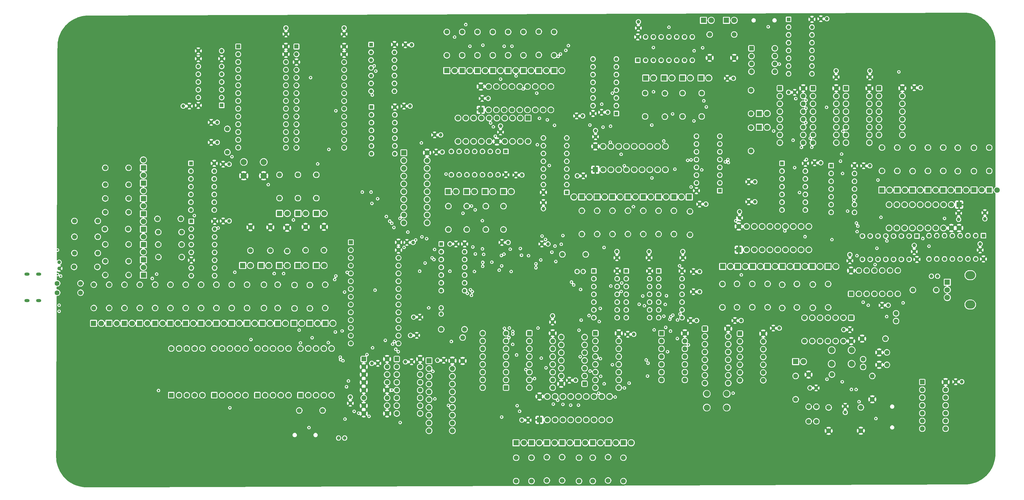
<source format=gbr>
%TF.GenerationSoftware,KiCad,Pcbnew,9.0.6*%
%TF.CreationDate,2025-11-18T15:10:36-06:00*%
%TF.ProjectId,8-Bit-PC,382d4269-742d-4504-932e-6b696361645f,1*%
%TF.SameCoordinates,Original*%
%TF.FileFunction,Copper,L5,Inr*%
%TF.FilePolarity,Positive*%
%FSLAX46Y46*%
G04 Gerber Fmt 4.6, Leading zero omitted, Abs format (unit mm)*
G04 Created by KiCad (PCBNEW 9.0.6) date 2025-11-18 15:10:36*
%MOMM*%
%LPD*%
G01*
G04 APERTURE LIST*
G04 Aperture macros list*
%AMRoundRect*
0 Rectangle with rounded corners*
0 $1 Rounding radius*
0 $2 $3 $4 $5 $6 $7 $8 $9 X,Y pos of 4 corners*
0 Add a 4 corners polygon primitive as box body*
4,1,4,$2,$3,$4,$5,$6,$7,$8,$9,$2,$3,0*
0 Add four circle primitives for the rounded corners*
1,1,$1+$1,$2,$3*
1,1,$1+$1,$4,$5*
1,1,$1+$1,$6,$7*
1,1,$1+$1,$8,$9*
0 Add four rect primitives between the rounded corners*
20,1,$1+$1,$2,$3,$4,$5,0*
20,1,$1+$1,$4,$5,$6,$7,0*
20,1,$1+$1,$6,$7,$8,$9,0*
20,1,$1+$1,$8,$9,$2,$3,0*%
G04 Aperture macros list end*
%TA.AperFunction,ComponentPad*%
%ADD10C,1.600000*%
%TD*%
%TA.AperFunction,ComponentPad*%
%ADD11RoundRect,0.250000X-0.550000X-0.550000X0.550000X-0.550000X0.550000X0.550000X-0.550000X0.550000X0*%
%TD*%
%TA.AperFunction,ComponentPad*%
%ADD12C,1.200000*%
%TD*%
%TA.AperFunction,ComponentPad*%
%ADD13R,1.295400X1.295400*%
%TD*%
%TA.AperFunction,ComponentPad*%
%ADD14C,1.295400*%
%TD*%
%TA.AperFunction,ComponentPad*%
%ADD15R,1.800000X1.800000*%
%TD*%
%TA.AperFunction,ComponentPad*%
%ADD16C,1.800000*%
%TD*%
%TA.AperFunction,ComponentPad*%
%ADD17R,1.378000X1.378000*%
%TD*%
%TA.AperFunction,ComponentPad*%
%ADD18C,1.378000*%
%TD*%
%TA.AperFunction,ComponentPad*%
%ADD19C,2.000000*%
%TD*%
%TA.AperFunction,ComponentPad*%
%ADD20R,1.600000X1.600000*%
%TD*%
%TA.AperFunction,ComponentPad*%
%ADD21RoundRect,0.250000X0.550000X0.550000X-0.550000X0.550000X-0.550000X-0.550000X0.550000X-0.550000X0*%
%TD*%
%TA.AperFunction,ComponentPad*%
%ADD22R,1.676400X1.676400*%
%TD*%
%TA.AperFunction,ComponentPad*%
%ADD23C,1.676400*%
%TD*%
%TA.AperFunction,HeatsinkPad*%
%ADD24O,1.700000X1.000000*%
%TD*%
%TA.AperFunction,ComponentPad*%
%ADD25O,3.240000X2.720000*%
%TD*%
%TA.AperFunction,ComponentPad*%
%ADD26RoundRect,0.250000X0.550000X-0.550000X0.550000X0.550000X-0.550000X0.550000X-0.550000X-0.550000X0*%
%TD*%
%TA.AperFunction,ComponentPad*%
%ADD27RoundRect,0.250000X-0.550000X0.550000X-0.550000X-0.550000X0.550000X-0.550000X0.550000X0.550000X0*%
%TD*%
%TA.AperFunction,ViaPad*%
%ADD28C,0.600000*%
%TD*%
G04 APERTURE END LIST*
D10*
%TO.N,Net-(D16-K)*%
%TO.C,R14*%
X266917100Y-109792300D03*
%TO.N,GND*%
X266917100Y-117412300D03*
%TD*%
D11*
%TO.N,Net-(U3-Q)*%
%TO.C,U5*%
X253130000Y-125790000D03*
D10*
%TO.N,Net-(U4-Pad4)*%
X253130000Y-128330000D03*
%TO.N,Net-(U52-Zb)*%
X253130000Y-130870000D03*
%TO.N,Net-(U21-D1)*%
X253130000Y-133410000D03*
%TO.N,Net-(U52-Zc)*%
X253130000Y-135950000D03*
%TO.N,Net-(U21-D2)*%
X253130000Y-138490000D03*
%TO.N,GND*%
X253130000Y-141030000D03*
%TO.N,Net-(U4-Pad10)*%
X260750000Y-141030000D03*
%TO.N,HLT*%
X260750000Y-138490000D03*
%TO.N,Net-(U23-D1)*%
X260750000Y-135950000D03*
%TO.N,Net-(U24-Zc)*%
X260750000Y-133410000D03*
%TO.N,~{CLK}*%
X260750000Y-130870000D03*
%TO.N,CLK*%
X260750000Y-128330000D03*
%TO.N,VCC*%
X260750000Y-125790000D03*
%TD*%
D12*
%TO.N,VCC*%
%TO.C,C47*%
X192000000Y-122000000D03*
%TO.N,GND*%
X192000000Y-120000000D03*
%TD*%
%TO.N,VCC*%
%TO.C,C8*%
X333040000Y-86300000D03*
%TO.N,GND*%
X333040000Y-88300000D03*
%TD*%
D10*
%TO.N,GND*%
%TO.C,C3*%
X275567100Y-149662300D03*
%TO.N,Net-(U2-DIS)*%
X278067100Y-149662300D03*
%TD*%
%TO.N,Net-(D025-K)*%
%TO.C,R94*%
X319460000Y-72670000D03*
%TO.N,GND*%
X319460000Y-65050000D03*
%TD*%
D11*
%TO.N,/MAR/PROG*%
%TO.C,U52*%
X205977100Y-125657300D03*
D10*
%TO.N,Net-(U52-I0a)*%
X205977100Y-128197300D03*
%TO.N,BUS_7*%
X205977100Y-130737300D03*
%TO.N,Net-(U52-Za)*%
X205977100Y-133277300D03*
%TO.N,Net-(U52-I0b)*%
X205977100Y-135817300D03*
%TO.N,BUS_6*%
X205977100Y-138357300D03*
%TO.N,Net-(U52-Zb)*%
X205977100Y-140897300D03*
%TO.N,GND*%
X205977100Y-143437300D03*
%TO.N,Net-(U52-Zd)*%
X213597100Y-143437300D03*
%TO.N,BUS_4*%
X213597100Y-140897300D03*
%TO.N,Net-(U52-I0d)*%
X213597100Y-138357300D03*
%TO.N,Net-(U52-Zc)*%
X213597100Y-135817300D03*
%TO.N,BUS_5*%
X213597100Y-133277300D03*
%TO.N,Net-(U52-I0c)*%
X213597100Y-130737300D03*
%TO.N,GND*%
X213597100Y-128197300D03*
%TO.N,VCC*%
X213597100Y-125657300D03*
%TD*%
%TO.N,Net-(D112-K)*%
%TO.C,R83*%
X157500000Y-34920000D03*
%TO.N,GND*%
X157500000Y-27300000D03*
%TD*%
%TO.N,Net-(D116-K)*%
%TO.C,R87*%
X177500000Y-34920000D03*
%TO.N,GND*%
X177500000Y-27300000D03*
%TD*%
D13*
%TO.N,GND*%
%TO.C,U8*%
X310870000Y-93930000D03*
D14*
X308330000Y-93930000D03*
%TO.N,/ALU/B_7*%
X305790000Y-93930000D03*
%TO.N,/ALU/B_6*%
X303250000Y-93930000D03*
%TO.N,/ALU/B_5*%
X300710000Y-93930000D03*
%TO.N,/ALU/B_4*%
X298170000Y-93930000D03*
%TO.N,CLK*%
X295630000Y-93930000D03*
%TO.N,GND*%
X293090000Y-93930000D03*
%TO.N,~{BI}*%
X293090000Y-101550000D03*
X295630000Y-101550000D03*
%TO.N,BUS_4*%
X298170000Y-101550000D03*
%TO.N,BUS_5*%
X300710000Y-101550000D03*
%TO.N,BUS_6*%
X303250000Y-101550000D03*
%TO.N,BUS_7*%
X305790000Y-101550000D03*
%TO.N,CLR*%
X308330000Y-101550000D03*
%TO.N,VCC*%
X310870000Y-101550000D03*
%TD*%
D11*
%TO.N,Net-(U51-Zc)*%
%TO.C,U20*%
X227527100Y-125667300D03*
D10*
%TO.N,Net-(U21-\u002AWE)*%
X227527100Y-128207300D03*
%TO.N,Net-(U24-Zb)*%
X227527100Y-130747300D03*
%TO.N,Net-(U23-D3)*%
X227527100Y-133287300D03*
%TO.N,Net-(U24-Za)*%
X227527100Y-135827300D03*
%TO.N,Net-(U23-D2)*%
X227527100Y-138367300D03*
%TO.N,GND*%
X227527100Y-140907300D03*
%TO.N,Net-(U21-D3)*%
X235147100Y-140907300D03*
%TO.N,Net-(U52-Zd)*%
X235147100Y-138367300D03*
%TO.N,N/C*%
X235147100Y-135827300D03*
X235147100Y-133287300D03*
%TO.N,Net-(U23-D0)*%
X235147100Y-130747300D03*
%TO.N,Net-(U24-Zd)*%
X235147100Y-128207300D03*
%TO.N,VCC*%
X235147100Y-125667300D03*
%TD*%
D13*
%TO.N,Net-(U41-~{MR})*%
%TO.C,U41*%
X84032100Y-51252300D03*
D14*
%TO.N,~{CLK}*%
X84032100Y-48712300D03*
%TO.N,unconnected-(U41-D0-Pad3)*%
X84032100Y-46172300D03*
%TO.N,unconnected-(U41-D1-Pad4)*%
X84032100Y-43632300D03*
%TO.N,unconnected-(U41-D2-Pad5)*%
X84032100Y-41092300D03*
%TO.N,unconnected-(U41-D3-Pad6)*%
X84032100Y-38552300D03*
%TO.N,VCC*%
X84032100Y-36012300D03*
%TO.N,GND*%
X84032100Y-33472300D03*
%TO.N,VCC*%
X76412100Y-33472300D03*
X76412100Y-36012300D03*
%TO.N,unconnected-(U41-Q3-Pad11)*%
X76412100Y-38552300D03*
%TO.N,Net-(D61-A)*%
X76412100Y-41092300D03*
%TO.N,Net-(D60-A)*%
X76412100Y-43632300D03*
%TO.N,Net-(D59-A)*%
X76412100Y-46172300D03*
%TO.N,unconnected-(U41-TC-Pad15)*%
X76412100Y-48712300D03*
%TO.N,VCC*%
X76412100Y-51252300D03*
%TD*%
D12*
%TO.N,VCC*%
%TO.C,C11*%
X249000000Y-42420000D03*
%TO.N,GND*%
X251000000Y-42420000D03*
%TD*%
%TO.N,VCC*%
%TO.C,C39*%
X234500000Y-101000000D03*
%TO.N,GND*%
X234500000Y-99000000D03*
%TD*%
D15*
%TO.N,Net-(D31-K)*%
%TO.C,D31*%
X205080000Y-161420000D03*
D16*
%TO.N,Net-(D31-A)*%
X207620000Y-161420000D03*
%TD*%
D15*
%TO.N,Net-(D116-K)*%
%TO.C,D116*%
X177460000Y-39920000D03*
D16*
%TO.N,Net-(D116-A)*%
X180000000Y-39920000D03*
%TD*%
D10*
%TO.N,Net-(C14-Pad2)*%
%TO.C,R32*%
X202817100Y-99912300D03*
%TO.N,GND*%
X195197100Y-99912300D03*
%TD*%
D11*
%TO.N,Net-(U4-Pad3)*%
%TO.C,U6*%
X312620000Y-141580000D03*
D10*
%TO.N,Net-(U4-Pad6)*%
X312620000Y-144120000D03*
%TO.N,Net-(U4-Pad9)*%
X312620000Y-146660000D03*
%TO.N,unconnected-(U6-Pad4)*%
X312620000Y-149200000D03*
%TO.N,unconnected-(U6-Pad5)*%
X312620000Y-151740000D03*
%TO.N,unconnected-(U6-Pad6)*%
X312620000Y-154280000D03*
%TO.N,GND*%
X312620000Y-156820000D03*
%TO.N,unconnected-(U6-Pad8)*%
X320240000Y-156820000D03*
%TO.N,unconnected-(U6-Pad9)*%
X320240000Y-154280000D03*
%TO.N,unconnected-(U6-Pad10)*%
X320240000Y-151740000D03*
%TO.N,unconnected-(U6-Pad11)*%
X320240000Y-149200000D03*
%TO.N,unconnected-(U6-Pad12)*%
X320240000Y-146660000D03*
%TO.N,unconnected-(U6-Pad13)*%
X320240000Y-144120000D03*
%TO.N,VCC*%
X320240000Y-141580000D03*
%TD*%
D15*
%TO.N,Net-(D57-K)*%
%TO.C,D57*%
X108902100Y-103552300D03*
D16*
%TO.N,Net-(D57-A)*%
X111442100Y-103552300D03*
%TD*%
D15*
%TO.N,Net-(D53-K)*%
%TO.C,D53*%
X117787100Y-122412300D03*
D16*
%TO.N,Net-(D53-A)*%
X120327100Y-122412300D03*
%TD*%
D10*
%TO.N,Net-(D17-K)*%
%TO.C,R15*%
X271717100Y-109602300D03*
%TO.N,GND*%
X271717100Y-117222300D03*
%TD*%
%TO.N,Net-(D15-K)*%
%TO.C,R13*%
X262167100Y-109542300D03*
%TO.N,GND*%
X262167100Y-117162300D03*
%TD*%
D15*
%TO.N,Net-(D112-K)*%
%TO.C,D112*%
X157500000Y-39920000D03*
D16*
%TO.N,IR_7*%
X160040000Y-39920000D03*
%TD*%
D10*
%TO.N,GND*%
%TO.C,R16*%
X276917100Y-117352300D03*
%TO.N,Net-(D18-K)*%
X276917100Y-109732300D03*
%TD*%
D15*
%TO.N,Net-(D14-K)*%
%TO.C,D14*%
X259460000Y-53920000D03*
D16*
%TO.N,CF*%
X262000000Y-53920000D03*
%TD*%
D12*
%TO.N,GND*%
%TO.C,C25*%
X287500000Y-151500000D03*
%TO.N,VCC*%
X287500000Y-149500000D03*
%TD*%
D10*
%TO.N,VCC*%
%TO.C,R3*%
X275507100Y-139162300D03*
%TO.N,Net-(U2-TR)*%
X283127100Y-139162300D03*
%TD*%
%TO.N,Net-(D62-K)*%
%TO.C,R65*%
X53667700Y-106657100D03*
%TO.N,GND*%
X46047700Y-106657100D03*
%TD*%
%TO.N,Net-(D20-K)*%
%TO.C,R20*%
X222197100Y-47272300D03*
%TO.N,GND*%
X222197100Y-54892300D03*
%TD*%
D15*
%TO.N,Net-(D69-K)*%
%TO.C,D69*%
X58500000Y-71650000D03*
D16*
%TO.N,BUS_7*%
X58500000Y-69110000D03*
%TD*%
D15*
%TO.N,Net-(D13-K)*%
%TO.C,D13*%
X257242100Y-103852300D03*
D16*
%TO.N,Net-(D13-A)*%
X259782100Y-103852300D03*
%TD*%
D10*
%TO.N,BUS_1*%
%TO.C,R79*%
X36000000Y-99500000D03*
%TO.N,GND*%
X43620000Y-99500000D03*
%TD*%
%TO.N,Net-(D028-K)*%
%TO.C,R97*%
X304460000Y-72670000D03*
%TO.N,GND*%
X304460000Y-65050000D03*
%TD*%
D17*
%TO.N,N/C*%
%TO.C,U43*%
X89442550Y-32020000D03*
D18*
%TO.N,GND*%
X89442550Y-34560000D03*
X89442550Y-37100000D03*
%TO.N,IR_7*%
X89442550Y-39640000D03*
%TO.N,IR_6*%
X89442550Y-42180000D03*
%TO.N,IR_5*%
X89442550Y-44720000D03*
%TO.N,IR_4*%
X89442550Y-47260000D03*
%TO.N,Net-(D61-A)*%
X89442550Y-49800000D03*
%TO.N,Net-(D60-A)*%
X89442550Y-52340000D03*
%TO.N,Net-(D59-A)*%
X89442550Y-54880000D03*
%TO.N,Net-(D45-A)*%
X89442550Y-57420000D03*
%TO.N,Net-(D44-A)*%
X89442550Y-59960000D03*
%TO.N,Net-(D43-A)*%
X89442550Y-62500000D03*
%TO.N,GND*%
X89442550Y-65040000D03*
%TO.N,Net-(D42-A)*%
X105000050Y-65040000D03*
%TO.N,Net-(D41-A)*%
X105000050Y-62500000D03*
%TO.N,RI*%
X105000050Y-59960000D03*
%TO.N,Net-(D39-A)*%
X105000050Y-57420000D03*
%TO.N,HLT*%
X105000050Y-54880000D03*
%TO.N,GND*%
X105000050Y-52340000D03*
X105000050Y-49800000D03*
X105000050Y-47260000D03*
X105000050Y-44720000D03*
%TO.N,ZF*%
X105000050Y-42180000D03*
%TO.N,CF*%
X105000050Y-39640000D03*
%TO.N,N/C*%
X105000050Y-37100000D03*
%TO.N,VCC*%
X105000050Y-34560000D03*
X105000050Y-32020000D03*
%TD*%
D12*
%TO.N,VCC*%
%TO.C,C24*%
X278000000Y-143500000D03*
%TO.N,GND*%
X276000000Y-143500000D03*
%TD*%
%TO.N,VCC*%
%TO.C,C30*%
X253000000Y-88000000D03*
%TO.N,GND*%
X253000000Y-86000000D03*
%TD*%
D15*
%TO.N,Net-(D17-K)*%
%TO.C,D17*%
X271842100Y-103852300D03*
D16*
%TO.N,Net-(D17-A)*%
X274382100Y-103852300D03*
%TD*%
D15*
%TO.N,Net-(D59-K)*%
%TO.C,D59*%
X102902100Y-86552300D03*
D16*
%TO.N,Net-(D59-A)*%
X105442100Y-86552300D03*
%TD*%
D12*
%TO.N,VCC*%
%TO.C,C68*%
X124000000Y-28000000D03*
%TO.N,GND*%
X124000000Y-26000000D03*
%TD*%
D15*
%TO.N,Net-(D115-K)*%
%TO.C,D115*%
X172460000Y-39920000D03*
D16*
%TO.N,IR_4*%
X175000000Y-39920000D03*
%TD*%
D19*
%TO.N,GND*%
%TO.C,SW6*%
X248817100Y-149927300D03*
X242317100Y-149927300D03*
%TO.N,Net-(U51-I0c)*%
X248817100Y-145427300D03*
X242317100Y-145427300D03*
%TD*%
D15*
%TO.N,Net-(D30-K)*%
%TO.C,D30*%
X200120000Y-161420000D03*
D16*
%TO.N,Net-(D30-A)*%
X202660000Y-161420000D03*
%TD*%
D11*
%TO.N,Net-(U31-Q)*%
%TO.C,U32*%
X130383900Y-134069100D03*
D10*
%TO.N,VCC*%
X130383900Y-136609100D03*
X130383900Y-139149100D03*
X130383900Y-141689100D03*
X130383900Y-144229100D03*
%TO.N,Net-(U32A-~{Q})*%
X130383900Y-146769100D03*
%TO.N,VCC*%
X130383900Y-149309100D03*
X130383900Y-151849100D03*
X138003900Y-151849100D03*
%TO.N,Net-(U32B-~{Q})*%
X138003900Y-149309100D03*
%TO.N,unconnected-(U32B-Q-Pad11)*%
X138003900Y-146769100D03*
%TO.N,VCC*%
X138003900Y-144229100D03*
%TO.N,GND*%
X138003900Y-141689100D03*
%TO.N,Net-(U32A-~{Q})*%
X138003900Y-139149100D03*
%TO.N,unconnected-(U32A-Q-Pad15)*%
X138003900Y-136609100D03*
%TO.N,VCC*%
X138003900Y-134069100D03*
%TD*%
D15*
%TO.N,Net-(D50-K)*%
%TO.C,D50*%
X102277100Y-122412300D03*
D16*
%TO.N,CE*%
X104817100Y-122412300D03*
%TD*%
D20*
%TO.N,Net-(U34-E)*%
%TO.C,U35*%
X81636400Y-145879100D03*
D10*
%TO.N,Net-(U34-D)*%
X84176400Y-145879100D03*
%TO.N,Net-(U33A-O0)*%
X86716400Y-145879100D03*
%TO.N,Net-(U34-C)*%
X89256400Y-145879100D03*
%TO.N,Net-(U34-DP)*%
X91796400Y-145879100D03*
%TO.N,Net-(U34-B)*%
X91796400Y-130639100D03*
%TO.N,Net-(U34-A)*%
X89256400Y-130639100D03*
%TO.N,Net-(U33A-O0)*%
X86716400Y-130639100D03*
%TO.N,Net-(U34-F)*%
X84176400Y-130639100D03*
%TO.N,Net-(U34-G)*%
X81636400Y-130639100D03*
%TD*%
D15*
%TO.N,Net-(D11-K)*%
%TO.C,D11*%
X247477100Y-103852300D03*
D16*
%TO.N,Net-(D11-A)*%
X250017100Y-103852300D03*
%TD*%
D15*
%TO.N,Net-(D25-K)*%
%TO.C,D25*%
X248710000Y-23500000D03*
D16*
%TO.N,Net-(D25-A)*%
X251250000Y-23500000D03*
%TD*%
D10*
%TO.N,Net-(D57-A)*%
%TO.C,R57*%
X111412100Y-98552300D03*
%TO.N,VCC*%
X111412100Y-90932300D03*
%TD*%
D11*
%TO.N,GND*%
%TO.C,U33*%
X141163900Y-134069100D03*
D10*
%TO.N,Net-(U32A-~{Q})*%
X141163900Y-136609100D03*
%TO.N,Net-(U32B-~{Q})*%
X141163900Y-139149100D03*
%TO.N,Net-(U33A-O0)*%
X141163900Y-141689100D03*
%TO.N,Net-(U33A-O1)*%
X141163900Y-144229100D03*
%TO.N,Net-(U33A-O2)*%
X141163900Y-146769100D03*
%TO.N,Net-(U33A-O3)*%
X141163900Y-149309100D03*
%TO.N,GND*%
X141163900Y-151849100D03*
%TO.N,N/C*%
X148783900Y-151849100D03*
X148783900Y-149309100D03*
X148783900Y-146769100D03*
X148783900Y-144229100D03*
X148783900Y-141689100D03*
X148783900Y-139149100D03*
X148783900Y-136609100D03*
%TO.N,VCC*%
X148783900Y-134069100D03*
%TD*%
D15*
%TO.N,Net-(D38-K)*%
%TO.C,D38*%
X42227100Y-122412300D03*
D16*
%TO.N,HLT*%
X44767100Y-122412300D03*
%TD*%
D10*
%TO.N,Net-(D69-K)*%
%TO.C,R72*%
X53667700Y-71657100D03*
%TO.N,GND*%
X46047700Y-71657100D03*
%TD*%
D12*
%TO.N,VCC*%
%TO.C,C18*%
X148666400Y-120379100D03*
%TO.N,GND*%
X146666400Y-120379100D03*
%TD*%
D15*
%TO.N,Net-(D42-K)*%
%TO.C,D42*%
X62227100Y-122412300D03*
D16*
%TO.N,Net-(D42-A)*%
X64767100Y-122412300D03*
%TD*%
D15*
%TO.N,Net-(D8-K)*%
%TO.C,D8*%
X231587100Y-81162300D03*
D16*
%TO.N,/ALU/A_1*%
X229047100Y-81162300D03*
%TD*%
D10*
%TO.N,Net-(D50-K)*%
%TO.C,R52*%
X102317100Y-117412300D03*
%TO.N,GND*%
X102317100Y-109792300D03*
%TD*%
%TO.N,Net-(D118-K)*%
%TO.C,R89*%
X187500000Y-34790000D03*
%TO.N,GND*%
X187500000Y-27170000D03*
%TD*%
%TO.N,Net-(D33-K)*%
%TO.C,R31*%
X215120000Y-166300000D03*
%TO.N,GND*%
X215120000Y-173920000D03*
%TD*%
%TO.N,VCC*%
%TO.C,R5*%
X292567100Y-157472300D03*
%TO.N,Net-(SW2-A)*%
X292567100Y-149852300D03*
%TD*%
D12*
%TO.N,GND*%
%TO.C,C38*%
X189000000Y-85000000D03*
%TO.N,VCC*%
X189000000Y-83000000D03*
%TD*%
D15*
%TO.N,Net-(D022-K)*%
%TO.C,D022*%
X334460000Y-78920000D03*
D16*
%TO.N,/ALU/B_7*%
X337000000Y-78920000D03*
%TD*%
D10*
%TO.N,Net-(D119-K)*%
%TO.C,R90*%
X192500000Y-34920000D03*
%TO.N,GND*%
X192500000Y-27300000D03*
%TD*%
D12*
%TO.N,VCC*%
%TO.C,C10*%
X255993900Y-82749100D03*
%TO.N,GND*%
X257993900Y-82749100D03*
%TD*%
%TO.N,Net-(U1-THR)*%
%TO.C,C7*%
X317605000Y-107040000D03*
%TO.N,GND*%
X315605000Y-107040000D03*
%TD*%
D15*
%TO.N,Net-(D54-K)*%
%TO.C,D54*%
X90872100Y-103552300D03*
D16*
%TO.N,Net-(D54-A)*%
X93412100Y-103552300D03*
%TD*%
D10*
%TO.N,BUS_0*%
%TO.C,R80*%
X35880000Y-104000000D03*
%TO.N,GND*%
X43500000Y-104000000D03*
%TD*%
%TO.N,BUS_6*%
%TO.C,R74*%
X63325000Y-92640000D03*
%TO.N,GND*%
X70945000Y-92640000D03*
%TD*%
D12*
%TO.N,GND*%
%TO.C,C33*%
X325500000Y-141500000D03*
%TO.N,VCC*%
X323500000Y-141500000D03*
%TD*%
D15*
%TO.N,Net-(D44-K)*%
%TO.C,D44*%
X72277100Y-122412300D03*
D16*
%TO.N,Net-(D44-A)*%
X74817100Y-122412300D03*
%TD*%
D15*
%TO.N,Net-(D48-K)*%
%TO.C,D48*%
X92277100Y-122412300D03*
D16*
%TO.N,Net-(D48-A)*%
X94817100Y-122412300D03*
%TD*%
D21*
%TO.N,Net-(U24-I0d)*%
%TO.C,SW5*%
X176817100Y-143412300D03*
D10*
%TO.N,Net-(U24-I0c)*%
X176817100Y-140872300D03*
%TO.N,GND*%
X176817100Y-138332300D03*
X176817100Y-135792300D03*
%TO.N,Net-(U52-I0d)*%
X176817100Y-133252300D03*
%TO.N,Net-(U52-I0c)*%
X176817100Y-130712300D03*
%TO.N,GND*%
X176817100Y-128172300D03*
X176817100Y-125632300D03*
%TO.N,Net-(U52-I0a)*%
X169197100Y-125632300D03*
%TO.N,Net-(U52-I0b)*%
X169197100Y-128172300D03*
%TO.N,GND*%
X169197100Y-130712300D03*
X169197100Y-133252300D03*
%TO.N,Net-(U24-I0a)*%
X169197100Y-135792300D03*
%TO.N,Net-(U24-I0b)*%
X169197100Y-138332300D03*
%TO.N,GND*%
X169197100Y-140872300D03*
X169197100Y-143412300D03*
%TD*%
D22*
%TO.N,GND*%
%TO.C,U29*%
X143430000Y-66740000D03*
D23*
%TO.N,unconnected-(U29-A0-Pad2)*%
X143430000Y-69280000D03*
%TO.N,unconnected-(U29-A1-Pad3)*%
X143430000Y-71820000D03*
%TO.N,unconnected-(U29-A2-Pad4)*%
X143430000Y-74360000D03*
%TO.N,unconnected-(U29-A3-Pad5)*%
X143430000Y-76900000D03*
%TO.N,BUS_3*%
X143430000Y-79440000D03*
%TO.N,BUS_2*%
X143430000Y-81980000D03*
%TO.N,BUS_1*%
X143430000Y-84520000D03*
%TO.N,BUS_0*%
X143430000Y-87060000D03*
%TO.N,GND*%
X143430000Y-89600000D03*
%TO.N,Net-(D37-A)*%
X151050000Y-89600000D03*
%TO.N,Net-(D36-A)*%
X151050000Y-87060000D03*
%TO.N,Net-(D35-A)*%
X151050000Y-84520000D03*
%TO.N,Net-(D34-A)*%
X151050000Y-81980000D03*
%TO.N,unconnected-(U29-B3-Pad15)*%
X151050000Y-79440000D03*
%TO.N,unconnected-(U29-B2-Pad16)*%
X151050000Y-76900000D03*
%TO.N,unconnected-(U29-B1-Pad17)*%
X151050000Y-74360000D03*
%TO.N,unconnected-(U29-B0-Pad18)*%
X151050000Y-71820000D03*
%TO.N,~{CO}*%
X151050000Y-69280000D03*
%TO.N,VCC*%
X151050000Y-66740000D03*
%TD*%
D10*
%TO.N,Net-(SW7-A)*%
%TO.C,R39*%
X109356400Y-150879100D03*
%TO.N,GND*%
X116976400Y-150879100D03*
%TD*%
D12*
%TO.N,VCC*%
%TO.C,C65*%
X144000000Y-31500000D03*
%TO.N,GND*%
X146000000Y-31500000D03*
%TD*%
D15*
%TO.N,Net-(D10-K)*%
%TO.C,D10*%
X259460000Y-58420000D03*
D16*
%TO.N,ZF*%
X262000000Y-58420000D03*
%TD*%
D15*
%TO.N,Net-(D028-K)*%
%TO.C,D028*%
X304440000Y-78920000D03*
D16*
%TO.N,/ALU/B_1*%
X306980000Y-78920000D03*
%TD*%
D10*
%TO.N,Net-(D42-K)*%
%TO.C,R44*%
X62317100Y-117412300D03*
%TO.N,GND*%
X62317100Y-109792300D03*
%TD*%
D15*
%TO.N,Net-(D20-K)*%
%TO.C,D20*%
X222397100Y-42332300D03*
D16*
%TO.N,/MAR/A3*%
X224937100Y-42332300D03*
%TD*%
D21*
%TO.N,Net-(U52-Za)*%
%TO.C,U22*%
X202437100Y-142152300D03*
D10*
%TO.N,Net-(U21-D0)*%
X202437100Y-139612300D03*
%TO.N,unconnected-(U22-Pad3)*%
X202437100Y-137072300D03*
%TO.N,unconnected-(U22-Pad4)*%
X202437100Y-134532300D03*
%TO.N,unconnected-(U22-Pad5)*%
X202437100Y-131992300D03*
%TO.N,unconnected-(U22-Pad6)*%
X202437100Y-129452300D03*
%TO.N,GND*%
X202437100Y-126912300D03*
%TO.N,unconnected-(U22-Pad8)*%
X194817100Y-126912300D03*
%TO.N,unconnected-(U22-Pad9)*%
X194817100Y-129452300D03*
%TO.N,unconnected-(U22-Pad10)*%
X194817100Y-131992300D03*
%TO.N,unconnected-(U22-Pad11)*%
X194817100Y-134532300D03*
%TO.N,unconnected-(U22-Pad12)*%
X194817100Y-137072300D03*
%TO.N,unconnected-(U22-Pad13)*%
X194817100Y-139612300D03*
%TO.N,VCC*%
X194817100Y-142152300D03*
%TD*%
%TO.N,Net-(D66-K)*%
%TO.C,R69*%
X53667700Y-86157100D03*
%TO.N,GND*%
X46047700Y-86157100D03*
%TD*%
%TO.N,Net-(D26-K)*%
%TO.C,R24*%
X180120000Y-166300000D03*
%TO.N,GND*%
X180120000Y-173920000D03*
%TD*%
%TO.N,VCC*%
%TO.C,R6*%
X296317100Y-147222300D03*
%TO.N,Net-(SW2-C)*%
X296317100Y-139602300D03*
%TD*%
D15*
%TO.N,Net-(D025-K)*%
%TO.C,D025*%
X319420000Y-78920000D03*
D16*
%TO.N,/ALU/B_4*%
X321960000Y-78920000D03*
%TD*%
D20*
%TO.N,Net-(U34-E)*%
%TO.C,U37*%
X109736400Y-145879100D03*
D10*
%TO.N,Net-(U34-D)*%
X112276400Y-145879100D03*
%TO.N,Net-(U33A-O1)*%
X114816400Y-145879100D03*
%TO.N,Net-(U34-C)*%
X117356400Y-145879100D03*
%TO.N,Net-(U34-DP)*%
X119896400Y-145879100D03*
%TO.N,Net-(U34-B)*%
X119896400Y-130639100D03*
%TO.N,Net-(U34-A)*%
X117356400Y-130639100D03*
%TO.N,Net-(U33A-O1)*%
X114816400Y-130639100D03*
%TO.N,Net-(U34-F)*%
X112276400Y-130639100D03*
%TO.N,Net-(U34-G)*%
X109736400Y-130639100D03*
%TD*%
D15*
%TO.N,Net-(D68-K)*%
%TO.C,D68*%
X58500000Y-76650000D03*
D16*
%TO.N,BUS_6*%
X58500000Y-74110000D03*
%TD*%
D10*
%TO.N,Net-(D19-K)*%
%TO.C,R17*%
X281917100Y-109602300D03*
%TO.N,GND*%
X281917100Y-117222300D03*
%TD*%
%TO.N,Net-(D68-K)*%
%TO.C,R71*%
X53667700Y-77157100D03*
%TO.N,GND*%
X46047700Y-77157100D03*
%TD*%
%TO.N,VCC*%
%TO.C,R19*%
X251250000Y-35750000D03*
%TO.N,Net-(D25-A)*%
X251250000Y-28130000D03*
%TD*%
D12*
%TO.N,Net-(U31-CV)*%
%TO.C,C17*%
X124166400Y-159879100D03*
%TO.N,GND*%
X122166400Y-159879100D03*
%TD*%
D15*
%TO.N,Net-(D114-K)*%
%TO.C,D114*%
X167480000Y-39920000D03*
D16*
%TO.N,IR_5*%
X170020000Y-39920000D03*
%TD*%
D12*
%TO.N,VCC*%
%TO.C,C13*%
X237977100Y-112097300D03*
%TO.N,GND*%
X239977100Y-112097300D03*
%TD*%
D10*
%TO.N,VCC*%
%TO.C,R37*%
X162666400Y-134689100D03*
%TO.N,Net-(U31-DIS)*%
X162666400Y-127069100D03*
%TD*%
%TO.N,GND*%
%TO.C,R33*%
X157990000Y-91790000D03*
%TO.N,Net-(D34-K)*%
X157990000Y-84170000D03*
%TD*%
%TO.N,Net-(D60-K)*%
%TO.C,R62*%
X108912100Y-81552300D03*
%TO.N,GND*%
X108912100Y-73932300D03*
%TD*%
D15*
%TO.N,Net-(D61-K)*%
%TO.C,D61*%
X114922100Y-86552300D03*
D16*
%TO.N,Net-(D61-A)*%
X117462100Y-86552300D03*
%TD*%
D15*
%TO.N,Net-(D21-K)*%
%TO.C,D21*%
X228407100Y-42332300D03*
D16*
%TO.N,/MAR/A2*%
X230947100Y-42332300D03*
%TD*%
D11*
%TO.N,Net-(D13-A)*%
%TO.C,U13*%
X276940000Y-45670000D03*
D10*
%TO.N,Net-(U13-B2)*%
X276940000Y-48210000D03*
%TO.N,/ALU/A_5*%
X276940000Y-50750000D03*
%TO.N,Net-(D15-A)*%
X276940000Y-53290000D03*
%TO.N,/ALU/A_4*%
X276940000Y-55830000D03*
%TO.N,Net-(U13-B1)*%
X276940000Y-58370000D03*
%TO.N,Net-(U13-C0)*%
X276940000Y-60910000D03*
%TO.N,GND*%
X276940000Y-63450000D03*
%TO.N,Net-(U12-D0)*%
X284560000Y-63450000D03*
%TO.N,Net-(D11-A)*%
X284560000Y-60910000D03*
%TO.N,Net-(U13-B4)*%
X284560000Y-58370000D03*
%TO.N,/ALU/A_7*%
X284560000Y-55830000D03*
%TO.N,Net-(D12-A)*%
X284560000Y-53290000D03*
%TO.N,/ALU/A_6*%
X284560000Y-50750000D03*
%TO.N,Net-(U13-B3)*%
X284560000Y-48210000D03*
%TO.N,VCC*%
X284560000Y-45670000D03*
%TD*%
%TO.N,Net-(D022-K)*%
%TO.C,R91*%
X334460000Y-72670000D03*
%TO.N,GND*%
X334460000Y-65050000D03*
%TD*%
%TO.N,Net-(D45-K)*%
%TO.C,R47*%
X77317100Y-117412300D03*
%TO.N,GND*%
X77317100Y-109792300D03*
%TD*%
%TO.N,Net-(J1-CC2)*%
%TO.C,R81*%
X30380000Y-112420000D03*
%TO.N,GND*%
X38000000Y-112420000D03*
%TD*%
D15*
%TO.N,Net-(D027-K)*%
%TO.C,D027*%
X309440000Y-78920000D03*
D16*
%TO.N,/ALU/B_2*%
X311980000Y-78920000D03*
%TD*%
D10*
%TO.N,Net-(D54-A)*%
%TO.C,R60*%
X93412100Y-98672300D03*
%TO.N,VCC*%
X93412100Y-91052300D03*
%TD*%
D11*
%TO.N,/MAR/PROG*%
%TO.C,U24*%
X184417100Y-125657300D03*
D10*
%TO.N,Net-(U24-I0a)*%
X184417100Y-128197300D03*
%TO.N,BUS_3*%
X184417100Y-130737300D03*
%TO.N,Net-(U24-Za)*%
X184417100Y-133277300D03*
%TO.N,Net-(U24-I0b)*%
X184417100Y-135817300D03*
%TO.N,BUS_2*%
X184417100Y-138357300D03*
%TO.N,Net-(U24-Zb)*%
X184417100Y-140897300D03*
%TO.N,GND*%
X184417100Y-143437300D03*
%TO.N,Net-(U24-Zd)*%
X192037100Y-143437300D03*
%TO.N,BUS_0*%
X192037100Y-140897300D03*
%TO.N,Net-(U24-I0d)*%
X192037100Y-138357300D03*
%TO.N,Net-(U24-Zc)*%
X192037100Y-135817300D03*
%TO.N,BUS_1*%
X192037100Y-133277300D03*
%TO.N,Net-(U24-I0c)*%
X192037100Y-130737300D03*
%TO.N,GND*%
X192037100Y-128197300D03*
%TO.N,VCC*%
X192037100Y-125657300D03*
%TD*%
D15*
%TO.N,Net-(D27-K)*%
%TO.C,D27*%
X185130000Y-161420000D03*
D16*
%TO.N,Net-(D27-A)*%
X187670000Y-161420000D03*
%TD*%
D10*
%TO.N,VCC*%
%TO.C,R1*%
X293007100Y-127412300D03*
%TO.N,Net-(U1-DIS)*%
X300627100Y-127412300D03*
%TD*%
%TO.N,VCC*%
%TO.C,R4*%
X282067100Y-157532300D03*
%TO.N,Net-(U2-DIS)*%
X282067100Y-149912300D03*
%TD*%
D15*
%TO.N,Net-(D29-K)*%
%TO.C,D29*%
X195120000Y-161420000D03*
D16*
%TO.N,Net-(D29-A)*%
X197660000Y-161420000D03*
%TD*%
D10*
%TO.N,Net-(D67-K)*%
%TO.C,R70*%
X53667700Y-81657100D03*
%TO.N,GND*%
X46047700Y-81657100D03*
%TD*%
D15*
%TO.N,Net-(D22-K)*%
%TO.C,D22*%
X234417100Y-42332300D03*
D16*
%TO.N,/MAR/A1*%
X236957100Y-42332300D03*
%TD*%
D10*
%TO.N,GND*%
%TO.C,R35*%
X170240000Y-91790000D03*
%TO.N,Net-(D36-K)*%
X170240000Y-84170000D03*
%TD*%
D15*
%TO.N,Net-(D56-K)*%
%TO.C,D56*%
X102892100Y-103552300D03*
D16*
%TO.N,Net-(D56-A)*%
X105432100Y-103552300D03*
%TD*%
D13*
%TO.N,~{CLR}*%
%TO.C,U30*%
X176740000Y-66300000D03*
D14*
%TO.N,CLK*%
X174200000Y-66300000D03*
%TO.N,BUS_0*%
X171660000Y-66300000D03*
%TO.N,BUS_1*%
X169120000Y-66300000D03*
%TO.N,BUS_2*%
X166580000Y-66300000D03*
%TO.N,BUS_3*%
X164040000Y-66300000D03*
%TO.N,CE*%
X161500000Y-66300000D03*
%TO.N,GND*%
X158960000Y-66300000D03*
%TO.N,~{J}*%
X158960000Y-73920000D03*
%TO.N,CE*%
X161500000Y-73920000D03*
%TO.N,Net-(D34-A)*%
X164040000Y-73920000D03*
%TO.N,Net-(D35-A)*%
X166580000Y-73920000D03*
%TO.N,Net-(D36-A)*%
X169120000Y-73920000D03*
%TO.N,Net-(D37-A)*%
X171660000Y-73920000D03*
%TO.N,unconnected-(U30-TC-Pad15)*%
X174200000Y-73920000D03*
%TO.N,VCC*%
X176740000Y-73920000D03*
%TD*%
D15*
%TO.N,Net-(D41-K)*%
%TO.C,D41*%
X57227100Y-122412300D03*
D16*
%TO.N,Net-(D41-A)*%
X59767100Y-122412300D03*
%TD*%
D12*
%TO.N,VCC*%
%TO.C,C29*%
X310000000Y-45500000D03*
%TO.N,GND*%
X312000000Y-45500000D03*
%TD*%
D15*
%TO.N,Net-(D46-K)*%
%TO.C,D46*%
X82277100Y-122412300D03*
D16*
%TO.N,Net-(D46-A)*%
X84817100Y-122412300D03*
%TD*%
D10*
%TO.N,GND*%
%TO.C,R36*%
X175990000Y-91790000D03*
%TO.N,Net-(D37-K)*%
X175990000Y-84170000D03*
%TD*%
%TO.N,Net-(D53-K)*%
%TO.C,R55*%
X117817100Y-117412300D03*
%TO.N,GND*%
X117817100Y-109792300D03*
%TD*%
D13*
%TO.N,GND*%
%TO.C,U19*%
X269000000Y-23180000D03*
D14*
X269000000Y-25720000D03*
%TO.N,Net-(U18-I1a)*%
X269000000Y-28260000D03*
%TO.N,Net-(U18-I1b)*%
X269000000Y-30800000D03*
%TO.N,Net-(U18-I1c)*%
X269000000Y-33340000D03*
%TO.N,Net-(U18-I1d)*%
X269000000Y-35880000D03*
%TO.N,CLK*%
X269000000Y-38420000D03*
%TO.N,GND*%
X269000000Y-40960000D03*
%TO.N,~{MI}*%
X276620000Y-40960000D03*
X276620000Y-38420000D03*
%TO.N,BUS_0*%
X276620000Y-35880000D03*
%TO.N,BUS_1*%
X276620000Y-33340000D03*
%TO.N,BUS_2*%
X276620000Y-30800000D03*
%TO.N,BUS_3*%
X276620000Y-28260000D03*
%TO.N,CLR*%
X276620000Y-25720000D03*
%TO.N,VCC*%
X276620000Y-23180000D03*
%TD*%
D12*
%TO.N,VCC*%
%TO.C,C118*%
X199817100Y-54712300D03*
%TO.N,GND*%
X201817100Y-54712300D03*
%TD*%
D11*
%TO.N,Net-(U10-Pad1)*%
%TO.C,U10*%
X298500000Y-45680000D03*
D10*
%TO.N,Net-(U10-Pad2)*%
X298500000Y-48220000D03*
%TO.N,Net-(U10-Pad3)*%
X298500000Y-50760000D03*
%TO.N,Net-(U10-Pad4)*%
X298500000Y-53300000D03*
%TO.N,Net-(U10-Pad3)*%
X298500000Y-55840000D03*
%TO.N,Net-(U12-D1)*%
X298500000Y-58380000D03*
%TO.N,GND*%
X298500000Y-60920000D03*
%TO.N,Net-(U10-Pad4)*%
X306120000Y-60920000D03*
%TO.N,Net-(U10-Pad9)*%
X306120000Y-58380000D03*
%TO.N,Net-(U10-Pad10)*%
X306120000Y-55840000D03*
%TO.N,unconnected-(U10-Pad11)*%
X306120000Y-53300000D03*
%TO.N,unconnected-(U10-Pad12)*%
X306120000Y-50760000D03*
%TO.N,unconnected-(U10-Pad13)*%
X306120000Y-48220000D03*
%TO.N,VCC*%
X306120000Y-45680000D03*
%TD*%
%TO.N,Net-(D117-K)*%
%TO.C,R88*%
X182500000Y-34920000D03*
%TO.N,GND*%
X182500000Y-27300000D03*
%TD*%
D13*
%TO.N,Net-(U10-Pad2)*%
%TO.C,U11*%
X266848400Y-70180000D03*
D14*
%TO.N,Net-(D11-A)*%
X266848400Y-72720000D03*
%TO.N,Net-(D12-A)*%
X266848400Y-75260000D03*
%TO.N,Net-(U10-Pad1)*%
X266848400Y-77800000D03*
%TO.N,Net-(D13-A)*%
X266848400Y-80340000D03*
%TO.N,Net-(D15-A)*%
X266848400Y-82880000D03*
%TO.N,GND*%
X266848400Y-85420000D03*
%TO.N,Net-(D16-A)*%
X274468400Y-85420000D03*
%TO.N,Net-(D17-A)*%
X274468400Y-82880000D03*
%TO.N,Net-(U10-Pad10)*%
X274468400Y-80340000D03*
%TO.N,Net-(D18-A)*%
X274468400Y-77800000D03*
%TO.N,Net-(D19-A)*%
X274468400Y-75260000D03*
%TO.N,Net-(U10-Pad9)*%
X274468400Y-72720000D03*
%TO.N,VCC*%
X274468400Y-70180000D03*
%TD*%
D19*
%TO.N,GND*%
%TO.C,SW1*%
X283067100Y-131162300D03*
X289567100Y-131162300D03*
%TO.N,Net-(U2-TR)*%
X283067100Y-135662300D03*
X289567100Y-135662300D03*
%TD*%
D15*
%TO.N,Net-(D28-K)*%
%TO.C,D28*%
X190120000Y-161420000D03*
D16*
%TO.N,Net-(D28-A)*%
X192660000Y-161420000D03*
%TD*%
D10*
%TO.N,BUS_3*%
%TO.C,R77*%
X36000000Y-89000000D03*
%TO.N,GND*%
X43620000Y-89000000D03*
%TD*%
%TO.N,Net-(D56-A)*%
%TO.C,R58*%
X105412100Y-98862300D03*
%TO.N,VCC*%
X105412100Y-91242300D03*
%TD*%
D12*
%TO.N,VCC*%
%TO.C,C26*%
X293500000Y-71000000D03*
%TO.N,GND*%
X295500000Y-71000000D03*
%TD*%
D10*
%TO.N,Net-(D55-A)*%
%TO.C,R59*%
X99912100Y-98672300D03*
%TO.N,VCC*%
X99912100Y-91052300D03*
%TD*%
%TO.N,Net-(U1-DIS)*%
%TO.C,R2*%
X309545000Y-111540000D03*
%TO.N,Net-(R2-Pad2)*%
X317165000Y-111540000D03*
%TD*%
D15*
%TO.N,Net-(D40-K)*%
%TO.C,D40*%
X52227100Y-122412300D03*
D16*
%TO.N,RI*%
X54767100Y-122412300D03*
%TD*%
D12*
%TO.N,VCC*%
%TO.C,C31*%
X220000000Y-26000000D03*
%TO.N,GND*%
X220000000Y-24000000D03*
%TD*%
%TO.N,VCC*%
%TO.C,C64*%
X223500000Y-101000000D03*
%TO.N,GND*%
X223500000Y-99000000D03*
%TD*%
D10*
%TO.N,GND*%
%TO.C,C4*%
X293317100Y-134162300D03*
%TO.N,Net-(U3-CV)*%
X293317100Y-136662300D03*
%TD*%
%TO.N,Net-(D024-K)*%
%TO.C,R93*%
X324210000Y-72730000D03*
%TO.N,GND*%
X324210000Y-65110000D03*
%TD*%
D15*
%TO.N,Net-(D2-K)*%
%TO.C,D2*%
X201507100Y-81162300D03*
D16*
%TO.N,/ALU/A_7*%
X198967100Y-81162300D03*
%TD*%
D10*
%TO.N,Net-(D115-K)*%
%TO.C,R86*%
X172500000Y-34920000D03*
%TO.N,GND*%
X172500000Y-27300000D03*
%TD*%
D15*
%TO.N,Net-(D47-K)*%
%TO.C,D47*%
X87277100Y-122412300D03*
D16*
%TO.N,SU*%
X89817100Y-122412300D03*
%TD*%
D20*
%TO.N,Net-(U34-E)*%
%TO.C,U34*%
X67586400Y-145879100D03*
D10*
%TO.N,Net-(U34-D)*%
X70126400Y-145879100D03*
%TO.N,Net-(U33A-O3)*%
X72666400Y-145879100D03*
%TO.N,Net-(U34-C)*%
X75206400Y-145879100D03*
%TO.N,Net-(U34-DP)*%
X77746400Y-145879100D03*
%TO.N,Net-(U34-B)*%
X77746400Y-130639100D03*
%TO.N,Net-(U34-A)*%
X75206400Y-130639100D03*
%TO.N,Net-(U33A-O3)*%
X72666400Y-130639100D03*
%TO.N,Net-(U34-F)*%
X70126400Y-130639100D03*
%TO.N,Net-(U34-G)*%
X67586400Y-130639100D03*
%TD*%
D12*
%TO.N,VCC*%
%TO.C,C37*%
X213000000Y-101000000D03*
%TO.N,GND*%
X213000000Y-99000000D03*
%TD*%
D22*
%TO.N,VCC*%
%TO.C,U25*%
X187760000Y-153920000D03*
D23*
%TO.N,Net-(D26-A)*%
X190300000Y-153920000D03*
%TO.N,Net-(D27-A)*%
X192840000Y-153920000D03*
%TO.N,Net-(D28-A)*%
X195380000Y-153920000D03*
%TO.N,Net-(D29-A)*%
X197920000Y-153920000D03*
%TO.N,Net-(D30-A)*%
X200460000Y-153920000D03*
%TO.N,Net-(D31-A)*%
X203000000Y-153920000D03*
%TO.N,Net-(D32-A)*%
X205540000Y-153920000D03*
%TO.N,Net-(D33-A)*%
X208080000Y-153920000D03*
%TO.N,GND*%
X210620000Y-153920000D03*
%TO.N,BUS_0*%
X210620000Y-146300000D03*
%TO.N,BUS_1*%
X208080000Y-146300000D03*
%TO.N,BUS_2*%
X205540000Y-146300000D03*
%TO.N,BUS_3*%
X203000000Y-146300000D03*
%TO.N,BUS_4*%
X200460000Y-146300000D03*
%TO.N,BUS_5*%
X197920000Y-146300000D03*
%TO.N,BUS_6*%
X195380000Y-146300000D03*
%TO.N,BUS_7*%
X192840000Y-146300000D03*
%TO.N,~{RO}*%
X190300000Y-146300000D03*
%TO.N,VCC*%
X187760000Y-146300000D03*
%TD*%
D15*
%TO.N,Net-(D026-K)*%
%TO.C,D026*%
X314460000Y-78920000D03*
D16*
%TO.N,/ALU/B_3*%
X317000000Y-78920000D03*
%TD*%
D10*
%TO.N,Net-(D029-K)*%
%TO.C,R98*%
X299460000Y-72670000D03*
%TO.N,GND*%
X299460000Y-65050000D03*
%TD*%
D12*
%TO.N,VCC*%
%TO.C,C44*%
X184000000Y-154000000D03*
%TO.N,GND*%
X182000000Y-154000000D03*
%TD*%
D10*
%TO.N,GND*%
%TO.C,R34*%
X163990000Y-91790000D03*
%TO.N,Net-(D35-K)*%
X163990000Y-84170000D03*
%TD*%
%TO.N,Net-(D5-K)*%
%TO.C,R102*%
X216567100Y-85662300D03*
%TO.N,GND*%
X216567100Y-93282300D03*
%TD*%
D22*
%TO.N,VCC*%
%TO.C,U48*%
X205957100Y-72282300D03*
D23*
%TO.N,/ALU/A_4*%
X208497100Y-72282300D03*
%TO.N,/ALU/A_5*%
X211037100Y-72282300D03*
%TO.N,/ALU/A_6*%
X213577100Y-72282300D03*
%TO.N,/ALU/A_7*%
X216117100Y-72282300D03*
%TO.N,/ALU/A_0*%
X218657100Y-72282300D03*
%TO.N,/ALU/A_1*%
X221197100Y-72282300D03*
%TO.N,/ALU/A_2*%
X223737100Y-72282300D03*
%TO.N,/ALU/A_3*%
X226277100Y-72282300D03*
%TO.N,GND*%
X228817100Y-72282300D03*
%TO.N,BUS_0*%
X228817100Y-64662300D03*
%TO.N,BUS_1*%
X226277100Y-64662300D03*
%TO.N,BUS_2*%
X223737100Y-64662300D03*
%TO.N,BUS_3*%
X221197100Y-64662300D03*
%TO.N,BUS_4*%
X218657100Y-64662300D03*
%TO.N,BUS_5*%
X216117100Y-64662300D03*
%TO.N,BUS_6*%
X213577100Y-64662300D03*
%TO.N,BUS_7*%
X211037100Y-64662300D03*
%TO.N,~{AO}*%
X208497100Y-64662300D03*
%TO.N,VCC*%
X205957100Y-64662300D03*
%TD*%
D15*
%TO.N,Net-(D029-K)*%
%TO.C,D029*%
X299440000Y-78920000D03*
D16*
%TO.N,/ALU/B_0*%
X301980000Y-78920000D03*
%TD*%
D12*
%TO.N,VCC*%
%TO.C,C66*%
X73500000Y-51500000D03*
%TO.N,GND*%
X71500000Y-51500000D03*
%TD*%
D10*
%TO.N,Net-(D30-K)*%
%TO.C,R28*%
X200620000Y-166300000D03*
%TO.N,GND*%
X200620000Y-173920000D03*
%TD*%
D12*
%TO.N,VCC*%
%TO.C,C23*%
X289000000Y-102000000D03*
%TO.N,GND*%
X289000000Y-100000000D03*
%TD*%
D13*
%TO.N,Net-(C14-Pad2)*%
%TO.C,U26*%
X205461600Y-105325000D03*
D14*
%TO.N,RI*%
X205461600Y-107865000D03*
%TO.N,Net-(U51-I1c)*%
X205461600Y-110405000D03*
%TO.N,~{CLR}*%
X205461600Y-112945000D03*
%TO.N,Net-(U42-O5)*%
X205461600Y-115485000D03*
%TO.N,Net-(U26-Pad6)*%
X205461600Y-118025000D03*
%TO.N,GND*%
X205461600Y-120565000D03*
%TO.N,~{CLR}*%
X213081600Y-120565000D03*
%TO.N,Net-(R64-Pad1)*%
X213081600Y-118025000D03*
X213081600Y-115485000D03*
%TO.N,CLR*%
X213081600Y-112945000D03*
%TO.N,~{CLR}*%
X213081600Y-110405000D03*
X213081600Y-107865000D03*
%TO.N,VCC*%
X213081600Y-105325000D03*
%TD*%
D15*
%TO.N,Net-(D1-K)*%
%TO.C,D1*%
X271297100Y-134912300D03*
D16*
%TO.N,CLK*%
X273837100Y-134912300D03*
%TD*%
D15*
%TO.N,Net-(D9-K)*%
%TO.C,D9*%
X236587100Y-81162300D03*
D16*
%TO.N,/ALU/A_0*%
X234047100Y-81162300D03*
%TD*%
D12*
%TO.N,VCC*%
%TO.C,C52*%
X295500000Y-42000000D03*
%TO.N,GND*%
X295500000Y-40000000D03*
%TD*%
D15*
%TO.N,Net-(D113-K)*%
%TO.C,D113*%
X162480000Y-39920000D03*
D16*
%TO.N,IR_6*%
X165020000Y-39920000D03*
%TD*%
D22*
%TO.N,VCC*%
%TO.C,U17*%
X252737100Y-98412300D03*
D23*
%TO.N,Net-(D11-A)*%
X255277100Y-98412300D03*
%TO.N,Net-(D12-A)*%
X257817100Y-98412300D03*
%TO.N,Net-(D13-A)*%
X260357100Y-98412300D03*
%TO.N,Net-(D15-A)*%
X262897100Y-98412300D03*
%TO.N,Net-(D16-A)*%
X265437100Y-98412300D03*
%TO.N,Net-(D17-A)*%
X267977100Y-98412300D03*
%TO.N,Net-(D18-A)*%
X270517100Y-98412300D03*
%TO.N,Net-(D19-A)*%
X273057100Y-98412300D03*
%TO.N,GND*%
X275597100Y-98412300D03*
%TO.N,BUS_0*%
X275597100Y-90792300D03*
%TO.N,BUS_1*%
X273057100Y-90792300D03*
%TO.N,BUS_2*%
X270517100Y-90792300D03*
%TO.N,BUS_3*%
X267977100Y-90792300D03*
%TO.N,BUS_4*%
X265437100Y-90792300D03*
%TO.N,BUS_5*%
X262897100Y-90792300D03*
%TO.N,BUS_6*%
X260357100Y-90792300D03*
%TO.N,BUS_7*%
X257817100Y-90792300D03*
%TO.N,~{EO}*%
X255277100Y-90792300D03*
%TO.N,VCC*%
X252737100Y-90792300D03*
%TD*%
D12*
%TO.N,VCC*%
%TO.C,C45*%
X216500000Y-126000000D03*
%TO.N,GND*%
X218500000Y-126000000D03*
%TD*%
%TO.N,VCC*%
%TO.C,C22*%
X202067100Y-74282300D03*
%TO.N,GND*%
X200067100Y-74282300D03*
%TD*%
D13*
%TO.N,/MAR/PROG*%
%TO.C,U18*%
X219800000Y-36540000D03*
D14*
%TO.N,Net-(U18-I0a)*%
X222340000Y-36540000D03*
%TO.N,Net-(U18-I1a)*%
X224880000Y-36540000D03*
%TO.N,/MAR/A3*%
X227420000Y-36540000D03*
%TO.N,Net-(U18-I0b)*%
X229960000Y-36540000D03*
%TO.N,Net-(U18-I1b)*%
X232500000Y-36540000D03*
%TO.N,/MAR/A2*%
X235040000Y-36540000D03*
%TO.N,GND*%
X237580000Y-36540000D03*
%TO.N,/MAR/A1*%
X237580000Y-28920000D03*
%TO.N,Net-(U18-I1c)*%
X235040000Y-28920000D03*
%TO.N,Net-(U18-I0c)*%
X232500000Y-28920000D03*
%TO.N,/MAR/A0*%
X229960000Y-28920000D03*
%TO.N,Net-(U18-I1d)*%
X227420000Y-28920000D03*
%TO.N,Net-(U18-I0d)*%
X224880000Y-28920000D03*
%TO.N,GND*%
X222340000Y-28920000D03*
%TO.N,VCC*%
X219800000Y-28920000D03*
%TD*%
D10*
%TO.N,VCC*%
%TO.C,R18*%
X243250000Y-35750000D03*
%TO.N,Net-(D24-A)*%
X243250000Y-28130000D03*
%TD*%
%TO.N,Net-(D4-K)*%
%TO.C,R101*%
X211567100Y-85662300D03*
%TO.N,GND*%
X211567100Y-93282300D03*
%TD*%
D12*
%TO.N,VCC*%
%TO.C,C12*%
X237977100Y-105547300D03*
%TO.N,GND*%
X239977100Y-105547300D03*
%TD*%
%TO.N,VCC*%
%TO.C,C75*%
X31000000Y-104500000D03*
%TO.N,GND*%
X31000000Y-102500000D03*
%TD*%
D15*
%TO.N,Net-(D5-K)*%
%TO.C,D5*%
X216567100Y-81162300D03*
D16*
%TO.N,/ALU/A_4*%
X214027100Y-81162300D03*
%TD*%
D10*
%TO.N,Net-(D49-K)*%
%TO.C,R51*%
X97817100Y-117412300D03*
%TO.N,GND*%
X97817100Y-109792300D03*
%TD*%
D12*
%TO.N,VCC*%
%TO.C,C58*%
X126000000Y-148500000D03*
%TO.N,GND*%
X126000000Y-146500000D03*
%TD*%
D10*
%TO.N,Net-(D52-K)*%
%TO.C,R54*%
X112817100Y-117532300D03*
%TO.N,GND*%
X112817100Y-109912300D03*
%TD*%
%TO.N,GND*%
%TO.C,C1*%
X304067100Y-119162300D03*
%TO.N,Net-(U1-CV)*%
X304067100Y-121662300D03*
%TD*%
D19*
%TO.N,Net-(R64-Pad1)*%
%TO.C,SW8*%
X91250000Y-69750000D03*
X97750000Y-69750000D03*
%TO.N,VCC*%
X91250000Y-74250000D03*
X97750000Y-74250000D03*
%TD*%
D10*
%TO.N,Net-(D27-K)*%
%TO.C,R25*%
X185120000Y-166300000D03*
%TO.N,GND*%
X185120000Y-173920000D03*
%TD*%
D11*
%TO.N,Net-(U18-I0d)*%
%TO.C,SW3*%
X256880000Y-32630000D03*
D10*
%TO.N,Net-(U18-I0c)*%
X256880000Y-35170000D03*
%TO.N,GND*%
X256880000Y-37710000D03*
X256880000Y-40250000D03*
%TO.N,Net-(U18-I0a)*%
X264500000Y-40250000D03*
%TO.N,Net-(U18-I0b)*%
X264500000Y-37710000D03*
%TO.N,GND*%
X264500000Y-35170000D03*
X264500000Y-32630000D03*
%TD*%
D15*
%TO.N,Net-(D39-K)*%
%TO.C,D39*%
X47237100Y-122412300D03*
D16*
%TO.N,Net-(D39-A)*%
X49777100Y-122412300D03*
%TD*%
D10*
%TO.N,Net-(D44-K)*%
%TO.C,R46*%
X72317100Y-117412300D03*
%TO.N,GND*%
X72317100Y-109792300D03*
%TD*%
%TO.N,Net-(D6-K)*%
%TO.C,R103*%
X221567100Y-85662300D03*
%TO.N,GND*%
X221567100Y-93282300D03*
%TD*%
%TO.N,Net-(D32-K)*%
%TO.C,R30*%
X210120000Y-166110000D03*
%TO.N,GND*%
X210120000Y-173730000D03*
%TD*%
%TO.N,Net-(D48-K)*%
%TO.C,R50*%
X92317100Y-117412300D03*
%TO.N,GND*%
X92317100Y-109792300D03*
%TD*%
D13*
%TO.N,Net-(U23-\u002AO1)*%
%TO.C,U28*%
X226613200Y-105325000D03*
D14*
%TO.N,Net-(D32-A)*%
X226613200Y-107865000D03*
%TO.N,Net-(U23-\u002AO0)*%
X226613200Y-110405000D03*
%TO.N,Net-(D33-A)*%
X226613200Y-112945000D03*
%TO.N,Net-(D42-A)*%
X226613200Y-115485000D03*
%TO.N,~{IO}*%
X226613200Y-118025000D03*
%TO.N,GND*%
X226613200Y-120565000D03*
%TO.N,~{AO}*%
X234233200Y-120565000D03*
%TO.N,Net-(D45-A)*%
X234233200Y-118025000D03*
%TO.N,~{AI}*%
X234233200Y-115485000D03*
%TO.N,Net-(D44-A)*%
X234233200Y-112945000D03*
%TO.N,~{II}*%
X234233200Y-110405000D03*
%TO.N,Net-(D43-A)*%
X234233200Y-107865000D03*
%TO.N,VCC*%
X234233200Y-105325000D03*
%TD*%
D22*
%TO.N,VCC*%
%TO.C,U117*%
X168570000Y-52730000D03*
D23*
%TO.N,IR_4*%
X171110000Y-52730000D03*
%TO.N,IR_5*%
X173650000Y-52730000D03*
%TO.N,IR_6*%
X176190000Y-52730000D03*
%TO.N,IR_7*%
X178730000Y-52730000D03*
%TO.N,Net-(D119-A)*%
X181270000Y-52730000D03*
%TO.N,Net-(D118-A)*%
X183810000Y-52730000D03*
%TO.N,Net-(D117-A)*%
X186350000Y-52730000D03*
%TO.N,Net-(D116-A)*%
X188890000Y-52730000D03*
%TO.N,GND*%
X191430000Y-52730000D03*
%TO.N,BUS_0*%
X191430000Y-45110000D03*
%TO.N,BUS_1*%
X188890000Y-45110000D03*
%TO.N,BUS_2*%
X186350000Y-45110000D03*
%TO.N,BUS_3*%
X183810000Y-45110000D03*
%TO.N,BUS_4*%
X181270000Y-45110000D03*
%TO.N,BUS_5*%
X178730000Y-45110000D03*
%TO.N,BUS_6*%
X176190000Y-45110000D03*
%TO.N,BUS_7*%
X173650000Y-45110000D03*
%TO.N,~{IO}*%
X171110000Y-45110000D03*
%TO.N,VCC*%
X168570000Y-45110000D03*
%TD*%
D10*
%TO.N,Net-(D9-K)*%
%TO.C,R106*%
X236817100Y-85912300D03*
%TO.N,GND*%
X236817100Y-93532300D03*
%TD*%
%TO.N,Net-(D023-K)*%
%TO.C,R92*%
X329460000Y-72730000D03*
%TO.N,GND*%
X329460000Y-65110000D03*
%TD*%
D15*
%TO.N,Net-(D60-K)*%
%TO.C,D60*%
X108912100Y-86552300D03*
D16*
%TO.N,Net-(D60-A)*%
X111452100Y-86552300D03*
%TD*%
D13*
%TO.N,/ALU/B_5*%
%TO.C,U15*%
X282880000Y-70960000D03*
D14*
%TO.N,SU*%
X282880000Y-73500000D03*
%TO.N,Net-(U13-B2)*%
X282880000Y-76040000D03*
%TO.N,/ALU/B_4*%
X282880000Y-78580000D03*
%TO.N,SU*%
X282880000Y-81120000D03*
%TO.N,Net-(U13-B1)*%
X282880000Y-83660000D03*
%TO.N,GND*%
X282880000Y-86200000D03*
%TO.N,Net-(U13-B4)*%
X290500000Y-86200000D03*
%TO.N,/ALU/B_7*%
X290500000Y-83660000D03*
%TO.N,SU*%
X290500000Y-81120000D03*
%TO.N,Net-(U13-B3)*%
X290500000Y-78580000D03*
%TO.N,/ALU/B_6*%
X290500000Y-76040000D03*
%TO.N,SU*%
X290500000Y-73500000D03*
%TO.N,VCC*%
X290500000Y-70960000D03*
%TD*%
D15*
%TO.N,Net-(D16-K)*%
%TO.C,D16*%
X266967100Y-103852300D03*
D16*
%TO.N,Net-(D16-A)*%
X269507100Y-103852300D03*
%TD*%
D10*
%TO.N,Net-(D2-K)*%
%TO.C,R99*%
X201567100Y-85662300D03*
%TO.N,GND*%
X201567100Y-93282300D03*
%TD*%
D15*
%TO.N,Net-(D18-K)*%
%TO.C,D18*%
X276717100Y-103852300D03*
D16*
%TO.N,Net-(D18-A)*%
X279257100Y-103852300D03*
%TD*%
D10*
%TO.N,Net-(D28-K)*%
%TO.C,R26*%
X190120000Y-166110000D03*
%TO.N,GND*%
X190120000Y-173730000D03*
%TD*%
D13*
%TO.N,Net-(D39-A)*%
%TO.C,U46*%
X132792100Y-31392300D03*
D14*
%TO.N,~{MI}*%
X132792100Y-33932300D03*
%TO.N,Net-(D41-A)*%
X132792100Y-36472300D03*
%TO.N,~{RO}*%
X132792100Y-39012300D03*
%TO.N,Net-(D53-A)*%
X132792100Y-41552300D03*
%TO.N,~{FI}*%
X132792100Y-44092300D03*
%TO.N,GND*%
X132792100Y-46632300D03*
%TO.N,unconnected-(U46-Pad8)*%
X140412100Y-46632300D03*
%TO.N,unconnected-(U46-Pad9)*%
X140412100Y-44092300D03*
%TO.N,~{J}*%
X140412100Y-41552300D03*
%TO.N,Net-(D52-A)*%
X140412100Y-39012300D03*
%TO.N,~{CO}*%
X140412100Y-36472300D03*
%TO.N,Net-(D51-A)*%
X140412100Y-33932300D03*
%TO.N,VCC*%
X140412100Y-31392300D03*
%TD*%
D10*
%TO.N,Net-(D43-K)*%
%TO.C,R45*%
X67317100Y-117412300D03*
%TO.N,GND*%
X67317100Y-109792300D03*
%TD*%
D15*
%TO.N,Net-(D64-K)*%
%TO.C,D64*%
X58500000Y-96690000D03*
D16*
%TO.N,BUS_2*%
X58500000Y-94150000D03*
%TD*%
D15*
%TO.N,Net-(D3-K)*%
%TO.C,D3*%
X206547100Y-81162300D03*
D16*
%TO.N,/ALU/A_6*%
X204007100Y-81162300D03*
%TD*%
D10*
%TO.N,Net-(D65-K)*%
%TO.C,R68*%
X53547700Y-91657100D03*
%TO.N,GND*%
X45927700Y-91657100D03*
%TD*%
D15*
%TO.N,Net-(D65-K)*%
%TO.C,D65*%
X58500000Y-91690000D03*
D16*
%TO.N,BUS_3*%
X58500000Y-89150000D03*
%TD*%
D22*
%TO.N,VCC*%
%TO.C,U7*%
X324650000Y-83680000D03*
D23*
%TO.N,/ALU/B_4*%
X322110000Y-83680000D03*
%TO.N,/ALU/B_5*%
X319570000Y-83680000D03*
%TO.N,/ALU/B_6*%
X317030000Y-83680000D03*
%TO.N,/ALU/B_7*%
X314490000Y-83680000D03*
%TO.N,/ALU/B_0*%
X311950000Y-83680000D03*
%TO.N,/ALU/B_1*%
X309410000Y-83680000D03*
%TO.N,/ALU/B_2*%
X306870000Y-83680000D03*
%TO.N,/ALU/B_3*%
X304330000Y-83680000D03*
%TO.N,GND*%
X301790000Y-83680000D03*
%TO.N,BUS_0*%
X301790000Y-91300000D03*
%TO.N,BUS_1*%
X304330000Y-91300000D03*
%TO.N,BUS_2*%
X306870000Y-91300000D03*
%TO.N,BUS_3*%
X309410000Y-91300000D03*
%TO.N,BUS_4*%
X311950000Y-91300000D03*
%TO.N,BUS_5*%
X314490000Y-91300000D03*
%TO.N,BUS_6*%
X317030000Y-91300000D03*
%TO.N,BUS_7*%
X319570000Y-91300000D03*
%TO.N,VCC*%
X322110000Y-91300000D03*
X324650000Y-91300000D03*
%TD*%
D10*
%TO.N,BUS_2*%
%TO.C,R78*%
X36000000Y-94157100D03*
%TO.N,GND*%
X43620000Y-94157100D03*
%TD*%
D15*
%TO.N,Net-(D35-K)*%
%TO.C,D35*%
X163960000Y-79420000D03*
D16*
%TO.N,Net-(D35-A)*%
X166500000Y-79420000D03*
%TD*%
D13*
%TO.N,GND*%
%TO.C,U9*%
X332580000Y-93800000D03*
D14*
X330040000Y-93800000D03*
%TO.N,/ALU/B_3*%
X327500000Y-93800000D03*
%TO.N,/ALU/B_2*%
X324960000Y-93800000D03*
%TO.N,/ALU/B_1*%
X322420000Y-93800000D03*
%TO.N,/ALU/B_0*%
X319880000Y-93800000D03*
%TO.N,CLK*%
X317340000Y-93800000D03*
%TO.N,GND*%
X314800000Y-93800000D03*
%TO.N,~{BI}*%
X314800000Y-101420000D03*
X317340000Y-101420000D03*
%TO.N,BUS_0*%
X319880000Y-101420000D03*
%TO.N,BUS_1*%
X322420000Y-101420000D03*
%TO.N,BUS_2*%
X324960000Y-101420000D03*
%TO.N,BUS_3*%
X327500000Y-101420000D03*
%TO.N,CLR*%
X330040000Y-101420000D03*
%TO.N,VCC*%
X332580000Y-101420000D03*
%TD*%
D15*
%TO.N,Net-(D49-K)*%
%TO.C,D49*%
X97277100Y-122412300D03*
D16*
%TO.N,OI*%
X99817100Y-122412300D03*
%TD*%
D15*
%TO.N,Net-(D119-K)*%
%TO.C,D119*%
X192460000Y-39920000D03*
D16*
%TO.N,Net-(D119-A)*%
X195000000Y-39920000D03*
%TD*%
D10*
%TO.N,BUS_7*%
%TO.C,R73*%
X63087900Y-88287700D03*
%TO.N,GND*%
X70707900Y-88287700D03*
%TD*%
D12*
%TO.N,VCC*%
%TO.C,C49*%
X284500000Y-42000000D03*
%TO.N,GND*%
X284500000Y-40000000D03*
%TD*%
%TO.N,VCC*%
%TO.C,C42*%
X237000000Y-121500000D03*
%TO.N,GND*%
X239000000Y-121500000D03*
%TD*%
D10*
%TO.N,Net-(U31-THR)*%
%TO.C,R38*%
X155666400Y-124379100D03*
%TO.N,Net-(U31-DIS)*%
X163286400Y-124379100D03*
%TD*%
D15*
%TO.N,Net-(D023-K)*%
%TO.C,D023*%
X329500000Y-78880000D03*
D16*
%TO.N,/ALU/B_6*%
X332040000Y-78880000D03*
%TD*%
D15*
%TO.N,Net-(D34-K)*%
%TO.C,D34*%
X157950000Y-79420000D03*
D16*
%TO.N,Net-(D34-A)*%
X160490000Y-79420000D03*
%TD*%
D12*
%TO.N,Net-(U31-THR)*%
%TO.C,C16*%
X155666400Y-119379100D03*
%TO.N,GND*%
X155666400Y-117379100D03*
%TD*%
D10*
%TO.N,Net-(D11-K)*%
%TO.C,R9*%
X247417100Y-109602300D03*
%TO.N,GND*%
X247417100Y-117222300D03*
%TD*%
D15*
%TO.N,Net-(D117-K)*%
%TO.C,D117*%
X182460000Y-39920000D03*
D16*
%TO.N,Net-(D117-A)*%
X185000000Y-39920000D03*
%TD*%
D13*
%TO.N,GND*%
%TO.C,U50*%
X246567100Y-79112300D03*
D14*
X246567100Y-76572300D03*
%TO.N,/ALU/A_3*%
X246567100Y-74032300D03*
%TO.N,/ALU/A_2*%
X246567100Y-71492300D03*
%TO.N,/ALU/A_1*%
X246567100Y-68952300D03*
%TO.N,/ALU/A_0*%
X246567100Y-66412300D03*
%TO.N,CLK*%
X246567100Y-63872300D03*
%TO.N,GND*%
X246567100Y-61332300D03*
%TO.N,~{AI}*%
X238947100Y-61332300D03*
X238947100Y-63872300D03*
%TO.N,BUS_0*%
X238947100Y-66412300D03*
%TO.N,BUS_1*%
X238947100Y-68952300D03*
%TO.N,BUS_2*%
X238947100Y-71492300D03*
%TO.N,BUS_3*%
X238947100Y-74032300D03*
%TO.N,CLR*%
X238947100Y-76572300D03*
%TO.N,VCC*%
X238947100Y-79112300D03*
%TD*%
D15*
%TO.N,/MAR/PROG*%
%TO.C,D24*%
X241230000Y-23500000D03*
D16*
%TO.N,Net-(D24-A)*%
X243770000Y-23500000D03*
%TD*%
D10*
%TO.N,Net-(D31-K)*%
%TO.C,R29*%
X205120000Y-166300000D03*
%TO.N,GND*%
X205120000Y-173920000D03*
%TD*%
%TO.N,Net-(D59-K)*%
%TO.C,R61*%
X102912100Y-81552300D03*
%TO.N,GND*%
X102912100Y-73932300D03*
%TD*%
%TO.N,Net-(D026-K)*%
%TO.C,R95*%
X314460000Y-72670000D03*
%TO.N,GND*%
X314460000Y-65050000D03*
%TD*%
D12*
%TO.N,VCC*%
%TO.C,C19*%
X147666400Y-126379100D03*
%TO.N,GND*%
X145666400Y-126379100D03*
%TD*%
D10*
%TO.N,Net-(D1-K)*%
%TO.C,R7*%
X271317100Y-139602300D03*
%TO.N,GND*%
X271317100Y-147222300D03*
%TD*%
D12*
%TO.N,VCC*%
%TO.C,C50*%
X188500000Y-96500000D03*
%TO.N,GND*%
X190500000Y-96500000D03*
%TD*%
D15*
%TO.N,Net-(D67-K)*%
%TO.C,D67*%
X58500000Y-81690000D03*
D16*
%TO.N,BUS_5*%
X58500000Y-79150000D03*
%TD*%
D15*
%TO.N,Net-(D26-K)*%
%TO.C,D26*%
X180080000Y-161420000D03*
D16*
%TO.N,Net-(D26-A)*%
X182620000Y-161420000D03*
%TD*%
D12*
%TO.N,VCC*%
%TO.C,C21*%
X80612100Y-63342300D03*
%TO.N,GND*%
X82612100Y-63342300D03*
%TD*%
D10*
%TO.N,Net-(D29-K)*%
%TO.C,R27*%
X195120000Y-166110000D03*
%TO.N,GND*%
X195120000Y-173730000D03*
%TD*%
%TO.N,Net-(D3-K)*%
%TO.C,R100*%
X206567100Y-85662300D03*
%TO.N,GND*%
X206567100Y-93282300D03*
%TD*%
D15*
%TO.N,Net-(D58-K)*%
%TO.C,D58*%
X114912100Y-103552300D03*
D16*
%TO.N,Net-(D58-A)*%
X117452100Y-103552300D03*
%TD*%
D10*
%TO.N,Net-(D41-K)*%
%TO.C,R43*%
X57317100Y-117412300D03*
%TO.N,GND*%
X57317100Y-109792300D03*
%TD*%
D15*
%TO.N,Net-(D66-K)*%
%TO.C,D66*%
X58500000Y-86650000D03*
D16*
%TO.N,BUS_4*%
X58500000Y-84110000D03*
%TD*%
D15*
%TO.N,Net-(D23-K)*%
%TO.C,D23*%
X240427100Y-42332300D03*
D16*
%TO.N,/MAR/A0*%
X242967100Y-42332300D03*
%TD*%
D12*
%TO.N,VCC*%
%TO.C,C20*%
X80612100Y-56792300D03*
%TO.N,GND*%
X82612100Y-56792300D03*
%TD*%
D10*
%TO.N,Net-(D39-K)*%
%TO.C,R41*%
X47317100Y-117412300D03*
%TO.N,GND*%
X47317100Y-109792300D03*
%TD*%
%TO.N,Net-(D46-K)*%
%TO.C,R48*%
X82317100Y-117412300D03*
%TO.N,GND*%
X82317100Y-109792300D03*
%TD*%
%TO.N,GND*%
%TO.C,C2*%
X275567100Y-154412300D03*
%TO.N,Net-(U2-CV)*%
X278067100Y-154412300D03*
%TD*%
D20*
%TO.N,Net-(U34-E)*%
%TO.C,U36*%
X95686400Y-145879100D03*
D10*
%TO.N,Net-(U34-D)*%
X98226400Y-145879100D03*
%TO.N,Net-(U33A-O2)*%
X100766400Y-145879100D03*
%TO.N,Net-(U34-C)*%
X103306400Y-145879100D03*
%TO.N,Net-(U34-DP)*%
X105846400Y-145879100D03*
%TO.N,Net-(U34-B)*%
X105846400Y-130639100D03*
%TO.N,Net-(U34-A)*%
X103306400Y-130639100D03*
%TO.N,Net-(U33A-O2)*%
X100766400Y-130639100D03*
%TO.N,Net-(U34-F)*%
X98226400Y-130639100D03*
%TO.N,Net-(U34-G)*%
X95686400Y-130639100D03*
%TD*%
D15*
%TO.N,Net-(D37-K)*%
%TO.C,D37*%
X175980000Y-79420000D03*
D16*
%TO.N,Net-(D37-A)*%
X178520000Y-79420000D03*
%TD*%
D11*
%TO.N,GND*%
%TO.C,U12*%
X266160000Y-45670000D03*
D10*
X266160000Y-48210000D03*
%TO.N,CF*%
X266160000Y-50750000D03*
%TO.N,ZF*%
X266160000Y-53290000D03*
%TO.N,unconnected-(U12-Q2-Pad5)*%
X266160000Y-55830000D03*
%TO.N,unconnected-(U12-Q3-Pad6)*%
X266160000Y-58370000D03*
%TO.N,CLK*%
X266160000Y-60910000D03*
%TO.N,GND*%
X266160000Y-63450000D03*
%TO.N,~{FI}*%
X273780000Y-63450000D03*
X273780000Y-60910000D03*
%TO.N,unconnected-(U12-D3-Pad11)*%
X273780000Y-58370000D03*
%TO.N,unconnected-(U12-D2-Pad12)*%
X273780000Y-55830000D03*
%TO.N,Net-(U12-D1)*%
X273780000Y-53290000D03*
%TO.N,Net-(U12-D0)*%
X273780000Y-50750000D03*
%TO.N,CLR*%
X273780000Y-48210000D03*
%TO.N,VCC*%
X273780000Y-45670000D03*
%TD*%
D12*
%TO.N,GND*%
%TO.C,C40*%
X242000000Y-83500000D03*
%TO.N,VCC*%
X240000000Y-83500000D03*
%TD*%
D24*
%TO.N,GND*%
%TO.C,J1*%
X24320000Y-106350000D03*
X20520000Y-106350000D03*
X24320000Y-114990000D03*
X20520000Y-114990000D03*
%TD*%
D13*
%TO.N,OI*%
%TO.C,U39*%
X155676800Y-96506800D03*
D14*
%TO.N,CLK*%
X155676800Y-99046800D03*
%TO.N,Net-(U38-Cp)*%
X155676800Y-101586800D03*
%TO.N,N/C*%
X155676800Y-104126800D03*
X155676800Y-106666800D03*
X155676800Y-109206800D03*
%TO.N,GND*%
X155676800Y-111746800D03*
%TO.N,N/C*%
X163296800Y-111746800D03*
X163296800Y-109206800D03*
X163296800Y-106666800D03*
X163296800Y-104126800D03*
X163296800Y-101586800D03*
X163296800Y-99046800D03*
%TO.N,VCC*%
X163296800Y-96506800D03*
%TD*%
D10*
%TO.N,Net-(D63-K)*%
%TO.C,R66*%
X53667700Y-102157100D03*
%TO.N,GND*%
X46047700Y-102157100D03*
%TD*%
D15*
%TO.N,Net-(D32-K)*%
%TO.C,D32*%
X210120000Y-161420000D03*
D16*
%TO.N,Net-(D32-A)*%
X212660000Y-161420000D03*
%TD*%
D10*
%TO.N,Net-(D13-K)*%
%TO.C,R12*%
X257167100Y-109542300D03*
%TO.N,GND*%
X257167100Y-117162300D03*
%TD*%
D13*
%TO.N,Net-(D59-A)*%
%TO.C,U42*%
X74120000Y-89100000D03*
D14*
%TO.N,Net-(D60-A)*%
X74120000Y-91640000D03*
%TO.N,Net-(D61-A)*%
X74120000Y-94180000D03*
%TO.N,GND*%
X74120000Y-96720000D03*
X74120000Y-99260000D03*
%TO.N,VCC*%
X74120000Y-101800000D03*
%TO.N,unconnected-(U42-O7-Pad7)*%
X74120000Y-104340000D03*
%TO.N,GND*%
X74120000Y-106880000D03*
%TO.N,unconnected-(U42-O6-Pad9)*%
X81740000Y-106880000D03*
%TO.N,Net-(U42-O5)*%
X81740000Y-104340000D03*
%TO.N,Net-(D54-K)*%
X81740000Y-101800000D03*
%TO.N,Net-(D55-K)*%
X81740000Y-99260000D03*
%TO.N,Net-(D56-K)*%
X81740000Y-96720000D03*
%TO.N,Net-(D57-K)*%
X81740000Y-94180000D03*
%TO.N,Net-(D58-K)*%
X81740000Y-91640000D03*
%TO.N,VCC*%
X81740000Y-89100000D03*
%TD*%
D10*
%TO.N,Net-(D23-K)*%
%TO.C,R23*%
X240647100Y-47272300D03*
%TO.N,GND*%
X240647100Y-54892300D03*
%TD*%
D22*
%TO.N,GND*%
%TO.C,U118*%
X184000000Y-55420000D03*
D23*
X181460000Y-55420000D03*
%TO.N,IR_7*%
X178920000Y-55420000D03*
%TO.N,IR_6*%
X176380000Y-55420000D03*
%TO.N,IR_5*%
X173840000Y-55420000D03*
%TO.N,IR_4*%
X171300000Y-55420000D03*
%TO.N,CLK*%
X168760000Y-55420000D03*
%TO.N,GND*%
X166220000Y-55420000D03*
%TO.N,~{II}*%
X163680000Y-55420000D03*
X161140000Y-55420000D03*
%TO.N,BUS_4*%
X161140000Y-63040000D03*
%TO.N,BUS_5*%
X163680000Y-63040000D03*
%TO.N,BUS_6*%
X166220000Y-63040000D03*
%TO.N,BUS_7*%
X168760000Y-63040000D03*
%TO.N,CLR*%
X171300000Y-63040000D03*
%TO.N,VCC*%
X173840000Y-63040000D03*
%TO.N,N/C*%
X176380000Y-63040000D03*
X178920000Y-63040000D03*
X181460000Y-63040000D03*
X184000000Y-63040000D03*
%TD*%
D15*
%TO.N,Net-(D62-K)*%
%TO.C,D62*%
X58500000Y-106690000D03*
D16*
%TO.N,BUS_0*%
X58500000Y-104150000D03*
%TD*%
D12*
%TO.N,VCC*%
%TO.C,C67*%
X84500000Y-89000000D03*
%TO.N,GND*%
X86500000Y-89000000D03*
%TD*%
D15*
%TO.N,Net-(D15-K)*%
%TO.C,D15*%
X262087100Y-103852300D03*
D16*
%TO.N,Net-(D15-A)*%
X264627100Y-103852300D03*
%TD*%
D10*
%TO.N,Net-(D14-K)*%
%TO.C,R8*%
X256750000Y-53980000D03*
%TO.N,GND*%
X256750000Y-46360000D03*
%TD*%
D15*
%TO.N,Net-(D63-K)*%
%TO.C,D63*%
X58500000Y-101690000D03*
D16*
%TO.N,BUS_1*%
X58500000Y-99150000D03*
%TD*%
D13*
%TO.N,Net-(U21-\u002AO0)*%
%TO.C,U27*%
X216037400Y-105325000D03*
D14*
%TO.N,Net-(D26-A)*%
X216037400Y-107865000D03*
%TO.N,Net-(U21-\u002AO1)*%
X216037400Y-110405000D03*
%TO.N,Net-(D27-A)*%
X216037400Y-112945000D03*
%TO.N,Net-(U21-\u002AO2)*%
X216037400Y-115485000D03*
%TO.N,Net-(D28-A)*%
X216037400Y-118025000D03*
%TO.N,GND*%
X216037400Y-120565000D03*
%TO.N,Net-(D29-A)*%
X223657400Y-120565000D03*
%TO.N,Net-(U21-\u002AO3)*%
X223657400Y-118025000D03*
%TO.N,Net-(D30-A)*%
X223657400Y-115485000D03*
%TO.N,Net-(U23-\u002AO3)*%
X223657400Y-112945000D03*
%TO.N,Net-(D31-A)*%
X223657400Y-110405000D03*
%TO.N,Net-(U23-\u002AO2)*%
X223657400Y-107865000D03*
%TO.N,VCC*%
X223657400Y-105325000D03*
%TD*%
D11*
%TO.N,Net-(D18-A)*%
%TO.C,U14*%
X287720000Y-45670000D03*
D10*
%TO.N,Net-(U14-B2)*%
X287720000Y-48210000D03*
%TO.N,/ALU/A_1*%
X287720000Y-50750000D03*
%TO.N,Net-(D19-A)*%
X287720000Y-53290000D03*
%TO.N,/ALU/A_0*%
X287720000Y-55830000D03*
%TO.N,Net-(U14-B1)*%
X287720000Y-58370000D03*
%TO.N,SU*%
X287720000Y-60910000D03*
%TO.N,GND*%
X287720000Y-63450000D03*
%TO.N,Net-(U13-C0)*%
X295340000Y-63450000D03*
%TO.N,Net-(D16-A)*%
X295340000Y-60910000D03*
%TO.N,Net-(U14-B4)*%
X295340000Y-58370000D03*
%TO.N,/ALU/A_3*%
X295340000Y-55830000D03*
%TO.N,Net-(D17-A)*%
X295340000Y-53290000D03*
%TO.N,/ALU/A_2*%
X295340000Y-50750000D03*
%TO.N,Net-(U14-B3)*%
X295340000Y-48210000D03*
%TO.N,VCC*%
X295340000Y-45670000D03*
%TD*%
%TO.N,Net-(D113-K)*%
%TO.C,R84*%
X162500000Y-34920000D03*
%TO.N,GND*%
X162500000Y-27300000D03*
%TD*%
%TO.N,Net-(D51-K)*%
%TO.C,R53*%
X107817100Y-117532300D03*
%TO.N,GND*%
X107817100Y-109912300D03*
%TD*%
D15*
%TO.N,Net-(D7-K)*%
%TO.C,D7*%
X226587100Y-81162300D03*
D16*
%TO.N,/ALU/A_2*%
X224047100Y-81162300D03*
%TD*%
D15*
%TO.N,Net-(D55-K)*%
%TO.C,D55*%
X96882100Y-103552300D03*
D16*
%TO.N,Net-(D55-A)*%
X99422100Y-103552300D03*
%TD*%
D12*
%TO.N,VCC*%
%TO.C,C57*%
X144500000Y-96000000D03*
%TO.N,GND*%
X146500000Y-96000000D03*
%TD*%
D15*
%TO.N,Net-(D19-K)*%
%TO.C,D19*%
X281877100Y-103852300D03*
D16*
%TO.N,Net-(D19-A)*%
X284417100Y-103852300D03*
%TD*%
D10*
%TO.N,Net-(D8-K)*%
%TO.C,R105*%
X231567100Y-85662300D03*
%TO.N,GND*%
X231567100Y-93282300D03*
%TD*%
D25*
%TO.N,*%
%TO.C,RV1*%
X328275000Y-106700000D03*
X328275000Y-116300000D03*
D15*
%TO.N,Net-(U1-THR)*%
X320775000Y-109000000D03*
D16*
%TO.N,Net-(R2-Pad2)*%
X320775000Y-111500000D03*
%TO.N,unconnected-(RV1-Pad3)*%
X320775000Y-114000000D03*
%TD*%
D12*
%TO.N,VCC*%
%TO.C,C69*%
X105000000Y-28000000D03*
%TO.N,GND*%
X105000000Y-26000000D03*
%TD*%
D13*
%TO.N,Net-(D46-A)*%
%TO.C,U47*%
X132912100Y-51812300D03*
D14*
%TO.N,~{EO}*%
X132912100Y-54352300D03*
%TO.N,Net-(D48-A)*%
X132912100Y-56892300D03*
%TO.N,~{BI}*%
X132912100Y-59432300D03*
%TO.N,unconnected-(U47-Pad5)*%
X132912100Y-61972300D03*
%TO.N,unconnected-(U47-Pad6)*%
X132912100Y-64512300D03*
%TO.N,GND*%
X132912100Y-67052300D03*
%TO.N,unconnected-(U47-Pad8)*%
X140532100Y-67052300D03*
%TO.N,unconnected-(U47-Pad9)*%
X140532100Y-64512300D03*
%TO.N,unconnected-(U47-Pad10)*%
X140532100Y-61972300D03*
%TO.N,unconnected-(U47-Pad11)*%
X140532100Y-59432300D03*
%TO.N,unconnected-(U47-Pad12)*%
X140532100Y-56892300D03*
%TO.N,unconnected-(U47-Pad13)*%
X140532100Y-54352300D03*
%TO.N,VCC*%
X140532100Y-51812300D03*
%TD*%
D12*
%TO.N,GND*%
%TO.C,C34*%
X266000000Y-124000000D03*
%TO.N,VCC*%
X264000000Y-124000000D03*
%TD*%
D10*
%TO.N,Net-(D7-K)*%
%TO.C,R104*%
X226567100Y-85662300D03*
%TO.N,GND*%
X226567100Y-93282300D03*
%TD*%
%TO.N,Net-(R64-Pad1)*%
%TO.C,R64*%
X85912100Y-66552300D03*
%TO.N,GND*%
X85912100Y-58932300D03*
%TD*%
D12*
%TO.N,VCC*%
%TO.C,C63*%
X84500000Y-70500000D03*
%TO.N,GND*%
X86500000Y-70500000D03*
%TD*%
D10*
%TO.N,Net-(D38-K)*%
%TO.C,R40*%
X42317100Y-117412300D03*
%TO.N,GND*%
X42317100Y-109792300D03*
%TD*%
D12*
%TO.N,VCC*%
%TO.C,C70*%
X143500000Y-51500000D03*
%TO.N,GND*%
X145500000Y-51500000D03*
%TD*%
%TO.N,VCC*%
%TO.C,C36*%
X279500000Y-23000000D03*
%TO.N,GND*%
X281500000Y-23000000D03*
%TD*%
D10*
%TO.N,Net-(D114-K)*%
%TO.C,R85*%
X167500000Y-34920000D03*
%TO.N,GND*%
X167500000Y-27300000D03*
%TD*%
D12*
%TO.N,VCC*%
%TO.C,C15*%
X153490000Y-60920000D03*
%TO.N,GND*%
X155490000Y-60920000D03*
%TD*%
D15*
%TO.N,Net-(D12-K)*%
%TO.C,D12*%
X252367100Y-103852300D03*
D16*
%TO.N,Net-(D12-A)*%
X254907100Y-103852300D03*
%TD*%
D26*
%TO.N,/ALU/B_1*%
%TO.C,U16*%
X289380000Y-112805000D03*
D10*
%TO.N,SU*%
X291920000Y-112805000D03*
%TO.N,Net-(U14-B3)*%
X294460000Y-112805000D03*
%TO.N,/ALU/B_0*%
X297000000Y-112805000D03*
%TO.N,SU*%
X299540000Y-112805000D03*
%TO.N,Net-(U14-B1)*%
X302080000Y-112805000D03*
%TO.N,GND*%
X304620000Y-112805000D03*
%TO.N,Net-(U14-B4)*%
X304620000Y-105185000D03*
%TO.N,/ALU/B_3*%
X302080000Y-105185000D03*
%TO.N,SU*%
X299540000Y-105185000D03*
%TO.N,Net-(U14-B2)*%
X297000000Y-105185000D03*
%TO.N,/ALU/B_2*%
X294460000Y-105185000D03*
%TO.N,SU*%
X291920000Y-105185000D03*
%TO.N,VCC*%
X289380000Y-105185000D03*
%TD*%
D17*
%TO.N,N/C*%
%TO.C,U44*%
X108442550Y-32060000D03*
D18*
%TO.N,GND*%
X108442550Y-34600000D03*
%TO.N,VCC*%
X108442550Y-37140000D03*
%TO.N,IR_7*%
X108442550Y-39680000D03*
%TO.N,IR_6*%
X108442550Y-42220000D03*
%TO.N,IR_5*%
X108442550Y-44760000D03*
%TO.N,IR_4*%
X108442550Y-47300000D03*
%TO.N,Net-(D61-A)*%
X108442550Y-49840000D03*
%TO.N,Net-(D60-A)*%
X108442550Y-52380000D03*
%TO.N,Net-(D59-A)*%
X108442550Y-54920000D03*
%TO.N,Net-(D53-A)*%
X108442550Y-57460000D03*
%TO.N,Net-(D52-A)*%
X108442550Y-60000000D03*
%TO.N,Net-(D51-A)*%
X108442550Y-62540000D03*
%TO.N,GND*%
X108442550Y-65080000D03*
%TO.N,CE*%
X124000050Y-65080000D03*
%TO.N,OI*%
X124000050Y-62540000D03*
%TO.N,Net-(D48-A)*%
X124000050Y-60000000D03*
%TO.N,SU*%
X124000050Y-57460000D03*
%TO.N,Net-(D46-A)*%
X124000050Y-54920000D03*
%TO.N,GND*%
X124000050Y-52380000D03*
X124000050Y-49840000D03*
X124000050Y-47300000D03*
X124000050Y-44760000D03*
%TO.N,ZF*%
X124000050Y-42220000D03*
%TO.N,CF*%
X124000050Y-39680000D03*
%TO.N,N/C*%
X124000050Y-37140000D03*
%TO.N,VCC*%
X124000050Y-34600000D03*
X124000050Y-32060000D03*
%TD*%
D15*
%TO.N,Net-(D45-K)*%
%TO.C,D45*%
X77277100Y-122412300D03*
D16*
%TO.N,Net-(D45-A)*%
X79817100Y-122412300D03*
%TD*%
D15*
%TO.N,Net-(D118-K)*%
%TO.C,D118*%
X187460000Y-39920000D03*
D16*
%TO.N,Net-(D118-A)*%
X190000000Y-39920000D03*
%TD*%
D15*
%TO.N,Net-(D36-K)*%
%TO.C,D36*%
X169970000Y-79420000D03*
D16*
%TO.N,Net-(D36-A)*%
X172510000Y-79420000D03*
%TD*%
D13*
%TO.N,GND*%
%TO.C,U119*%
X212817100Y-53912300D03*
D14*
X212817100Y-51372300D03*
%TO.N,Net-(D116-A)*%
X212817100Y-48832300D03*
%TO.N,Net-(D117-A)*%
X212817100Y-46292300D03*
%TO.N,Net-(D118-A)*%
X212817100Y-43752300D03*
%TO.N,Net-(D119-A)*%
X212817100Y-41212300D03*
%TO.N,CLK*%
X212817100Y-38672300D03*
%TO.N,GND*%
X212817100Y-36132300D03*
%TO.N,~{II}*%
X205197100Y-36132300D03*
X205197100Y-38672300D03*
%TO.N,BUS_0*%
X205197100Y-41212300D03*
%TO.N,BUS_1*%
X205197100Y-43752300D03*
%TO.N,BUS_2*%
X205197100Y-46292300D03*
%TO.N,BUS_3*%
X205197100Y-48832300D03*
%TO.N,CLR*%
X205197100Y-51372300D03*
%TO.N,VCC*%
X205197100Y-53912300D03*
%TD*%
D10*
%TO.N,Net-(D027-K)*%
%TO.C,R96*%
X309460000Y-72730000D03*
%TO.N,GND*%
X309460000Y-65110000D03*
%TD*%
%TO.N,Net-(D64-K)*%
%TO.C,R67*%
X53667700Y-96657100D03*
%TO.N,GND*%
X46047700Y-96657100D03*
%TD*%
%TO.N,BUS_5*%
%TO.C,R75*%
X63325000Y-96690000D03*
%TO.N,GND*%
X70945000Y-96690000D03*
%TD*%
D15*
%TO.N,Net-(D6-K)*%
%TO.C,D6*%
X221587100Y-81162300D03*
D16*
%TO.N,/ALU/A_3*%
X219047100Y-81162300D03*
%TD*%
D10*
%TO.N,GND*%
%TO.C,R10*%
X256750000Y-66170000D03*
%TO.N,Net-(D10-K)*%
X256750000Y-58550000D03*
%TD*%
%TO.N,Net-(D22-K)*%
%TO.C,R22*%
X234397100Y-47272300D03*
%TO.N,GND*%
X234397100Y-54892300D03*
%TD*%
%TO.N,Net-(J1-CC1)*%
%TO.C,R82*%
X30374400Y-109375000D03*
%TO.N,GND*%
X37994400Y-109375000D03*
%TD*%
%TO.N,GND*%
%TO.C,C5*%
X301067100Y-135962300D03*
%TO.N,VCC*%
X298567100Y-135962300D03*
%TD*%
D15*
%TO.N,Net-(D52-K)*%
%TO.C,D52*%
X112777100Y-122412300D03*
D16*
%TO.N,Net-(D52-A)*%
X115317100Y-122412300D03*
%TD*%
D15*
%TO.N,Net-(D43-K)*%
%TO.C,D43*%
X67227100Y-122412300D03*
D16*
%TO.N,Net-(D43-A)*%
X69767100Y-122412300D03*
%TD*%
D12*
%TO.N,VCC*%
%TO.C,C56*%
X180000000Y-74000000D03*
%TO.N,GND*%
X182000000Y-74000000D03*
%TD*%
D13*
%TO.N,Net-(U26-Pad6)*%
%TO.C,U45*%
X74000000Y-70180000D03*
D14*
X74000000Y-72720000D03*
%TO.N,Net-(U41-~{MR})*%
X74000000Y-75260000D03*
%TO.N,N/C*%
X74000000Y-77800000D03*
X74000000Y-80340000D03*
X74000000Y-82880000D03*
%TO.N,GND*%
X74000000Y-85420000D03*
%TO.N,N/C*%
X81620000Y-85420000D03*
X81620000Y-82880000D03*
X81620000Y-80340000D03*
X81620000Y-77800000D03*
X81620000Y-75260000D03*
X81620000Y-72720000D03*
%TO.N,VCC*%
X81620000Y-70180000D03*
%TD*%
D12*
%TO.N,CLK*%
%TO.C,C14*%
X200000000Y-105500000D03*
%TO.N,Net-(C14-Pad2)*%
X202000000Y-105500000D03*
%TD*%
D10*
%TO.N,Net-(D47-K)*%
%TO.C,R49*%
X87317100Y-117412300D03*
%TO.N,GND*%
X87317100Y-109792300D03*
%TD*%
D15*
%TO.N,Net-(D33-K)*%
%TO.C,D33*%
X215120000Y-161420000D03*
D16*
%TO.N,Net-(D33-A)*%
X217660000Y-161420000D03*
%TD*%
D10*
%TO.N,GND*%
%TO.C,C6*%
X301067100Y-131912300D03*
%TO.N,VCC*%
X298567100Y-131912300D03*
%TD*%
D17*
%TO.N,N/C*%
%TO.C,U40*%
X126166450Y-95979100D03*
D18*
%TO.N,GND*%
X126166450Y-98519100D03*
%TO.N,Net-(U38-Q7)*%
X126166450Y-101059100D03*
%TO.N,Net-(U38-Q6)*%
X126166450Y-103599100D03*
%TO.N,Net-(U38-Q5)*%
X126166450Y-106139100D03*
%TO.N,Net-(U38-Q4)*%
X126166450Y-108679100D03*
%TO.N,Net-(U38-Q3)*%
X126166450Y-111219100D03*
%TO.N,Net-(U38-Q2)*%
X126166450Y-113759100D03*
%TO.N,Net-(U38-Q1)*%
X126166450Y-116299100D03*
%TO.N,Net-(U38-Q0)*%
X126166450Y-118839100D03*
%TO.N,Net-(U34-G)*%
X126166450Y-121379100D03*
%TO.N,Net-(U34-F)*%
X126166450Y-123919100D03*
%TO.N,Net-(U34-E)*%
X126166450Y-126459100D03*
%TO.N,GND*%
X126166450Y-128999100D03*
%TO.N,Net-(U34-D)*%
X141723950Y-128999100D03*
%TO.N,Net-(U34-C)*%
X141723950Y-126459100D03*
%TO.N,Net-(U34-B)*%
X141723950Y-123919100D03*
%TO.N,Net-(U34-A)*%
X141723950Y-121379100D03*
%TO.N,Net-(U34-DP)*%
X141723950Y-118839100D03*
%TO.N,GND*%
X141723950Y-116299100D03*
%TO.N,Net-(SW7-B)*%
X141723950Y-113759100D03*
%TO.N,GND*%
X141723950Y-111219100D03*
X141723950Y-108679100D03*
%TO.N,Net-(U32B-~{Q})*%
X141723950Y-106139100D03*
%TO.N,Net-(U32A-~{Q})*%
X141723950Y-103599100D03*
%TO.N,N/C*%
X141723950Y-101059100D03*
%TO.N,VCC*%
X141723950Y-98519100D03*
X141723950Y-95979100D03*
%TD*%
D11*
%TO.N,/MAR/PROG*%
%TO.C,U51*%
X241697100Y-124172300D03*
D10*
%TO.N,unconnected-(U51-I0a-Pad2)*%
X241697100Y-126712300D03*
%TO.N,unconnected-(U51-I1a-Pad3)*%
X241697100Y-129252300D03*
%TO.N,unconnected-(U51-Za-Pad4)*%
X241697100Y-131792300D03*
%TO.N,unconnected-(U51-I0b-Pad5)*%
X241697100Y-134332300D03*
%TO.N,unconnected-(U51-I1b-Pad6)*%
X241697100Y-136872300D03*
%TO.N,unconnected-(U51-Zb-Pad7)*%
X241697100Y-139412300D03*
%TO.N,GND*%
X241697100Y-141952300D03*
%TO.N,unconnected-(U51-Zd-Pad9)*%
X249317100Y-141952300D03*
%TO.N,unconnected-(U51-I1d-Pad10)*%
X249317100Y-139412300D03*
%TO.N,unconnected-(U51-I0d-Pad11)*%
X249317100Y-136872300D03*
%TO.N,Net-(U51-Zc)*%
X249317100Y-134332300D03*
%TO.N,Net-(U51-I1c)*%
X249317100Y-131792300D03*
%TO.N,Net-(U51-I0c)*%
X249317100Y-129252300D03*
%TO.N,GND*%
X249317100Y-126712300D03*
%TO.N,VCC*%
X249317100Y-124172300D03*
%TD*%
D27*
%TO.N,Net-(U1-Q)*%
%TO.C,U4*%
X289437100Y-120607300D03*
D10*
%TO.N,Net-(U3-Q)*%
X286897100Y-120607300D03*
%TO.N,Net-(U4-Pad3)*%
X284357100Y-120607300D03*
%TO.N,Net-(U4-Pad4)*%
X281817100Y-120607300D03*
%TO.N,Net-(U2-Q)*%
X279277100Y-120607300D03*
%TO.N,Net-(U4-Pad6)*%
X276737100Y-120607300D03*
%TO.N,GND*%
X274197100Y-120607300D03*
%TO.N,CLK*%
X274197100Y-128227300D03*
%TO.N,Net-(U4-Pad9)*%
X276737100Y-128227300D03*
%TO.N,Net-(U4-Pad10)*%
X279277100Y-128227300D03*
%TO.N,unconnected-(U4-Pad11)*%
X281817100Y-128227300D03*
%TO.N,unconnected-(U4-Pad12)*%
X284357100Y-128227300D03*
%TO.N,unconnected-(U4-Pad13)*%
X286897100Y-128227300D03*
%TO.N,VCC*%
X289437100Y-128227300D03*
%TD*%
D22*
%TO.N,~{CLR}*%
%TO.C,U38*%
X151697100Y-134632300D03*
D23*
%TO.N,Net-(U38-Q0)*%
X151697100Y-137172300D03*
%TO.N,BUS_0*%
X151697100Y-139712300D03*
%TO.N,BUS_1*%
X151697100Y-142252300D03*
%TO.N,Net-(U38-Q1)*%
X151697100Y-144792300D03*
%TO.N,Net-(U38-Q2)*%
X151697100Y-147332300D03*
%TO.N,BUS_2*%
X151697100Y-149872300D03*
%TO.N,BUS_3*%
X151697100Y-152412300D03*
%TO.N,Net-(U38-Q3)*%
X151697100Y-154952300D03*
%TO.N,GND*%
X151697100Y-157492300D03*
%TO.N,Net-(U38-Cp)*%
X159317100Y-157492300D03*
%TO.N,Net-(U38-Q4)*%
X159317100Y-154952300D03*
%TO.N,BUS_4*%
X159317100Y-152412300D03*
%TO.N,BUS_5*%
X159317100Y-149872300D03*
%TO.N,Net-(U38-Q5)*%
X159317100Y-147332300D03*
%TO.N,Net-(U38-Q6)*%
X159317100Y-144792300D03*
%TO.N,BUS_6*%
X159317100Y-142252300D03*
%TO.N,BUS_7*%
X159317100Y-139712300D03*
%TO.N,Net-(U38-Q7)*%
X159317100Y-137172300D03*
%TO.N,VCC*%
X159317100Y-134632300D03*
%TD*%
D13*
%TO.N,GND*%
%TO.C,U49*%
X196627100Y-79672300D03*
D14*
X196627100Y-77132300D03*
%TO.N,/ALU/A_7*%
X196627100Y-74592300D03*
%TO.N,/ALU/A_6*%
X196627100Y-72052300D03*
%TO.N,/ALU/A_5*%
X196627100Y-69512300D03*
%TO.N,/ALU/A_4*%
X196627100Y-66972300D03*
%TO.N,CLK*%
X196627100Y-64432300D03*
%TO.N,GND*%
X196627100Y-61892300D03*
%TO.N,~{AI}*%
X189007100Y-61892300D03*
X189007100Y-64432300D03*
%TO.N,BUS_4*%
X189007100Y-66972300D03*
%TO.N,BUS_5*%
X189007100Y-69512300D03*
%TO.N,BUS_6*%
X189007100Y-72052300D03*
%TO.N,BUS_7*%
X189007100Y-74592300D03*
%TO.N,CLR*%
X189007100Y-77132300D03*
%TO.N,VCC*%
X189007100Y-79672300D03*
%TD*%
D10*
%TO.N,Net-(D40-K)*%
%TO.C,R42*%
X52317100Y-117412300D03*
%TO.N,GND*%
X52317100Y-109792300D03*
%TD*%
D12*
%TO.N,VCC*%
%TO.C,C9*%
X255993900Y-76199100D03*
%TO.N,GND*%
X257993900Y-76199100D03*
%TD*%
D10*
%TO.N,Net-(D21-K)*%
%TO.C,R21*%
X228647100Y-47332300D03*
%TO.N,GND*%
X228647100Y-54952300D03*
%TD*%
D15*
%TO.N,Net-(D51-K)*%
%TO.C,D51*%
X107607100Y-122412300D03*
D16*
%TO.N,Net-(D51-A)*%
X110147100Y-122412300D03*
%TD*%
D10*
%TO.N,Net-(D61-K)*%
%TO.C,R63*%
X114912100Y-81552300D03*
%TO.N,GND*%
X114912100Y-73932300D03*
%TD*%
D12*
%TO.N,VCC*%
%TO.C,C55*%
X154000000Y-66500000D03*
%TO.N,GND*%
X156000000Y-66500000D03*
%TD*%
%TO.N,GND*%
%TO.C,C35*%
X206000000Y-59500000D03*
%TO.N,VCC*%
X206000000Y-61500000D03*
%TD*%
D10*
%TO.N,BUS_4*%
%TO.C,R76*%
X63397900Y-100787700D03*
%TO.N,GND*%
X71017900Y-100787700D03*
%TD*%
%TO.N,Net-(D12-K)*%
%TO.C,R11*%
X252167100Y-109542300D03*
%TO.N,GND*%
X252167100Y-117162300D03*
%TD*%
D15*
%TO.N,Net-(D024-K)*%
%TO.C,D024*%
X324420000Y-78920000D03*
D16*
%TO.N,/ALU/B_5*%
X326960000Y-78920000D03*
%TD*%
D10*
%TO.N,Net-(D58-A)*%
%TO.C,R56*%
X117412100Y-98552300D03*
%TO.N,VCC*%
X117412100Y-90932300D03*
%TD*%
D15*
%TO.N,Net-(D4-K)*%
%TO.C,D4*%
X211567100Y-81162300D03*
D16*
%TO.N,/ALU/A_5*%
X209027100Y-81162300D03*
%TD*%
D12*
%TO.N,VCC*%
%TO.C,C27*%
X277500000Y-70000000D03*
%TO.N,GND*%
X279500000Y-70000000D03*
%TD*%
%TO.N,VCC*%
%TO.C,C48*%
X175500000Y-96000000D03*
%TO.N,GND*%
X177500000Y-96000000D03*
%TD*%
%TO.N,GND*%
%TO.C,C28*%
X301500000Y-116500000D03*
%TO.N,VCC*%
X299500000Y-116500000D03*
%TD*%
%TO.N,VCC*%
%TO.C,C43*%
X310000000Y-99000000D03*
%TO.N,GND*%
X310000000Y-97000000D03*
%TD*%
%TO.N,VCC*%
%TO.C,C71*%
X175000000Y-60000000D03*
%TO.N,GND*%
X175000000Y-58000000D03*
%TD*%
%TO.N,GND*%
%TO.C,C54*%
X269000000Y-47000000D03*
%TO.N,VCC*%
X271000000Y-47000000D03*
%TD*%
%TO.N,VCC*%
%TO.C,C41*%
X331500000Y-98500000D03*
%TO.N,GND*%
X331500000Y-96500000D03*
%TD*%
%TO.N,VCC*%
%TO.C,C72*%
X208000000Y-53500000D03*
%TO.N,GND*%
X210000000Y-53500000D03*
%TD*%
%TO.N,VCC*%
%TO.C,C73*%
X169000000Y-49000000D03*
%TO.N,GND*%
X171000000Y-49000000D03*
%TD*%
%TO.N,VCC*%
%TO.C,C60*%
X135000000Y-135500000D03*
%TO.N,GND*%
X133000000Y-135500000D03*
%TD*%
%TO.N,VCC*%
%TO.C,C62*%
X160500000Y-96500000D03*
%TO.N,GND*%
X158500000Y-96500000D03*
%TD*%
%TO.N,VCC*%
%TO.C,C32*%
X289000000Y-124500000D03*
%TO.N,GND*%
X287000000Y-124500000D03*
%TD*%
%TO.N,VCC*%
%TO.C,C59*%
X156500000Y-134500000D03*
%TO.N,GND*%
X154500000Y-134500000D03*
%TD*%
%TO.N,VCC*%
%TO.C,C51*%
X197500000Y-141000000D03*
%TO.N,GND*%
X199500000Y-141000000D03*
%TD*%
%TO.N,VCC*%
%TO.C,C53*%
X251500000Y-121500000D03*
%TO.N,GND*%
X253500000Y-121500000D03*
%TD*%
%TO.N,GND*%
%TO.C,C46*%
X324500000Y-88500000D03*
%TO.N,VCC*%
X324500000Y-86500000D03*
%TD*%
%TO.N,VCC*%
%TO.C,C61*%
X146000000Y-135000000D03*
%TO.N,GND*%
X144000000Y-135000000D03*
%TD*%
D28*
%TO.N,VCC*%
X115000000Y-153500000D03*
%TO.N,Net-(U18-I1b)*%
X265983800Y-37790400D03*
%TO.N,Net-(U18-I1a)*%
X224880000Y-32377500D03*
%TO.N,Net-(U23-\u002AO0)*%
X214573900Y-109255700D03*
X193056100Y-102253000D03*
%TO.N,Net-(U23-\u002AO3)*%
X221952900Y-116689200D03*
X186577700Y-103015000D03*
%TO.N,Net-(U21-\u002AO3)*%
X172183800Y-102463400D03*
%TO.N,Net-(U21-\u002AO0)*%
X214392200Y-112015400D03*
X169504500Y-99911600D03*
%TO.N,Net-(U21-\u002AO1)*%
X207217800Y-121842100D03*
X169208200Y-103785000D03*
%TO.N,Net-(U21-\u002AO2)*%
X174576300Y-105055000D03*
%TO.N,Net-(U52-Zd)*%
X215427500Y-143501800D03*
%TO.N,Net-(U21-\u002AWE)*%
X221432600Y-113478800D03*
X192784200Y-97192800D03*
X169129400Y-98108200D03*
X178173200Y-98211400D03*
%TO.N,Net-(U23-D3)*%
X228759100Y-116265800D03*
X189683500Y-95057500D03*
X188144400Y-101722600D03*
%TO.N,Net-(U14-B3)*%
X297215700Y-103258700D03*
%TO.N,Net-(U23-D1)*%
X233419900Y-103628400D03*
X253573000Y-106595700D03*
%TO.N,Net-(U52-I0a)*%
X179050000Y-125930300D03*
%TO.N,Net-(U38-Q4)*%
X127253800Y-151162500D03*
%TO.N,Net-(U38-Q5)*%
X131434100Y-132633000D03*
%TO.N,Net-(U38-Q6)*%
X133292200Y-130399700D03*
%TO.N,Net-(U38-Q1)*%
X125383800Y-141222400D03*
%TO.N,Net-(U38-Q3)*%
X134091500Y-111585500D03*
%TO.N,Net-(U38-Q7)*%
X150400500Y-102756200D03*
%TO.N,Net-(U38-Q0)*%
X151583000Y-117355100D03*
%TO.N,Net-(U38-Q2)*%
X124777200Y-143145400D03*
%TO.N,Net-(U34-B)*%
X121133300Y-125274600D03*
%TO.N,Net-(U34-A)*%
X123346000Y-124892200D03*
%TO.N,Net-(U34-DP)*%
X122842900Y-134271900D03*
X139813500Y-129219400D03*
%TO.N,Net-(U34-C)*%
X122745300Y-133467300D03*
X140413600Y-128370500D03*
%TO.N,Net-(U34-G)*%
X109736400Y-128792300D03*
X109314600Y-124621500D03*
%TO.N,Net-(U34-D)*%
X123634300Y-134617400D03*
%TO.N,Net-(U34-E)*%
X113546400Y-127111700D03*
%TO.N,Net-(U33A-O0)*%
X86716400Y-150006000D03*
X142283800Y-154802100D03*
%TO.N,Net-(U52-I0b)*%
X178988300Y-129297500D03*
%TO.N,Net-(U33A-O2)*%
X139583900Y-144243300D03*
%TO.N,Net-(U32B-~{Q})*%
X140824400Y-130880700D03*
%TO.N,Net-(U32A-~{Q})*%
X141659000Y-131682500D03*
%TO.N,Net-(U31-Q)*%
X124277900Y-153667200D03*
%TO.N,~{AI}*%
X190300500Y-55992600D03*
X228266500Y-62888500D03*
%TO.N,~{II}*%
X218384800Y-84325600D03*
%TO.N,Net-(U51-I1c)*%
X200627000Y-124664800D03*
%TO.N,Net-(U26-Pad6)*%
X133054400Y-83254800D03*
X134927800Y-81733100D03*
%TO.N,Net-(U42-O5)*%
X198904100Y-109886900D03*
X153499500Y-98313400D03*
X152685600Y-101064600D03*
%TO.N,~{CLR}*%
X208784100Y-97669200D03*
X158988500Y-128341200D03*
%TO.N,Net-(U23-D0)*%
X229169700Y-113427900D03*
X188561800Y-93921600D03*
X181855300Y-100212500D03*
%TO.N,Net-(U24-Zd)*%
X204240200Y-137993100D03*
%TO.N,Net-(U21-D2)*%
X250902000Y-145210000D03*
X175401200Y-153015800D03*
X175401200Y-103659200D03*
%TO.N,Net-(U24-Zc)*%
X211516000Y-135926300D03*
%TO.N,Net-(U21-D1)*%
X230470900Y-124953200D03*
X201324800Y-121376800D03*
X169232800Y-102515000D03*
%TO.N,Net-(U24-Zb)*%
X188317500Y-133776300D03*
X201015600Y-133304700D03*
%TO.N,Net-(U51-Zc)*%
X229514200Y-131695000D03*
%TO.N,BUS_7*%
X192238800Y-148790100D03*
X75106800Y-87254700D03*
X138850700Y-89051000D03*
X142190600Y-88145900D03*
X162759900Y-86499200D03*
X190919900Y-70889700D03*
%TO.N,BUS_6*%
X195380000Y-148872000D03*
X163680200Y-24871700D03*
X180448100Y-149315300D03*
X291304400Y-100332800D03*
X267784600Y-92256100D03*
%TO.N,BUS_4*%
X312817400Y-94724100D03*
X297822500Y-97926800D03*
X200460000Y-149152200D03*
X63427300Y-144347900D03*
X224427000Y-74953300D03*
X208851300Y-142167300D03*
%TO.N,/MAR/PROG*%
X238194200Y-33428500D03*
X232701500Y-127402100D03*
X187241800Y-123956000D03*
X262366700Y-25621800D03*
%TO.N,Net-(U13-B4)*%
X288253900Y-85767200D03*
%TO.N,~{FI}*%
X134339000Y-40078100D03*
%TO.N,Net-(U12-D0)*%
X281383900Y-51895900D03*
%TO.N,Net-(U10-Pad9)*%
X286307300Y-67146900D03*
%TO.N,~{BI}*%
X293341200Y-115538100D03*
%TO.N,CLR*%
X210991400Y-110242300D03*
X192633300Y-57770300D03*
X210820800Y-63306000D03*
X237211200Y-77913500D03*
X242169400Y-51792400D03*
X304965300Y-40323700D03*
%TO.N,Net-(U52-Zb)*%
X212438400Y-146485400D03*
%TO.N,Net-(U21-D3)*%
X222993800Y-139637300D03*
X220247800Y-116210000D03*
X175313300Y-100300400D03*
%TO.N,Net-(U23-D2)*%
X203904100Y-119869400D03*
X186563400Y-104285000D03*
%TO.N,Net-(U21-D0)*%
X207583600Y-117541600D03*
X166797300Y-99792500D03*
%TO.N,Net-(U52-Zc)*%
X216983600Y-141956700D03*
%TO.N,~{CLK}*%
X87392900Y-68027100D03*
X129915200Y-79566500D03*
X132764800Y-79566500D03*
X228312500Y-120087800D03*
X228912500Y-123758900D03*
%TO.N,Net-(U24-Za)*%
X189868800Y-136945700D03*
X207712100Y-139705300D03*
%TO.N,Net-(U3-Q)*%
X291045400Y-144027300D03*
%TO.N,Net-(U2-Q)*%
X281515600Y-140686800D03*
%TO.N,Net-(SW7-B)*%
X137441800Y-127994600D03*
X118823200Y-128705100D03*
X112516400Y-156462200D03*
%TO.N,Net-(U24-I0c)*%
X180257200Y-132746800D03*
%TO.N,Net-(U24-I0d)*%
X186114200Y-140443000D03*
%TO.N,Net-(R64-Pad1)*%
X201153800Y-111364100D03*
X149367500Y-94181400D03*
X147338800Y-95192200D03*
%TO.N,Net-(U31-DIS)*%
X158032700Y-149221400D03*
X128734200Y-151762200D03*
%TO.N,Net-(U1-DIS)*%
X301015300Y-120213300D03*
%TO.N,Net-(D119-A)*%
X180079500Y-41635300D03*
%TO.N,Net-(D117-A)*%
X186845400Y-47286700D03*
X211519400Y-47286700D03*
%TO.N,Net-(D116-A)*%
X182430100Y-45909600D03*
%TO.N,IR_4*%
X169258600Y-31602200D03*
%TO.N,IR_5*%
X176200100Y-31973800D03*
%TO.N,IR_6*%
X113057000Y-42220000D03*
X165020000Y-31973800D03*
%TO.N,IR_7*%
X175051600Y-42702200D03*
X160040000Y-28958200D03*
%TO.N,BUS_3*%
X270967800Y-71578500D03*
X240658900Y-72320500D03*
X181247400Y-151142300D03*
X82898500Y-91267100D03*
X139531900Y-89732300D03*
X208460300Y-58364300D03*
X171815000Y-57016300D03*
X291127400Y-89659000D03*
%TO.N,BUS_2*%
X62815400Y-106348700D03*
X140221400Y-91132200D03*
X210919500Y-58061200D03*
X291587800Y-90670400D03*
%TO.N,BUS_1*%
X291359000Y-92461900D03*
X165531700Y-84114200D03*
X61386700Y-107766400D03*
X143540500Y-97640100D03*
X204194300Y-57684800D03*
X187699900Y-55479300D03*
X172673800Y-58252500D03*
X273205500Y-64971700D03*
X249371800Y-69917800D03*
X152954700Y-138090400D03*
X183282100Y-137493600D03*
%TO.N,BUS_0*%
X166767200Y-85386000D03*
X208053500Y-50875600D03*
X187028400Y-64098700D03*
X241363300Y-49770600D03*
X137771800Y-87541200D03*
%TO.N,Net-(D61-A)*%
X107443100Y-88667300D03*
%TO.N,Net-(D53-A)*%
X121303400Y-53036700D03*
%TO.N,Net-(D52-A)*%
X133184500Y-47890700D03*
X119021100Y-65642800D03*
%TO.N,Net-(D51-A)*%
X115369100Y-70373600D03*
%TO.N,CE*%
X149198700Y-63508400D03*
X120896600Y-108112900D03*
%TO.N,OI*%
X153305900Y-101600600D03*
X124139800Y-112212100D03*
%TO.N,SU*%
X286614700Y-73500000D03*
X121303400Y-106976800D03*
X148646700Y-105399100D03*
X158486600Y-105399100D03*
X230565000Y-120287600D03*
X233572100Y-119383700D03*
%TO.N,Net-(D46-A)*%
X124965300Y-105770200D03*
%TO.N,Net-(D45-A)*%
X232750300Y-121324400D03*
X177904700Y-123936200D03*
X176292500Y-124040300D03*
%TO.N,Net-(D44-A)*%
X230270300Y-121103100D03*
X165185000Y-111461000D03*
X164211500Y-112643000D03*
%TO.N,Net-(D43-A)*%
X231222300Y-119764100D03*
X165819400Y-112075000D03*
X165521200Y-113276100D03*
%TO.N,Net-(D42-A)*%
X225135400Y-124555000D03*
X179037700Y-125066300D03*
X177776000Y-127069800D03*
X93596100Y-127729100D03*
%TO.N,Net-(D41-A)*%
X104231900Y-106157300D03*
%TO.N,RI*%
X198185000Y-108953000D03*
X150920200Y-94796800D03*
X144770900Y-92640800D03*
X101165200Y-106157300D03*
%TO.N,Net-(D39-A)*%
X88334200Y-105740400D03*
%TO.N,HLT*%
X99254800Y-77134000D03*
%TO.N,Net-(D37-A)*%
X169083800Y-88917500D03*
%TO.N,Net-(D36-A)*%
X157223500Y-73683500D03*
%TO.N,Net-(D30-A)*%
X222555500Y-134364900D03*
%TO.N,Net-(D29-A)*%
X223155600Y-135440500D03*
%TO.N,Net-(D28-A)*%
X207064400Y-145265900D03*
%TO.N,/ALU/B_1*%
X314807200Y-97225100D03*
%TO.N,Net-(D27-A)*%
X207606100Y-133953500D03*
X193662500Y-147529400D03*
%TO.N,/ALU/B_4*%
X298170000Y-75646500D03*
%TO.N,/ALU/B_5*%
X290290800Y-82275800D03*
X319873300Y-88178600D03*
X301077600Y-95520700D03*
%TO.N,/MAR/A0*%
X240961100Y-32460900D03*
X195358500Y-93781700D03*
X197158900Y-31759300D03*
X229960000Y-25738600D03*
%TO.N,/MAR/A1*%
X194814800Y-96592600D03*
X196325700Y-33318600D03*
%TO.N,/MAR/A2*%
X191759000Y-99205000D03*
X193808100Y-35253100D03*
%TO.N,/MAR/A3*%
X176142000Y-99828000D03*
X184149200Y-100337500D03*
X194589200Y-34518900D03*
%TO.N,Net-(D18-A)*%
X272567300Y-79701100D03*
%TO.N,Net-(D16-A)*%
X274354300Y-94131300D03*
%TO.N,Net-(D15-A)*%
X276075400Y-62004200D03*
%TO.N,Net-(D13-A)*%
X271344500Y-49076200D03*
%TO.N,ZF*%
X133802400Y-38349600D03*
%TO.N,/ALU/A_0*%
X236066700Y-69227100D03*
X248388100Y-69739200D03*
X276561700Y-64920400D03*
%TO.N,/ALU/A_1*%
X237205100Y-69066100D03*
X249190700Y-68952300D03*
X270487500Y-62632900D03*
%TO.N,/ALU/A_2*%
X274846100Y-68909700D03*
%TO.N,/ALU/A_3*%
X285932200Y-69489800D03*
X286707500Y-59703700D03*
%TO.N,/ALU/A_4*%
X214365600Y-67225900D03*
X231899900Y-72099100D03*
X238129300Y-56329800D03*
X274629100Y-56889300D03*
%TO.N,/ALU/A_5*%
X231157400Y-54067800D03*
X274678900Y-52195700D03*
%TO.N,/ALU/A_6*%
X215397000Y-71009100D03*
X224933700Y-46820100D03*
X274703800Y-49576500D03*
%TO.N,/ALU/A_7*%
X224358400Y-57712700D03*
X264138800Y-59639400D03*
%TO.N,Net-(U31-THR)*%
X132122200Y-152793800D03*
X153599700Y-147071700D03*
%TO.N,CLK*%
X283152200Y-95100400D03*
%TO.N,BUS_5*%
X173301900Y-61336000D03*
X299132900Y-87816300D03*
X197920000Y-149152200D03*
X178730000Y-31962000D03*
X251777200Y-88959000D03*
X236317800Y-129480800D03*
%TO.N,Net-(U1-THR)*%
X306373300Y-115735300D03*
%TO.N,VCC*%
X30500000Y-107500000D03*
X31500000Y-114000000D03*
%TO.N,GND*%
X295000000Y-116500000D03*
X31500000Y-107000000D03*
X30500000Y-98500000D03*
X30500000Y-106500000D03*
X31000000Y-118500000D03*
X31000000Y-116500000D03*
X297500000Y-153500000D03*
X286500000Y-141500000D03*
X289500000Y-144000000D03*
X292000000Y-148000000D03*
X166000000Y-97500000D03*
X166500000Y-105500000D03*
X181500000Y-98000000D03*
X178500000Y-105500000D03*
%TD*%
%TA.AperFunction,Conductor*%
%TO.N,VCC*%
G36*
X326469221Y-21032840D02*
G01*
X327092723Y-21050435D01*
X327100455Y-21050898D01*
X327719611Y-21107507D01*
X327727351Y-21108461D01*
X328341726Y-21203917D01*
X328349358Y-21205351D01*
X328956484Y-21339269D01*
X328964034Y-21341184D01*
X329561566Y-21513049D01*
X329568957Y-21515430D01*
X330154485Y-21724548D01*
X330161720Y-21727392D01*
X330732902Y-21972926D01*
X330739969Y-21976231D01*
X330906412Y-22060559D01*
X331294561Y-22257214D01*
X331301410Y-22260959D01*
X331361518Y-22296332D01*
X331837252Y-22576297D01*
X331843807Y-22580438D01*
X332358746Y-22928867D01*
X332365063Y-22933438D01*
X332857046Y-23313567D01*
X332863069Y-23318532D01*
X333330136Y-23728844D01*
X333335836Y-23734178D01*
X333776177Y-24173083D01*
X333781529Y-24178765D01*
X334185830Y-24635967D01*
X334193364Y-24644486D01*
X334198343Y-24650486D01*
X334454981Y-24980405D01*
X334580085Y-25141231D01*
X334584681Y-25147540D01*
X334934767Y-25661303D01*
X334938957Y-25667888D01*
X335222104Y-26145452D01*
X335256032Y-26202675D01*
X335259798Y-26209509D01*
X335333611Y-26354024D01*
X335542595Y-26763186D01*
X335545925Y-26770246D01*
X335793323Y-27340619D01*
X335796202Y-27347875D01*
X336007217Y-27932673D01*
X336009634Y-27940095D01*
X336183439Y-28537025D01*
X336185384Y-28544585D01*
X336321282Y-29151252D01*
X336322748Y-29158919D01*
X336420207Y-29772955D01*
X336421187Y-29780699D01*
X336479815Y-30399622D01*
X336480307Y-30407413D01*
X336499939Y-31030795D01*
X336500000Y-31034698D01*
X336500000Y-77807538D01*
X336480315Y-77874577D01*
X336432296Y-77918022D01*
X336397004Y-77936004D01*
X336250505Y-78042441D01*
X336250500Y-78042445D01*
X336122445Y-78170500D01*
X336122441Y-78170505D01*
X336016006Y-78317002D01*
X335933788Y-78478360D01*
X335933787Y-78478363D01*
X335877829Y-78650589D01*
X335856973Y-78782266D01*
X335827044Y-78845401D01*
X335767732Y-78882332D01*
X335697869Y-78881334D01*
X335639637Y-78842724D01*
X335611523Y-78778760D01*
X335610500Y-78762868D01*
X335610500Y-77995323D01*
X335610499Y-77995321D01*
X335595967Y-77922264D01*
X335595966Y-77922260D01*
X335578424Y-77896006D01*
X335540601Y-77839399D01*
X335460633Y-77785967D01*
X335457739Y-77784033D01*
X335457735Y-77784032D01*
X335384677Y-77769500D01*
X335384674Y-77769500D01*
X333535326Y-77769500D01*
X333535323Y-77769500D01*
X333462264Y-77784032D01*
X333462260Y-77784033D01*
X333379399Y-77839399D01*
X333324033Y-77922260D01*
X333324032Y-77922264D01*
X333309500Y-77995321D01*
X333309500Y-78320840D01*
X333289815Y-78387879D01*
X333237011Y-78433634D01*
X333167853Y-78443578D01*
X333104297Y-78414553D01*
X333075016Y-78377136D01*
X333023995Y-78277004D01*
X332917558Y-78130505D01*
X332917554Y-78130500D01*
X332789499Y-78002445D01*
X332789494Y-78002441D01*
X332642997Y-77896006D01*
X332642996Y-77896005D01*
X332642994Y-77896004D01*
X332560143Y-77853789D01*
X332481639Y-77813788D01*
X332481636Y-77813787D01*
X332309410Y-77757829D01*
X332130551Y-77729500D01*
X332130546Y-77729500D01*
X331949454Y-77729500D01*
X331949449Y-77729500D01*
X331770589Y-77757829D01*
X331598363Y-77813787D01*
X331598360Y-77813788D01*
X331437002Y-77896006D01*
X331290505Y-78002441D01*
X331290500Y-78002445D01*
X331162445Y-78130500D01*
X331162441Y-78130505D01*
X331056006Y-78277002D01*
X330973788Y-78438360D01*
X330973787Y-78438363D01*
X330917829Y-78610589D01*
X330896973Y-78742266D01*
X330867044Y-78805401D01*
X330807732Y-78842332D01*
X330737869Y-78841334D01*
X330679637Y-78802724D01*
X330651523Y-78738760D01*
X330650500Y-78722868D01*
X330650500Y-77955323D01*
X330650499Y-77955321D01*
X330635967Y-77882264D01*
X330635966Y-77882260D01*
X330627633Y-77869789D01*
X330580601Y-77799399D01*
X330497740Y-77744034D01*
X330497739Y-77744033D01*
X330497735Y-77744032D01*
X330424677Y-77729500D01*
X330424674Y-77729500D01*
X328575326Y-77729500D01*
X328575323Y-77729500D01*
X328502264Y-77744032D01*
X328502260Y-77744033D01*
X328419399Y-77799399D01*
X328364033Y-77882260D01*
X328364032Y-77882264D01*
X328349500Y-77955321D01*
X328349500Y-78762868D01*
X328329815Y-78829907D01*
X328277011Y-78875662D01*
X328207853Y-78885606D01*
X328144297Y-78856581D01*
X328106523Y-78797803D01*
X328103027Y-78782266D01*
X328088524Y-78690701D01*
X328082171Y-78650591D01*
X328051767Y-78557015D01*
X328026212Y-78478363D01*
X328026211Y-78478360D01*
X327986541Y-78400505D01*
X327943996Y-78317006D01*
X327920015Y-78283999D01*
X327837558Y-78170505D01*
X327837554Y-78170500D01*
X327709499Y-78042445D01*
X327709494Y-78042441D01*
X327562997Y-77936006D01*
X327562996Y-77936005D01*
X327562994Y-77936004D01*
X327484494Y-77896006D01*
X327401639Y-77853788D01*
X327401636Y-77853787D01*
X327229410Y-77797829D01*
X327050551Y-77769500D01*
X327050546Y-77769500D01*
X326869454Y-77769500D01*
X326869449Y-77769500D01*
X326690589Y-77797829D01*
X326518363Y-77853787D01*
X326518360Y-77853788D01*
X326357002Y-77936006D01*
X326210505Y-78042441D01*
X326210500Y-78042445D01*
X326082445Y-78170500D01*
X326082441Y-78170505D01*
X325976006Y-78317002D01*
X325893788Y-78478360D01*
X325893787Y-78478363D01*
X325837829Y-78650589D01*
X325816973Y-78782266D01*
X325787044Y-78845401D01*
X325727732Y-78882332D01*
X325657869Y-78881334D01*
X325599637Y-78842724D01*
X325571523Y-78778760D01*
X325570500Y-78762868D01*
X325570500Y-77995323D01*
X325570499Y-77995321D01*
X325555967Y-77922264D01*
X325555966Y-77922260D01*
X325538424Y-77896006D01*
X325500601Y-77839399D01*
X325420633Y-77785967D01*
X325417739Y-77784033D01*
X325417735Y-77784032D01*
X325344677Y-77769500D01*
X325344674Y-77769500D01*
X323495326Y-77769500D01*
X323495323Y-77769500D01*
X323422264Y-77784032D01*
X323422260Y-77784033D01*
X323339399Y-77839399D01*
X323284033Y-77922260D01*
X323284032Y-77922264D01*
X323269500Y-77995321D01*
X323269500Y-78444221D01*
X323249815Y-78511260D01*
X323197011Y-78557015D01*
X323127853Y-78566959D01*
X323064297Y-78537934D01*
X323027570Y-78482541D01*
X323026214Y-78478368D01*
X323026211Y-78478360D01*
X322986541Y-78400505D01*
X322943996Y-78317006D01*
X322920015Y-78283999D01*
X322837558Y-78170505D01*
X322837554Y-78170500D01*
X322709499Y-78042445D01*
X322709494Y-78042441D01*
X322562997Y-77936006D01*
X322562996Y-77936005D01*
X322562994Y-77936004D01*
X322484494Y-77896006D01*
X322401639Y-77853788D01*
X322401636Y-77853787D01*
X322229410Y-77797829D01*
X322050551Y-77769500D01*
X322050546Y-77769500D01*
X321869454Y-77769500D01*
X321869449Y-77769500D01*
X321690589Y-77797829D01*
X321518363Y-77853787D01*
X321518360Y-77853788D01*
X321357002Y-77936006D01*
X321210505Y-78042441D01*
X321210500Y-78042445D01*
X321082445Y-78170500D01*
X321082441Y-78170505D01*
X320976006Y-78317002D01*
X320893788Y-78478360D01*
X320893787Y-78478363D01*
X320837829Y-78650589D01*
X320816973Y-78782266D01*
X320787044Y-78845401D01*
X320727732Y-78882332D01*
X320657869Y-78881334D01*
X320599637Y-78842724D01*
X320571523Y-78778760D01*
X320570500Y-78762868D01*
X320570500Y-77995323D01*
X320570499Y-77995321D01*
X320555967Y-77922264D01*
X320555966Y-77922260D01*
X320538424Y-77896006D01*
X320500601Y-77839399D01*
X320420633Y-77785967D01*
X320417739Y-77784033D01*
X320417735Y-77784032D01*
X320344677Y-77769500D01*
X320344674Y-77769500D01*
X318495326Y-77769500D01*
X318495323Y-77769500D01*
X318422264Y-77784032D01*
X318422260Y-77784033D01*
X318339399Y-77839399D01*
X318284033Y-77922260D01*
X318284032Y-77922264D01*
X318269500Y-77995321D01*
X318269500Y-78360840D01*
X318249815Y-78427879D01*
X318197011Y-78473634D01*
X318127853Y-78483578D01*
X318064297Y-78454553D01*
X318035016Y-78417136D01*
X317983995Y-78317004D01*
X317877558Y-78170505D01*
X317877554Y-78170500D01*
X317749499Y-78042445D01*
X317749494Y-78042441D01*
X317602997Y-77936006D01*
X317602996Y-77936005D01*
X317602994Y-77936004D01*
X317524494Y-77896006D01*
X317441639Y-77853788D01*
X317441636Y-77853787D01*
X317269410Y-77797829D01*
X317090551Y-77769500D01*
X317090546Y-77769500D01*
X316909454Y-77769500D01*
X316909449Y-77769500D01*
X316730589Y-77797829D01*
X316558363Y-77853787D01*
X316558360Y-77853788D01*
X316397002Y-77936006D01*
X316250505Y-78042441D01*
X316250500Y-78042445D01*
X316122445Y-78170500D01*
X316122441Y-78170505D01*
X316016006Y-78317002D01*
X315933788Y-78478360D01*
X315933787Y-78478363D01*
X315877829Y-78650589D01*
X315856973Y-78782266D01*
X315827044Y-78845401D01*
X315767732Y-78882332D01*
X315697869Y-78881334D01*
X315639637Y-78842724D01*
X315611523Y-78778760D01*
X315610500Y-78762868D01*
X315610500Y-77995323D01*
X315610499Y-77995321D01*
X315595967Y-77922264D01*
X315595966Y-77922260D01*
X315578424Y-77896006D01*
X315540601Y-77839399D01*
X315460633Y-77785967D01*
X315457739Y-77784033D01*
X315457735Y-77784032D01*
X315384677Y-77769500D01*
X315384674Y-77769500D01*
X313535326Y-77769500D01*
X313535323Y-77769500D01*
X313462264Y-77784032D01*
X313462260Y-77784033D01*
X313379399Y-77839399D01*
X313324033Y-77922260D01*
X313324032Y-77922264D01*
X313309500Y-77995321D01*
X313309500Y-78505776D01*
X313289815Y-78572815D01*
X313237011Y-78618570D01*
X313167853Y-78628514D01*
X313104297Y-78599489D01*
X313067569Y-78544094D01*
X313046212Y-78478363D01*
X313046211Y-78478360D01*
X313006541Y-78400505D01*
X312963996Y-78317006D01*
X312940015Y-78283999D01*
X312857558Y-78170505D01*
X312857554Y-78170500D01*
X312729499Y-78042445D01*
X312729494Y-78042441D01*
X312582997Y-77936006D01*
X312582996Y-77936005D01*
X312582994Y-77936004D01*
X312504494Y-77896006D01*
X312421639Y-77853788D01*
X312421636Y-77853787D01*
X312249410Y-77797829D01*
X312070551Y-77769500D01*
X312070546Y-77769500D01*
X311889454Y-77769500D01*
X311889449Y-77769500D01*
X311710589Y-77797829D01*
X311538363Y-77853787D01*
X311538360Y-77853788D01*
X311377002Y-77936006D01*
X311230505Y-78042441D01*
X311230500Y-78042445D01*
X311102445Y-78170500D01*
X311102441Y-78170505D01*
X310996006Y-78317002D01*
X310913788Y-78478360D01*
X310913787Y-78478363D01*
X310857829Y-78650589D01*
X310836973Y-78782266D01*
X310807044Y-78845401D01*
X310747732Y-78882332D01*
X310677869Y-78881334D01*
X310619637Y-78842724D01*
X310591523Y-78778760D01*
X310590500Y-78762868D01*
X310590500Y-77995323D01*
X310590499Y-77995321D01*
X310575967Y-77922264D01*
X310575966Y-77922260D01*
X310558424Y-77896006D01*
X310520601Y-77839399D01*
X310440633Y-77785967D01*
X310437739Y-77784033D01*
X310437735Y-77784032D01*
X310364677Y-77769500D01*
X310364674Y-77769500D01*
X308515326Y-77769500D01*
X308515323Y-77769500D01*
X308442264Y-77784032D01*
X308442260Y-77784033D01*
X308359399Y-77839399D01*
X308304033Y-77922260D01*
X308304032Y-77922264D01*
X308289500Y-77995321D01*
X308289500Y-78444221D01*
X308269815Y-78511260D01*
X308217011Y-78557015D01*
X308147853Y-78566959D01*
X308084297Y-78537934D01*
X308047570Y-78482541D01*
X308046214Y-78478368D01*
X308046211Y-78478360D01*
X308006541Y-78400505D01*
X307963996Y-78317006D01*
X307940015Y-78283999D01*
X307857558Y-78170505D01*
X307857554Y-78170500D01*
X307729499Y-78042445D01*
X307729494Y-78042441D01*
X307582997Y-77936006D01*
X307582996Y-77936005D01*
X307582994Y-77936004D01*
X307504494Y-77896006D01*
X307421639Y-77853788D01*
X307421636Y-77853787D01*
X307249410Y-77797829D01*
X307070551Y-77769500D01*
X307070546Y-77769500D01*
X306889454Y-77769500D01*
X306889449Y-77769500D01*
X306710589Y-77797829D01*
X306538363Y-77853787D01*
X306538360Y-77853788D01*
X306377002Y-77936006D01*
X306230505Y-78042441D01*
X306230500Y-78042445D01*
X306102445Y-78170500D01*
X306102441Y-78170505D01*
X305996006Y-78317002D01*
X305913788Y-78478360D01*
X305913787Y-78478363D01*
X305857829Y-78650589D01*
X305836973Y-78782266D01*
X305807044Y-78845401D01*
X305747732Y-78882332D01*
X305677869Y-78881334D01*
X305619637Y-78842724D01*
X305591523Y-78778760D01*
X305590500Y-78762868D01*
X305590500Y-77995323D01*
X305590499Y-77995321D01*
X305575967Y-77922264D01*
X305575966Y-77922260D01*
X305558424Y-77896006D01*
X305520601Y-77839399D01*
X305440633Y-77785967D01*
X305437739Y-77784033D01*
X305437735Y-77784032D01*
X305364677Y-77769500D01*
X305364674Y-77769500D01*
X303515326Y-77769500D01*
X303515323Y-77769500D01*
X303442264Y-77784032D01*
X303442260Y-77784033D01*
X303359399Y-77839399D01*
X303304033Y-77922260D01*
X303304032Y-77922264D01*
X303289500Y-77995321D01*
X303289500Y-78444221D01*
X303269815Y-78511260D01*
X303217011Y-78557015D01*
X303147853Y-78566959D01*
X303084297Y-78537934D01*
X303047570Y-78482541D01*
X303046214Y-78478368D01*
X303046211Y-78478360D01*
X303006541Y-78400505D01*
X302963996Y-78317006D01*
X302940015Y-78283999D01*
X302857558Y-78170505D01*
X302857554Y-78170500D01*
X302729499Y-78042445D01*
X302729494Y-78042441D01*
X302582997Y-77936006D01*
X302582996Y-77936005D01*
X302582994Y-77936004D01*
X302504494Y-77896006D01*
X302421639Y-77853788D01*
X302421636Y-77853787D01*
X302249410Y-77797829D01*
X302070551Y-77769500D01*
X302070546Y-77769500D01*
X301889454Y-77769500D01*
X301889449Y-77769500D01*
X301710589Y-77797829D01*
X301538363Y-77853787D01*
X301538360Y-77853788D01*
X301377002Y-77936006D01*
X301230505Y-78042441D01*
X301230500Y-78042445D01*
X301102445Y-78170500D01*
X301102441Y-78170505D01*
X300996006Y-78317002D01*
X300913788Y-78478360D01*
X300913787Y-78478363D01*
X300857829Y-78650589D01*
X300836973Y-78782266D01*
X300807044Y-78845401D01*
X300747732Y-78882332D01*
X300677869Y-78881334D01*
X300619637Y-78842724D01*
X300591523Y-78778760D01*
X300590500Y-78762868D01*
X300590500Y-77995323D01*
X300590499Y-77995321D01*
X300575967Y-77922264D01*
X300575966Y-77922260D01*
X300558424Y-77896006D01*
X300520601Y-77839399D01*
X300440633Y-77785967D01*
X300437739Y-77784033D01*
X300437735Y-77784032D01*
X300364677Y-77769500D01*
X300364674Y-77769500D01*
X298515326Y-77769500D01*
X298515323Y-77769500D01*
X298442264Y-77784032D01*
X298442260Y-77784033D01*
X298359399Y-77839399D01*
X298304033Y-77922260D01*
X298304032Y-77922264D01*
X298289500Y-77995321D01*
X298289500Y-79844678D01*
X298304032Y-79917735D01*
X298304033Y-79917739D01*
X298304034Y-79917740D01*
X298359399Y-80000601D01*
X298421614Y-80042171D01*
X298442260Y-80055966D01*
X298442264Y-80055967D01*
X298515321Y-80070499D01*
X298515324Y-80070500D01*
X298515326Y-80070500D01*
X300364676Y-80070500D01*
X300364677Y-80070499D01*
X300437740Y-80055966D01*
X300520601Y-80000601D01*
X300575966Y-79917740D01*
X300590500Y-79844674D01*
X300590500Y-79077131D01*
X300610185Y-79010092D01*
X300662989Y-78964337D01*
X300732147Y-78954393D01*
X300795703Y-78983418D01*
X300833477Y-79042196D01*
X300836973Y-79057733D01*
X300857829Y-79189410D01*
X300913787Y-79361636D01*
X300913788Y-79361639D01*
X300954633Y-79441800D01*
X300989664Y-79510552D01*
X300996006Y-79522997D01*
X301102441Y-79669494D01*
X301102445Y-79669499D01*
X301230500Y-79797554D01*
X301230505Y-79797558D01*
X301358287Y-79890396D01*
X301377006Y-79903996D01*
X301459857Y-79946211D01*
X301538360Y-79986211D01*
X301538363Y-79986212D01*
X301602378Y-80007011D01*
X301710591Y-80042171D01*
X301793429Y-80055291D01*
X301889449Y-80070500D01*
X301889454Y-80070500D01*
X302070551Y-80070500D01*
X302162310Y-80055966D01*
X302249409Y-80042171D01*
X302421639Y-79986211D01*
X302582994Y-79903996D01*
X302729501Y-79797553D01*
X302857553Y-79669501D01*
X302963996Y-79522994D01*
X303046211Y-79361639D01*
X303047568Y-79357461D01*
X303087005Y-79299786D01*
X303151363Y-79272587D01*
X303220209Y-79284500D01*
X303271686Y-79331743D01*
X303289500Y-79395778D01*
X303289500Y-79844678D01*
X303304032Y-79917735D01*
X303304033Y-79917739D01*
X303304034Y-79917740D01*
X303359399Y-80000601D01*
X303421614Y-80042171D01*
X303442260Y-80055966D01*
X303442264Y-80055967D01*
X303515321Y-80070499D01*
X303515324Y-80070500D01*
X303515326Y-80070500D01*
X305364676Y-80070500D01*
X305364677Y-80070499D01*
X305437740Y-80055966D01*
X305520601Y-80000601D01*
X305575966Y-79917740D01*
X305590500Y-79844674D01*
X305590500Y-79077131D01*
X305610185Y-79010092D01*
X305662989Y-78964337D01*
X305732147Y-78954393D01*
X305795703Y-78983418D01*
X305833477Y-79042196D01*
X305836973Y-79057733D01*
X305857829Y-79189410D01*
X305913787Y-79361636D01*
X305913788Y-79361639D01*
X305954633Y-79441800D01*
X305989664Y-79510552D01*
X305996006Y-79522997D01*
X306102441Y-79669494D01*
X306102445Y-79669499D01*
X306230500Y-79797554D01*
X306230505Y-79797558D01*
X306358287Y-79890396D01*
X306377006Y-79903996D01*
X306459857Y-79946211D01*
X306538360Y-79986211D01*
X306538363Y-79986212D01*
X306602378Y-80007011D01*
X306710591Y-80042171D01*
X306793429Y-80055291D01*
X306889449Y-80070500D01*
X306889454Y-80070500D01*
X307070551Y-80070500D01*
X307162310Y-80055966D01*
X307249409Y-80042171D01*
X307421639Y-79986211D01*
X307582994Y-79903996D01*
X307729501Y-79797553D01*
X307857553Y-79669501D01*
X307963996Y-79522994D01*
X308046211Y-79361639D01*
X308047568Y-79357461D01*
X308087005Y-79299786D01*
X308151363Y-79272587D01*
X308220209Y-79284500D01*
X308271686Y-79331743D01*
X308289500Y-79395778D01*
X308289500Y-79844678D01*
X308304032Y-79917735D01*
X308304033Y-79917739D01*
X308304034Y-79917740D01*
X308359399Y-80000601D01*
X308421614Y-80042171D01*
X308442260Y-80055966D01*
X308442264Y-80055967D01*
X308515321Y-80070499D01*
X308515324Y-80070500D01*
X308515326Y-80070500D01*
X310364676Y-80070500D01*
X310364677Y-80070499D01*
X310437740Y-80055966D01*
X310520601Y-80000601D01*
X310575966Y-79917740D01*
X310590500Y-79844674D01*
X310590500Y-79077131D01*
X310610185Y-79010092D01*
X310662989Y-78964337D01*
X310732147Y-78954393D01*
X310795703Y-78983418D01*
X310833477Y-79042196D01*
X310836973Y-79057733D01*
X310857829Y-79189410D01*
X310913787Y-79361636D01*
X310913788Y-79361639D01*
X310954633Y-79441800D01*
X310989664Y-79510552D01*
X310996006Y-79522997D01*
X311102441Y-79669494D01*
X311102445Y-79669499D01*
X311230500Y-79797554D01*
X311230505Y-79797558D01*
X311358287Y-79890396D01*
X311377006Y-79903996D01*
X311459857Y-79946211D01*
X311538360Y-79986211D01*
X311538363Y-79986212D01*
X311602378Y-80007011D01*
X311710591Y-80042171D01*
X311793429Y-80055291D01*
X311889449Y-80070500D01*
X311889454Y-80070500D01*
X312070551Y-80070500D01*
X312162310Y-80055966D01*
X312249409Y-80042171D01*
X312421639Y-79986211D01*
X312582994Y-79903996D01*
X312729501Y-79797553D01*
X312857553Y-79669501D01*
X312963996Y-79522994D01*
X313046211Y-79361639D01*
X313048688Y-79354015D01*
X313067569Y-79295906D01*
X313107006Y-79238230D01*
X313171364Y-79211031D01*
X313240211Y-79222945D01*
X313291687Y-79270189D01*
X313309500Y-79334223D01*
X313309500Y-79844678D01*
X313324032Y-79917735D01*
X313324033Y-79917739D01*
X313324034Y-79917740D01*
X313379399Y-80000601D01*
X313441614Y-80042171D01*
X313462260Y-80055966D01*
X313462264Y-80055967D01*
X313535321Y-80070499D01*
X313535324Y-80070500D01*
X313535326Y-80070500D01*
X315384676Y-80070500D01*
X315384677Y-80070499D01*
X315457740Y-80055966D01*
X315540601Y-80000601D01*
X315595966Y-79917740D01*
X315610500Y-79844674D01*
X315610500Y-79077131D01*
X315630185Y-79010092D01*
X315682989Y-78964337D01*
X315752147Y-78954393D01*
X315815703Y-78983418D01*
X315853477Y-79042196D01*
X315856973Y-79057733D01*
X315877829Y-79189410D01*
X315933787Y-79361636D01*
X315933788Y-79361639D01*
X315974633Y-79441800D01*
X316009664Y-79510552D01*
X316016006Y-79522997D01*
X316122441Y-79669494D01*
X316122445Y-79669499D01*
X316250500Y-79797554D01*
X316250505Y-79797558D01*
X316378287Y-79890396D01*
X316397006Y-79903996D01*
X316479857Y-79946211D01*
X316558360Y-79986211D01*
X316558363Y-79986212D01*
X316622378Y-80007011D01*
X316730591Y-80042171D01*
X316813429Y-80055291D01*
X316909449Y-80070500D01*
X316909454Y-80070500D01*
X317090551Y-80070500D01*
X317182310Y-80055966D01*
X317269409Y-80042171D01*
X317441639Y-79986211D01*
X317602994Y-79903996D01*
X317749501Y-79797553D01*
X317877553Y-79669501D01*
X317983996Y-79522994D01*
X318035015Y-79422863D01*
X318082990Y-79372068D01*
X318150811Y-79355273D01*
X318216946Y-79377811D01*
X318260397Y-79432526D01*
X318269500Y-79479159D01*
X318269500Y-79844678D01*
X318284032Y-79917735D01*
X318284033Y-79917739D01*
X318284034Y-79917740D01*
X318339399Y-80000601D01*
X318401614Y-80042171D01*
X318422260Y-80055966D01*
X318422264Y-80055967D01*
X318495321Y-80070499D01*
X318495324Y-80070500D01*
X318495326Y-80070500D01*
X320344676Y-80070500D01*
X320344677Y-80070499D01*
X320417740Y-80055966D01*
X320500601Y-80000601D01*
X320555966Y-79917740D01*
X320570500Y-79844674D01*
X320570500Y-79077131D01*
X320590185Y-79010092D01*
X320642989Y-78964337D01*
X320712147Y-78954393D01*
X320775703Y-78983418D01*
X320813477Y-79042196D01*
X320816973Y-79057733D01*
X320837829Y-79189410D01*
X320893787Y-79361636D01*
X320893788Y-79361639D01*
X320934633Y-79441800D01*
X320969664Y-79510552D01*
X320976006Y-79522997D01*
X321082441Y-79669494D01*
X321082445Y-79669499D01*
X321210500Y-79797554D01*
X321210505Y-79797558D01*
X321338287Y-79890396D01*
X321357006Y-79903996D01*
X321439857Y-79946211D01*
X321518360Y-79986211D01*
X321518363Y-79986212D01*
X321582378Y-80007011D01*
X321690591Y-80042171D01*
X321773429Y-80055291D01*
X321869449Y-80070500D01*
X321869454Y-80070500D01*
X322050551Y-80070500D01*
X322142310Y-80055966D01*
X322229409Y-80042171D01*
X322401639Y-79986211D01*
X322562994Y-79903996D01*
X322709501Y-79797553D01*
X322837553Y-79669501D01*
X322943996Y-79522994D01*
X323026211Y-79361639D01*
X323027568Y-79357461D01*
X323067005Y-79299786D01*
X323131363Y-79272587D01*
X323200209Y-79284500D01*
X323251686Y-79331743D01*
X323269500Y-79395778D01*
X323269500Y-79844678D01*
X323284032Y-79917735D01*
X323284033Y-79917739D01*
X323284034Y-79917740D01*
X323339399Y-80000601D01*
X323401614Y-80042171D01*
X323422260Y-80055966D01*
X323422264Y-80055967D01*
X323495321Y-80070499D01*
X323495324Y-80070500D01*
X323495326Y-80070500D01*
X325344676Y-80070500D01*
X325344677Y-80070499D01*
X325417740Y-80055966D01*
X325500601Y-80000601D01*
X325555966Y-79917740D01*
X325570500Y-79844674D01*
X325570500Y-79077131D01*
X325590185Y-79010092D01*
X325642989Y-78964337D01*
X325712147Y-78954393D01*
X325775703Y-78983418D01*
X325813477Y-79042196D01*
X325816973Y-79057733D01*
X325837829Y-79189410D01*
X325893787Y-79361636D01*
X325893788Y-79361639D01*
X325934633Y-79441800D01*
X325969664Y-79510552D01*
X325976006Y-79522997D01*
X326082441Y-79669494D01*
X326082445Y-79669499D01*
X326210500Y-79797554D01*
X326210505Y-79797558D01*
X326338287Y-79890396D01*
X326357006Y-79903996D01*
X326439857Y-79946211D01*
X326518360Y-79986211D01*
X326518363Y-79986212D01*
X326582378Y-80007011D01*
X326690591Y-80042171D01*
X326773429Y-80055291D01*
X326869449Y-80070500D01*
X326869454Y-80070500D01*
X327050551Y-80070500D01*
X327142310Y-80055966D01*
X327229409Y-80042171D01*
X327401639Y-79986211D01*
X327562994Y-79903996D01*
X327709501Y-79797553D01*
X327837553Y-79669501D01*
X327943996Y-79522994D01*
X328026211Y-79361639D01*
X328082171Y-79189409D01*
X328100961Y-79070774D01*
X328103027Y-79057733D01*
X328132956Y-78994598D01*
X328192268Y-78957667D01*
X328262131Y-78958665D01*
X328320363Y-78997275D01*
X328348477Y-79061239D01*
X328349500Y-79077131D01*
X328349500Y-79804678D01*
X328364032Y-79877735D01*
X328364033Y-79877739D01*
X328381924Y-79904515D01*
X328419399Y-79960601D01*
X328494234Y-80010603D01*
X328502260Y-80015966D01*
X328502264Y-80015967D01*
X328575321Y-80030499D01*
X328575324Y-80030500D01*
X328575326Y-80030500D01*
X330424676Y-80030500D01*
X330424677Y-80030499D01*
X330497740Y-80015966D01*
X330580601Y-79960601D01*
X330635966Y-79877740D01*
X330650500Y-79804674D01*
X330650500Y-79037131D01*
X330670185Y-78970092D01*
X330722989Y-78924337D01*
X330792147Y-78914393D01*
X330855703Y-78943418D01*
X330893477Y-79002196D01*
X330896973Y-79017733D01*
X330917829Y-79149410D01*
X330973787Y-79321636D01*
X330973788Y-79321639D01*
X331009908Y-79392526D01*
X331053561Y-79478200D01*
X331056006Y-79482997D01*
X331162441Y-79629494D01*
X331162445Y-79629499D01*
X331290500Y-79757554D01*
X331290505Y-79757558D01*
X331410411Y-79844674D01*
X331437006Y-79863996D01*
X331536213Y-79914545D01*
X331598360Y-79946211D01*
X331598363Y-79946212D01*
X331671420Y-79969949D01*
X331770591Y-80002171D01*
X331853429Y-80015291D01*
X331949449Y-80030500D01*
X331949454Y-80030500D01*
X332130551Y-80030500D01*
X332222310Y-80015966D01*
X332309409Y-80002171D01*
X332481639Y-79946211D01*
X332642994Y-79863996D01*
X332789501Y-79757553D01*
X332917553Y-79629501D01*
X333023996Y-79482994D01*
X333075015Y-79382863D01*
X333122990Y-79332068D01*
X333190811Y-79315273D01*
X333256946Y-79337811D01*
X333300397Y-79392526D01*
X333309500Y-79439159D01*
X333309500Y-79844678D01*
X333324032Y-79917735D01*
X333324033Y-79917739D01*
X333324034Y-79917740D01*
X333379399Y-80000601D01*
X333441614Y-80042171D01*
X333462260Y-80055966D01*
X333462264Y-80055967D01*
X333535321Y-80070499D01*
X333535324Y-80070500D01*
X333535326Y-80070500D01*
X335384676Y-80070500D01*
X335384677Y-80070499D01*
X335457740Y-80055966D01*
X335540601Y-80000601D01*
X335595966Y-79917740D01*
X335610500Y-79844674D01*
X335610500Y-79077131D01*
X335630185Y-79010092D01*
X335682989Y-78964337D01*
X335752147Y-78954393D01*
X335815703Y-78983418D01*
X335853477Y-79042196D01*
X335856973Y-79057733D01*
X335877829Y-79189410D01*
X335933787Y-79361636D01*
X335933788Y-79361639D01*
X335974633Y-79441800D01*
X336009664Y-79510552D01*
X336016006Y-79522997D01*
X336122441Y-79669494D01*
X336122445Y-79669499D01*
X336250500Y-79797554D01*
X336250505Y-79797558D01*
X336397004Y-79903995D01*
X336399522Y-79905278D01*
X336417713Y-79914547D01*
X336432294Y-79921976D01*
X336483090Y-79969949D01*
X336500000Y-80032461D01*
X336500000Y-165030631D01*
X336499939Y-165034518D01*
X336480470Y-165655288D01*
X336479983Y-165663046D01*
X336421839Y-166279438D01*
X336420867Y-166287151D01*
X336324210Y-166898706D01*
X336322756Y-166906342D01*
X336187977Y-167510613D01*
X336186048Y-167518144D01*
X336013660Y-168112809D01*
X336011262Y-168120204D01*
X335801959Y-168702876D01*
X335799103Y-168710106D01*
X335553700Y-169278520D01*
X335550397Y-169285556D01*
X335269853Y-169837492D01*
X335266115Y-169844309D01*
X334951538Y-170377578D01*
X334947380Y-170384146D01*
X334600016Y-170896643D01*
X334595455Y-170902938D01*
X334216659Y-171392662D01*
X334211713Y-171398659D01*
X333802961Y-171863703D01*
X333797648Y-171869378D01*
X333360571Y-172307883D01*
X333354913Y-172313214D01*
X332891223Y-172723466D01*
X332885243Y-172728432D01*
X332396751Y-173108827D01*
X332390471Y-173113409D01*
X331879097Y-173462454D01*
X331872542Y-173466633D01*
X331340307Y-173782944D01*
X331333503Y-173786704D01*
X330782492Y-174069046D01*
X330775466Y-174072372D01*
X330207858Y-174319626D01*
X330200637Y-174322506D01*
X329618631Y-174533716D01*
X329611244Y-174536137D01*
X329017168Y-174710457D01*
X329009644Y-174712411D01*
X328405809Y-174849164D01*
X328398177Y-174850643D01*
X327786936Y-174949295D01*
X327779227Y-174950292D01*
X327163041Y-175010446D01*
X327155284Y-175010959D01*
X326534549Y-175032452D01*
X326530663Y-175032525D01*
X54673334Y-175919499D01*
X54672929Y-175919500D01*
X39114913Y-175919500D01*
X39103598Y-175918983D01*
X38810399Y-175892117D01*
X38802636Y-175891158D01*
X38187055Y-175795307D01*
X38179368Y-175793860D01*
X37571075Y-175659391D01*
X37563494Y-175657463D01*
X37264179Y-175571182D01*
X36964859Y-175484900D01*
X36957426Y-175482500D01*
X36370876Y-175272542D01*
X36363612Y-175269680D01*
X36176034Y-175188857D01*
X35791462Y-175023154D01*
X35784380Y-175019834D01*
X35313131Y-174780499D01*
X35228906Y-174737723D01*
X35222050Y-174733964D01*
X35184064Y-174711553D01*
X34886742Y-174536137D01*
X34685493Y-174417403D01*
X34678885Y-174413218D01*
X34163345Y-174063452D01*
X34157013Y-174058858D01*
X33962912Y-173908462D01*
X33844264Y-173816530D01*
X179069500Y-173816530D01*
X179069500Y-174023469D01*
X179109868Y-174226412D01*
X179109870Y-174226420D01*
X179189058Y-174417596D01*
X179304024Y-174589657D01*
X179450342Y-174735975D01*
X179450345Y-174735977D01*
X179622402Y-174850941D01*
X179813580Y-174930130D01*
X180016530Y-174970499D01*
X180016534Y-174970500D01*
X180016535Y-174970500D01*
X180223466Y-174970500D01*
X180223467Y-174970499D01*
X180426420Y-174930130D01*
X180617598Y-174850941D01*
X180789655Y-174735977D01*
X180935977Y-174589655D01*
X181050941Y-174417598D01*
X181130130Y-174226420D01*
X181170500Y-174023465D01*
X181170500Y-173816535D01*
X181170499Y-173816530D01*
X184069500Y-173816530D01*
X184069500Y-174023469D01*
X184109868Y-174226412D01*
X184109870Y-174226420D01*
X184189058Y-174417596D01*
X184304024Y-174589657D01*
X184450342Y-174735975D01*
X184450345Y-174735977D01*
X184622402Y-174850941D01*
X184813580Y-174930130D01*
X185016530Y-174970499D01*
X185016534Y-174970500D01*
X185016535Y-174970500D01*
X185223466Y-174970500D01*
X185223467Y-174970499D01*
X185426420Y-174930130D01*
X185617598Y-174850941D01*
X185789655Y-174735977D01*
X185935977Y-174589655D01*
X186050941Y-174417598D01*
X186130130Y-174226420D01*
X186170500Y-174023465D01*
X186170500Y-173816535D01*
X186132706Y-173626530D01*
X189069500Y-173626530D01*
X189069500Y-173833469D01*
X189109868Y-174036412D01*
X189109870Y-174036420D01*
X189189058Y-174227596D01*
X189304024Y-174399657D01*
X189450342Y-174545975D01*
X189450345Y-174545977D01*
X189622402Y-174660941D01*
X189813580Y-174740130D01*
X190016530Y-174780499D01*
X190016534Y-174780500D01*
X190016535Y-174780500D01*
X190223466Y-174780500D01*
X190223467Y-174780499D01*
X190426420Y-174740130D01*
X190617598Y-174660941D01*
X190789655Y-174545977D01*
X190935977Y-174399655D01*
X191050941Y-174227598D01*
X191130130Y-174036420D01*
X191170500Y-173833465D01*
X191170500Y-173626535D01*
X191170499Y-173626530D01*
X194069500Y-173626530D01*
X194069500Y-173833469D01*
X194109868Y-174036412D01*
X194109870Y-174036420D01*
X194189058Y-174227596D01*
X194304024Y-174399657D01*
X194450342Y-174545975D01*
X194450345Y-174545977D01*
X194622402Y-174660941D01*
X194813580Y-174740130D01*
X195016530Y-174780499D01*
X195016534Y-174780500D01*
X195016535Y-174780500D01*
X195223466Y-174780500D01*
X195223467Y-174780499D01*
X195426420Y-174740130D01*
X195617598Y-174660941D01*
X195789655Y-174545977D01*
X195935977Y-174399655D01*
X196050941Y-174227598D01*
X196130130Y-174036420D01*
X196170500Y-173833465D01*
X196170500Y-173816530D01*
X199569500Y-173816530D01*
X199569500Y-174023469D01*
X199609868Y-174226412D01*
X199609870Y-174226420D01*
X199689058Y-174417596D01*
X199804024Y-174589657D01*
X199950342Y-174735975D01*
X199950345Y-174735977D01*
X200122402Y-174850941D01*
X200313580Y-174930130D01*
X200516530Y-174970499D01*
X200516534Y-174970500D01*
X200516535Y-174970500D01*
X200723466Y-174970500D01*
X200723467Y-174970499D01*
X200926420Y-174930130D01*
X201117598Y-174850941D01*
X201289655Y-174735977D01*
X201435977Y-174589655D01*
X201550941Y-174417598D01*
X201630130Y-174226420D01*
X201670500Y-174023465D01*
X201670500Y-173816535D01*
X201670499Y-173816530D01*
X204069500Y-173816530D01*
X204069500Y-174023469D01*
X204109868Y-174226412D01*
X204109870Y-174226420D01*
X204189058Y-174417596D01*
X204304024Y-174589657D01*
X204450342Y-174735975D01*
X204450345Y-174735977D01*
X204622402Y-174850941D01*
X204813580Y-174930130D01*
X205016530Y-174970499D01*
X205016534Y-174970500D01*
X205016535Y-174970500D01*
X205223466Y-174970500D01*
X205223467Y-174970499D01*
X205426420Y-174930130D01*
X205617598Y-174850941D01*
X205789655Y-174735977D01*
X205935977Y-174589655D01*
X206050941Y-174417598D01*
X206130130Y-174226420D01*
X206170500Y-174023465D01*
X206170500Y-173816535D01*
X206132706Y-173626530D01*
X209069500Y-173626530D01*
X209069500Y-173833469D01*
X209109868Y-174036412D01*
X209109870Y-174036420D01*
X209189058Y-174227596D01*
X209304024Y-174399657D01*
X209450342Y-174545975D01*
X209450345Y-174545977D01*
X209622402Y-174660941D01*
X209813580Y-174740130D01*
X210016530Y-174780499D01*
X210016534Y-174780500D01*
X210016535Y-174780500D01*
X210223466Y-174780500D01*
X210223467Y-174780499D01*
X210426420Y-174740130D01*
X210617598Y-174660941D01*
X210789655Y-174545977D01*
X210935977Y-174399655D01*
X211050941Y-174227598D01*
X211130130Y-174036420D01*
X211170500Y-173833465D01*
X211170500Y-173816530D01*
X214069500Y-173816530D01*
X214069500Y-174023469D01*
X214109868Y-174226412D01*
X214109870Y-174226420D01*
X214189058Y-174417596D01*
X214304024Y-174589657D01*
X214450342Y-174735975D01*
X214450345Y-174735977D01*
X214622402Y-174850941D01*
X214813580Y-174930130D01*
X215016530Y-174970499D01*
X215016534Y-174970500D01*
X215016535Y-174970500D01*
X215223466Y-174970500D01*
X215223467Y-174970499D01*
X215426420Y-174930130D01*
X215617598Y-174850941D01*
X215789655Y-174735977D01*
X215935977Y-174589655D01*
X216050941Y-174417598D01*
X216130130Y-174226420D01*
X216170500Y-174023465D01*
X216170500Y-173816535D01*
X216130130Y-173613580D01*
X216050941Y-173422402D01*
X215935977Y-173250345D01*
X215935975Y-173250342D01*
X215789657Y-173104024D01*
X215703626Y-173046541D01*
X215617598Y-172989059D01*
X215426420Y-172909870D01*
X215426412Y-172909868D01*
X215223469Y-172869500D01*
X215223465Y-172869500D01*
X215016535Y-172869500D01*
X215016530Y-172869500D01*
X214813587Y-172909868D01*
X214813579Y-172909870D01*
X214622403Y-172989058D01*
X214450342Y-173104024D01*
X214304024Y-173250342D01*
X214189058Y-173422403D01*
X214109870Y-173613579D01*
X214109868Y-173613587D01*
X214069500Y-173816530D01*
X211170500Y-173816530D01*
X211170500Y-173626535D01*
X211130130Y-173423580D01*
X211050941Y-173232402D01*
X210935977Y-173060345D01*
X210935975Y-173060342D01*
X210789657Y-172914024D01*
X210703626Y-172856541D01*
X210617598Y-172799059D01*
X210426420Y-172719870D01*
X210426412Y-172719868D01*
X210223469Y-172679500D01*
X210223465Y-172679500D01*
X210016535Y-172679500D01*
X210016530Y-172679500D01*
X209813587Y-172719868D01*
X209813579Y-172719870D01*
X209622403Y-172799058D01*
X209450342Y-172914024D01*
X209304024Y-173060342D01*
X209189058Y-173232403D01*
X209109870Y-173423579D01*
X209109868Y-173423587D01*
X209069500Y-173626530D01*
X206132706Y-173626530D01*
X206130130Y-173613580D01*
X206050941Y-173422402D01*
X205935977Y-173250345D01*
X205935975Y-173250342D01*
X205789657Y-173104024D01*
X205703626Y-173046541D01*
X205617598Y-172989059D01*
X205426420Y-172909870D01*
X205426412Y-172909868D01*
X205223469Y-172869500D01*
X205223465Y-172869500D01*
X205016535Y-172869500D01*
X205016530Y-172869500D01*
X204813587Y-172909868D01*
X204813579Y-172909870D01*
X204622403Y-172989058D01*
X204450342Y-173104024D01*
X204304024Y-173250342D01*
X204189058Y-173422403D01*
X204109870Y-173613579D01*
X204109868Y-173613587D01*
X204069500Y-173816530D01*
X201670499Y-173816530D01*
X201630130Y-173613580D01*
X201550941Y-173422402D01*
X201435977Y-173250345D01*
X201435975Y-173250342D01*
X201289657Y-173104024D01*
X201203626Y-173046541D01*
X201117598Y-172989059D01*
X200926420Y-172909870D01*
X200926412Y-172909868D01*
X200723469Y-172869500D01*
X200723465Y-172869500D01*
X200516535Y-172869500D01*
X200516530Y-172869500D01*
X200313587Y-172909868D01*
X200313579Y-172909870D01*
X200122403Y-172989058D01*
X199950342Y-173104024D01*
X199804024Y-173250342D01*
X199689058Y-173422403D01*
X199609870Y-173613579D01*
X199609868Y-173613587D01*
X199569500Y-173816530D01*
X196170500Y-173816530D01*
X196170500Y-173626535D01*
X196130130Y-173423580D01*
X196050941Y-173232402D01*
X195935977Y-173060345D01*
X195935975Y-173060342D01*
X195789657Y-172914024D01*
X195703626Y-172856541D01*
X195617598Y-172799059D01*
X195426420Y-172719870D01*
X195426412Y-172719868D01*
X195223469Y-172679500D01*
X195223465Y-172679500D01*
X195016535Y-172679500D01*
X195016530Y-172679500D01*
X194813587Y-172719868D01*
X194813579Y-172719870D01*
X194622403Y-172799058D01*
X194450342Y-172914024D01*
X194304024Y-173060342D01*
X194189058Y-173232403D01*
X194109870Y-173423579D01*
X194109868Y-173423587D01*
X194069500Y-173626530D01*
X191170499Y-173626530D01*
X191130130Y-173423580D01*
X191050941Y-173232402D01*
X190935977Y-173060345D01*
X190935975Y-173060342D01*
X190789657Y-172914024D01*
X190703626Y-172856541D01*
X190617598Y-172799059D01*
X190426420Y-172719870D01*
X190426412Y-172719868D01*
X190223469Y-172679500D01*
X190223465Y-172679500D01*
X190016535Y-172679500D01*
X190016530Y-172679500D01*
X189813587Y-172719868D01*
X189813579Y-172719870D01*
X189622403Y-172799058D01*
X189450342Y-172914024D01*
X189304024Y-173060342D01*
X189189058Y-173232403D01*
X189109870Y-173423579D01*
X189109868Y-173423587D01*
X189069500Y-173626530D01*
X186132706Y-173626530D01*
X186130130Y-173613580D01*
X186050941Y-173422402D01*
X185935977Y-173250345D01*
X185935975Y-173250342D01*
X185789657Y-173104024D01*
X185703626Y-173046541D01*
X185617598Y-172989059D01*
X185426420Y-172909870D01*
X185426412Y-172909868D01*
X185223469Y-172869500D01*
X185223465Y-172869500D01*
X185016535Y-172869500D01*
X185016530Y-172869500D01*
X184813587Y-172909868D01*
X184813579Y-172909870D01*
X184622403Y-172989058D01*
X184450342Y-173104024D01*
X184304024Y-173250342D01*
X184189058Y-173422403D01*
X184109870Y-173613579D01*
X184109868Y-173613587D01*
X184069500Y-173816530D01*
X181170499Y-173816530D01*
X181130130Y-173613580D01*
X181050941Y-173422402D01*
X180935977Y-173250345D01*
X180935975Y-173250342D01*
X180789657Y-173104024D01*
X180703626Y-173046541D01*
X180617598Y-172989059D01*
X180426420Y-172909870D01*
X180426412Y-172909868D01*
X180223469Y-172869500D01*
X180223465Y-172869500D01*
X180016535Y-172869500D01*
X180016530Y-172869500D01*
X179813587Y-172909868D01*
X179813579Y-172909870D01*
X179622403Y-172989058D01*
X179450342Y-173104024D01*
X179304024Y-173250342D01*
X179189058Y-173422403D01*
X179109870Y-173613579D01*
X179109868Y-173613587D01*
X179069500Y-173816530D01*
X33844264Y-173816530D01*
X33664556Y-173677286D01*
X33658527Y-173672303D01*
X33191098Y-173260432D01*
X33185395Y-173255078D01*
X32744861Y-172814551D01*
X32739508Y-172808848D01*
X32625530Y-172679500D01*
X32327645Y-172341443D01*
X32322661Y-172335414D01*
X31941079Y-171842960D01*
X31936485Y-171836629D01*
X31586705Y-171321087D01*
X31582520Y-171314479D01*
X31339709Y-170902938D01*
X31265945Y-170777915D01*
X31262196Y-170771079D01*
X30980063Y-170215584D01*
X30976749Y-170208514D01*
X30819815Y-169844309D01*
X30730219Y-169636379D01*
X30727355Y-169629108D01*
X30517390Y-169042569D01*
X30514987Y-169035125D01*
X30420262Y-168706537D01*
X30342416Y-168436500D01*
X30340490Y-168428931D01*
X30272238Y-168120204D01*
X30206005Y-167820608D01*
X30204560Y-167812924D01*
X30108704Y-167197375D01*
X30107745Y-167189612D01*
X30050885Y-166569195D01*
X30050418Y-166561415D01*
X30040089Y-166196530D01*
X179069500Y-166196530D01*
X179069500Y-166403469D01*
X179109868Y-166606412D01*
X179109870Y-166606420D01*
X179189058Y-166797596D01*
X179304024Y-166969657D01*
X179450342Y-167115975D01*
X179450345Y-167115977D01*
X179622402Y-167230941D01*
X179813580Y-167310130D01*
X180016530Y-167350499D01*
X180016534Y-167350500D01*
X180016535Y-167350500D01*
X180223466Y-167350500D01*
X180223467Y-167350499D01*
X180426420Y-167310130D01*
X180617598Y-167230941D01*
X180789655Y-167115977D01*
X180935977Y-166969655D01*
X181050941Y-166797598D01*
X181130130Y-166606420D01*
X181170500Y-166403465D01*
X181170500Y-166196535D01*
X181170499Y-166196530D01*
X184069500Y-166196530D01*
X184069500Y-166403469D01*
X184109868Y-166606412D01*
X184109870Y-166606420D01*
X184189058Y-166797596D01*
X184304024Y-166969657D01*
X184450342Y-167115975D01*
X184450345Y-167115977D01*
X184622402Y-167230941D01*
X184813580Y-167310130D01*
X185016530Y-167350499D01*
X185016534Y-167350500D01*
X185016535Y-167350500D01*
X185223466Y-167350500D01*
X185223467Y-167350499D01*
X185426420Y-167310130D01*
X185617598Y-167230941D01*
X185789655Y-167115977D01*
X185935977Y-166969655D01*
X186050941Y-166797598D01*
X186130130Y-166606420D01*
X186170500Y-166403465D01*
X186170500Y-166196535D01*
X186132706Y-166006530D01*
X189069500Y-166006530D01*
X189069500Y-166213469D01*
X189109868Y-166416412D01*
X189109870Y-166416420D01*
X189189058Y-166607596D01*
X189304024Y-166779657D01*
X189450342Y-166925975D01*
X189450345Y-166925977D01*
X189622402Y-167040941D01*
X189813580Y-167120130D01*
X190016530Y-167160499D01*
X190016534Y-167160500D01*
X190016535Y-167160500D01*
X190223466Y-167160500D01*
X190223467Y-167160499D01*
X190426420Y-167120130D01*
X190617598Y-167040941D01*
X190789655Y-166925977D01*
X190935977Y-166779655D01*
X191050941Y-166607598D01*
X191130130Y-166416420D01*
X191170500Y-166213465D01*
X191170500Y-166006535D01*
X191170499Y-166006530D01*
X194069500Y-166006530D01*
X194069500Y-166213469D01*
X194109868Y-166416412D01*
X194109870Y-166416420D01*
X194189058Y-166607596D01*
X194304024Y-166779657D01*
X194450342Y-166925975D01*
X194450345Y-166925977D01*
X194622402Y-167040941D01*
X194813580Y-167120130D01*
X195016530Y-167160499D01*
X195016534Y-167160500D01*
X195016535Y-167160500D01*
X195223466Y-167160500D01*
X195223467Y-167160499D01*
X195426420Y-167120130D01*
X195617598Y-167040941D01*
X195789655Y-166925977D01*
X195935977Y-166779655D01*
X196050941Y-166607598D01*
X196130130Y-166416420D01*
X196170500Y-166213465D01*
X196170500Y-166196530D01*
X199569500Y-166196530D01*
X199569500Y-166403469D01*
X199609868Y-166606412D01*
X199609870Y-166606420D01*
X199689058Y-166797596D01*
X199804024Y-166969657D01*
X199950342Y-167115975D01*
X199950345Y-167115977D01*
X200122402Y-167230941D01*
X200313580Y-167310130D01*
X200516530Y-167350499D01*
X200516534Y-167350500D01*
X200516535Y-167350500D01*
X200723466Y-167350500D01*
X200723467Y-167350499D01*
X200926420Y-167310130D01*
X201117598Y-167230941D01*
X201289655Y-167115977D01*
X201435977Y-166969655D01*
X201550941Y-166797598D01*
X201630130Y-166606420D01*
X201670500Y-166403465D01*
X201670500Y-166196535D01*
X201670499Y-166196530D01*
X204069500Y-166196530D01*
X204069500Y-166403469D01*
X204109868Y-166606412D01*
X204109870Y-166606420D01*
X204189058Y-166797596D01*
X204304024Y-166969657D01*
X204450342Y-167115975D01*
X204450345Y-167115977D01*
X204622402Y-167230941D01*
X204813580Y-167310130D01*
X205016530Y-167350499D01*
X205016534Y-167350500D01*
X205016535Y-167350500D01*
X205223466Y-167350500D01*
X205223467Y-167350499D01*
X205426420Y-167310130D01*
X205617598Y-167230941D01*
X205789655Y-167115977D01*
X205935977Y-166969655D01*
X206050941Y-166797598D01*
X206130130Y-166606420D01*
X206170500Y-166403465D01*
X206170500Y-166196535D01*
X206132706Y-166006530D01*
X209069500Y-166006530D01*
X209069500Y-166213469D01*
X209109868Y-166416412D01*
X209109870Y-166416420D01*
X209189058Y-166607596D01*
X209304024Y-166779657D01*
X209450342Y-166925975D01*
X209450345Y-166925977D01*
X209622402Y-167040941D01*
X209813580Y-167120130D01*
X210016530Y-167160499D01*
X210016534Y-167160500D01*
X210016535Y-167160500D01*
X210223466Y-167160500D01*
X210223467Y-167160499D01*
X210426420Y-167120130D01*
X210617598Y-167040941D01*
X210789655Y-166925977D01*
X210935977Y-166779655D01*
X211050941Y-166607598D01*
X211130130Y-166416420D01*
X211170500Y-166213465D01*
X211170500Y-166196530D01*
X214069500Y-166196530D01*
X214069500Y-166403469D01*
X214109868Y-166606412D01*
X214109870Y-166606420D01*
X214189058Y-166797596D01*
X214304024Y-166969657D01*
X214450342Y-167115975D01*
X214450345Y-167115977D01*
X214622402Y-167230941D01*
X214813580Y-167310130D01*
X215016530Y-167350499D01*
X215016534Y-167350500D01*
X215016535Y-167350500D01*
X215223466Y-167350500D01*
X215223467Y-167350499D01*
X215426420Y-167310130D01*
X215617598Y-167230941D01*
X215789655Y-167115977D01*
X215935977Y-166969655D01*
X216050941Y-166797598D01*
X216130130Y-166606420D01*
X216170500Y-166403465D01*
X216170500Y-166196535D01*
X216130130Y-165993580D01*
X216050941Y-165802402D01*
X215935977Y-165630345D01*
X215935975Y-165630342D01*
X215789657Y-165484024D01*
X215703626Y-165426541D01*
X215617598Y-165369059D01*
X215426420Y-165289870D01*
X215426412Y-165289868D01*
X215223469Y-165249500D01*
X215223465Y-165249500D01*
X215016535Y-165249500D01*
X215016530Y-165249500D01*
X214813587Y-165289868D01*
X214813579Y-165289870D01*
X214622403Y-165369058D01*
X214450342Y-165484024D01*
X214304024Y-165630342D01*
X214189058Y-165802403D01*
X214109870Y-165993579D01*
X214109868Y-165993587D01*
X214069500Y-166196530D01*
X211170500Y-166196530D01*
X211170500Y-166006535D01*
X211130130Y-165803580D01*
X211050941Y-165612402D01*
X210935977Y-165440345D01*
X210935975Y-165440342D01*
X210789657Y-165294024D01*
X210703626Y-165236541D01*
X210617598Y-165179059D01*
X210426420Y-165099870D01*
X210426412Y-165099868D01*
X210223469Y-165059500D01*
X210223465Y-165059500D01*
X210016535Y-165059500D01*
X210016530Y-165059500D01*
X209813587Y-165099868D01*
X209813579Y-165099870D01*
X209622403Y-165179058D01*
X209450342Y-165294024D01*
X209304024Y-165440342D01*
X209189058Y-165612403D01*
X209109870Y-165803579D01*
X209109868Y-165803587D01*
X209069500Y-166006530D01*
X206132706Y-166006530D01*
X206130130Y-165993580D01*
X206050941Y-165802402D01*
X205935977Y-165630345D01*
X205935975Y-165630342D01*
X205789657Y-165484024D01*
X205703626Y-165426541D01*
X205617598Y-165369059D01*
X205426420Y-165289870D01*
X205426412Y-165289868D01*
X205223469Y-165249500D01*
X205223465Y-165249500D01*
X205016535Y-165249500D01*
X205016530Y-165249500D01*
X204813587Y-165289868D01*
X204813579Y-165289870D01*
X204622403Y-165369058D01*
X204450342Y-165484024D01*
X204304024Y-165630342D01*
X204189058Y-165802403D01*
X204109870Y-165993579D01*
X204109868Y-165993587D01*
X204069500Y-166196530D01*
X201670499Y-166196530D01*
X201630130Y-165993580D01*
X201550941Y-165802402D01*
X201435977Y-165630345D01*
X201435975Y-165630342D01*
X201289657Y-165484024D01*
X201203626Y-165426541D01*
X201117598Y-165369059D01*
X200926420Y-165289870D01*
X200926412Y-165289868D01*
X200723469Y-165249500D01*
X200723465Y-165249500D01*
X200516535Y-165249500D01*
X200516530Y-165249500D01*
X200313587Y-165289868D01*
X200313579Y-165289870D01*
X200122403Y-165369058D01*
X199950342Y-165484024D01*
X199804024Y-165630342D01*
X199689058Y-165802403D01*
X199609870Y-165993579D01*
X199609868Y-165993587D01*
X199569500Y-166196530D01*
X196170500Y-166196530D01*
X196170500Y-166006535D01*
X196130130Y-165803580D01*
X196050941Y-165612402D01*
X195935977Y-165440345D01*
X195935975Y-165440342D01*
X195789657Y-165294024D01*
X195703626Y-165236541D01*
X195617598Y-165179059D01*
X195426420Y-165099870D01*
X195426412Y-165099868D01*
X195223469Y-165059500D01*
X195223465Y-165059500D01*
X195016535Y-165059500D01*
X195016530Y-165059500D01*
X194813587Y-165099868D01*
X194813579Y-165099870D01*
X194622403Y-165179058D01*
X194450342Y-165294024D01*
X194304024Y-165440342D01*
X194189058Y-165612403D01*
X194109870Y-165803579D01*
X194109868Y-165803587D01*
X194069500Y-166006530D01*
X191170499Y-166006530D01*
X191130130Y-165803580D01*
X191050941Y-165612402D01*
X190935977Y-165440345D01*
X190935975Y-165440342D01*
X190789657Y-165294024D01*
X190703626Y-165236541D01*
X190617598Y-165179059D01*
X190426420Y-165099870D01*
X190426412Y-165099868D01*
X190223469Y-165059500D01*
X190223465Y-165059500D01*
X190016535Y-165059500D01*
X190016530Y-165059500D01*
X189813587Y-165099868D01*
X189813579Y-165099870D01*
X189622403Y-165179058D01*
X189450342Y-165294024D01*
X189304024Y-165440342D01*
X189189058Y-165612403D01*
X189109870Y-165803579D01*
X189109868Y-165803587D01*
X189069500Y-166006530D01*
X186132706Y-166006530D01*
X186130130Y-165993580D01*
X186050941Y-165802402D01*
X185935977Y-165630345D01*
X185935975Y-165630342D01*
X185789657Y-165484024D01*
X185703626Y-165426541D01*
X185617598Y-165369059D01*
X185426420Y-165289870D01*
X185426412Y-165289868D01*
X185223469Y-165249500D01*
X185223465Y-165249500D01*
X185016535Y-165249500D01*
X185016530Y-165249500D01*
X184813587Y-165289868D01*
X184813579Y-165289870D01*
X184622403Y-165369058D01*
X184450342Y-165484024D01*
X184304024Y-165630342D01*
X184189058Y-165802403D01*
X184109870Y-165993579D01*
X184109868Y-165993587D01*
X184069500Y-166196530D01*
X181170499Y-166196530D01*
X181130130Y-165993580D01*
X181050941Y-165802402D01*
X180935977Y-165630345D01*
X180935975Y-165630342D01*
X180789657Y-165484024D01*
X180703626Y-165426541D01*
X180617598Y-165369059D01*
X180426420Y-165289870D01*
X180426412Y-165289868D01*
X180223469Y-165249500D01*
X180223465Y-165249500D01*
X180016535Y-165249500D01*
X180016530Y-165249500D01*
X179813587Y-165289868D01*
X179813579Y-165289870D01*
X179622403Y-165369058D01*
X179450342Y-165484024D01*
X179304024Y-165630342D01*
X179189058Y-165802403D01*
X179109870Y-165993579D01*
X179109868Y-165993587D01*
X179069500Y-166196530D01*
X30040089Y-166196530D01*
X30032733Y-165936680D01*
X30032685Y-165932790D01*
X30033574Y-165659176D01*
X30044098Y-162417735D01*
X30052612Y-159795328D01*
X121315900Y-159795328D01*
X121315900Y-159962871D01*
X121348582Y-160127174D01*
X121348584Y-160127182D01*
X121412695Y-160281960D01*
X121505773Y-160421262D01*
X121624237Y-160539726D01*
X121716894Y-160601637D01*
X121763537Y-160632803D01*
X121918318Y-160696916D01*
X122082628Y-160729599D01*
X122082632Y-160729600D01*
X122082633Y-160729600D01*
X122250168Y-160729600D01*
X122250169Y-160729599D01*
X122414482Y-160696916D01*
X122569263Y-160632803D01*
X122708562Y-160539726D01*
X122827026Y-160421262D01*
X122920103Y-160281963D01*
X122984216Y-160127182D01*
X123016900Y-159962867D01*
X123016900Y-159795333D01*
X123016899Y-159795328D01*
X123315900Y-159795328D01*
X123315900Y-159962871D01*
X123348582Y-160127174D01*
X123348584Y-160127182D01*
X123412695Y-160281960D01*
X123505773Y-160421262D01*
X123624237Y-160539726D01*
X123716894Y-160601637D01*
X123763537Y-160632803D01*
X123918318Y-160696916D01*
X124082628Y-160729599D01*
X124082632Y-160729600D01*
X124082633Y-160729600D01*
X124250168Y-160729600D01*
X124250169Y-160729599D01*
X124414482Y-160696916D01*
X124569263Y-160632803D01*
X124708562Y-160539726D01*
X124752967Y-160495321D01*
X178929500Y-160495321D01*
X178929500Y-162344678D01*
X178944032Y-162417735D01*
X178944033Y-162417739D01*
X178944034Y-162417740D01*
X178999399Y-162500601D01*
X179061614Y-162542171D01*
X179082260Y-162555966D01*
X179082264Y-162555967D01*
X179155321Y-162570499D01*
X179155324Y-162570500D01*
X179155326Y-162570500D01*
X181004676Y-162570500D01*
X181004677Y-162570499D01*
X181077740Y-162555966D01*
X181160601Y-162500601D01*
X181215966Y-162417740D01*
X181230500Y-162344674D01*
X181230500Y-161577131D01*
X181250185Y-161510092D01*
X181302989Y-161464337D01*
X181372147Y-161454393D01*
X181435703Y-161483418D01*
X181473477Y-161542196D01*
X181476973Y-161557733D01*
X181497829Y-161689410D01*
X181553787Y-161861636D01*
X181553788Y-161861639D01*
X181636006Y-162022997D01*
X181742441Y-162169494D01*
X181742445Y-162169499D01*
X181870500Y-162297554D01*
X181870505Y-162297558D01*
X181935361Y-162344678D01*
X182017006Y-162403996D01*
X182122484Y-162457740D01*
X182178360Y-162486211D01*
X182178363Y-162486212D01*
X182264476Y-162514191D01*
X182350591Y-162542171D01*
X182433429Y-162555291D01*
X182529449Y-162570500D01*
X182529454Y-162570500D01*
X182710551Y-162570500D01*
X182802310Y-162555966D01*
X182889409Y-162542171D01*
X183061639Y-162486211D01*
X183222994Y-162403996D01*
X183369501Y-162297553D01*
X183497553Y-162169501D01*
X183603996Y-162022994D01*
X183686211Y-161861639D01*
X183715119Y-161772669D01*
X183737569Y-161703574D01*
X183777006Y-161645898D01*
X183841364Y-161618699D01*
X183910211Y-161630613D01*
X183961687Y-161677857D01*
X183979500Y-161741891D01*
X183979500Y-162344678D01*
X183994032Y-162417735D01*
X183994033Y-162417739D01*
X183994034Y-162417740D01*
X184049399Y-162500601D01*
X184111614Y-162542171D01*
X184132260Y-162555966D01*
X184132264Y-162555967D01*
X184205321Y-162570499D01*
X184205324Y-162570500D01*
X184205326Y-162570500D01*
X186054676Y-162570500D01*
X186054677Y-162570499D01*
X186127740Y-162555966D01*
X186210601Y-162500601D01*
X186265966Y-162417740D01*
X186280500Y-162344674D01*
X186280500Y-161577131D01*
X186300185Y-161510092D01*
X186352989Y-161464337D01*
X186422147Y-161454393D01*
X186485703Y-161483418D01*
X186523477Y-161542196D01*
X186526973Y-161557733D01*
X186547829Y-161689410D01*
X186603787Y-161861636D01*
X186603788Y-161861639D01*
X186686006Y-162022997D01*
X186792441Y-162169494D01*
X186792445Y-162169499D01*
X186920500Y-162297554D01*
X186920505Y-162297558D01*
X186985361Y-162344678D01*
X187067006Y-162403996D01*
X187172484Y-162457740D01*
X187228360Y-162486211D01*
X187228363Y-162486212D01*
X187314476Y-162514191D01*
X187400591Y-162542171D01*
X187483429Y-162555291D01*
X187579449Y-162570500D01*
X187579454Y-162570500D01*
X187760551Y-162570500D01*
X187852310Y-162555966D01*
X187939409Y-162542171D01*
X188111639Y-162486211D01*
X188272994Y-162403996D01*
X188419501Y-162297553D01*
X188547553Y-162169501D01*
X188653996Y-162022994D01*
X188735015Y-161863985D01*
X188782990Y-161813190D01*
X188850811Y-161796395D01*
X188916946Y-161818933D01*
X188960397Y-161873648D01*
X188969500Y-161920281D01*
X188969500Y-162344678D01*
X188984032Y-162417735D01*
X188984033Y-162417739D01*
X188984034Y-162417740D01*
X189039399Y-162500601D01*
X189101614Y-162542171D01*
X189122260Y-162555966D01*
X189122264Y-162555967D01*
X189195321Y-162570499D01*
X189195324Y-162570500D01*
X189195326Y-162570500D01*
X191044676Y-162570500D01*
X191044677Y-162570499D01*
X191117740Y-162555966D01*
X191200601Y-162500601D01*
X191255966Y-162417740D01*
X191270500Y-162344674D01*
X191270500Y-161577131D01*
X191290185Y-161510092D01*
X191342989Y-161464337D01*
X191412147Y-161454393D01*
X191475703Y-161483418D01*
X191513477Y-161542196D01*
X191516973Y-161557733D01*
X191537829Y-161689410D01*
X191593787Y-161861636D01*
X191593788Y-161861639D01*
X191676006Y-162022997D01*
X191782441Y-162169494D01*
X191782445Y-162169499D01*
X191910500Y-162297554D01*
X191910505Y-162297558D01*
X191975361Y-162344678D01*
X192057006Y-162403996D01*
X192162484Y-162457740D01*
X192218360Y-162486211D01*
X192218363Y-162486212D01*
X192304476Y-162514191D01*
X192390591Y-162542171D01*
X192473429Y-162555291D01*
X192569449Y-162570500D01*
X192569454Y-162570500D01*
X192750551Y-162570500D01*
X192842310Y-162555966D01*
X192929409Y-162542171D01*
X193101639Y-162486211D01*
X193262994Y-162403996D01*
X193409501Y-162297553D01*
X193537553Y-162169501D01*
X193643996Y-162022994D01*
X193726211Y-161861639D01*
X193727568Y-161857461D01*
X193767005Y-161799786D01*
X193831363Y-161772587D01*
X193900209Y-161784500D01*
X193951686Y-161831743D01*
X193969500Y-161895778D01*
X193969500Y-162344678D01*
X193984032Y-162417735D01*
X193984033Y-162417739D01*
X193984034Y-162417740D01*
X194039399Y-162500601D01*
X194101614Y-162542171D01*
X194122260Y-162555966D01*
X194122264Y-162555967D01*
X194195321Y-162570499D01*
X194195324Y-162570500D01*
X194195326Y-162570500D01*
X196044676Y-162570500D01*
X196044677Y-162570499D01*
X196117740Y-162555966D01*
X196200601Y-162500601D01*
X196255966Y-162417740D01*
X196270500Y-162344674D01*
X196270500Y-161577131D01*
X196290185Y-161510092D01*
X196342989Y-161464337D01*
X196412147Y-161454393D01*
X196475703Y-161483418D01*
X196513477Y-161542196D01*
X196516973Y-161557733D01*
X196537829Y-161689410D01*
X196593787Y-161861636D01*
X196593788Y-161861639D01*
X196676006Y-162022997D01*
X196782441Y-162169494D01*
X196782445Y-162169499D01*
X196910500Y-162297554D01*
X196910505Y-162297558D01*
X196975361Y-162344678D01*
X197057006Y-162403996D01*
X197162484Y-162457740D01*
X197218360Y-162486211D01*
X197218363Y-162486212D01*
X197304476Y-162514191D01*
X197390591Y-162542171D01*
X197473429Y-162555291D01*
X197569449Y-162570500D01*
X197569454Y-162570500D01*
X197750551Y-162570500D01*
X197842310Y-162555966D01*
X197929409Y-162542171D01*
X198101639Y-162486211D01*
X198262994Y-162403996D01*
X198409501Y-162297553D01*
X198537553Y-162169501D01*
X198643996Y-162022994D01*
X198726211Y-161861639D01*
X198727568Y-161857461D01*
X198767005Y-161799786D01*
X198831363Y-161772587D01*
X198900209Y-161784500D01*
X198951686Y-161831743D01*
X198969500Y-161895778D01*
X198969500Y-162344678D01*
X198984032Y-162417735D01*
X198984033Y-162417739D01*
X198984034Y-162417740D01*
X199039399Y-162500601D01*
X199101614Y-162542171D01*
X199122260Y-162555966D01*
X199122264Y-162555967D01*
X199195321Y-162570499D01*
X199195324Y-162570500D01*
X199195326Y-162570500D01*
X201044676Y-162570500D01*
X201044677Y-162570499D01*
X201117740Y-162555966D01*
X201200601Y-162500601D01*
X201255966Y-162417740D01*
X201270500Y-162344674D01*
X201270500Y-161577131D01*
X201290185Y-161510092D01*
X201342989Y-161464337D01*
X201412147Y-161454393D01*
X201475703Y-161483418D01*
X201513477Y-161542196D01*
X201516973Y-161557733D01*
X201537829Y-161689410D01*
X201593787Y-161861636D01*
X201593788Y-161861639D01*
X201676006Y-162022997D01*
X201782441Y-162169494D01*
X201782445Y-162169499D01*
X201910500Y-162297554D01*
X201910505Y-162297558D01*
X201975361Y-162344678D01*
X202057006Y-162403996D01*
X202162484Y-162457740D01*
X202218360Y-162486211D01*
X202218363Y-162486212D01*
X202304476Y-162514191D01*
X202390591Y-162542171D01*
X202473429Y-162555291D01*
X202569449Y-162570500D01*
X202569454Y-162570500D01*
X202750551Y-162570500D01*
X202842310Y-162555966D01*
X202929409Y-162542171D01*
X203101639Y-162486211D01*
X203262994Y-162403996D01*
X203409501Y-162297553D01*
X203537553Y-162169501D01*
X203643996Y-162022994D01*
X203695015Y-161922863D01*
X203742990Y-161872068D01*
X203810811Y-161855273D01*
X203876946Y-161877811D01*
X203920397Y-161932526D01*
X203929500Y-161979159D01*
X203929500Y-162344678D01*
X203944032Y-162417735D01*
X203944033Y-162417739D01*
X203944034Y-162417740D01*
X203999399Y-162500601D01*
X204061614Y-162542171D01*
X204082260Y-162555966D01*
X204082264Y-162555967D01*
X204155321Y-162570499D01*
X204155324Y-162570500D01*
X204155326Y-162570500D01*
X206004676Y-162570500D01*
X206004677Y-162570499D01*
X206077740Y-162555966D01*
X206160601Y-162500601D01*
X206215966Y-162417740D01*
X206230500Y-162344674D01*
X206230500Y-161577131D01*
X206250185Y-161510092D01*
X206302989Y-161464337D01*
X206372147Y-161454393D01*
X206435703Y-161483418D01*
X206473477Y-161542196D01*
X206476973Y-161557733D01*
X206497829Y-161689410D01*
X206553787Y-161861636D01*
X206553788Y-161861639D01*
X206636006Y-162022997D01*
X206742441Y-162169494D01*
X206742445Y-162169499D01*
X206870500Y-162297554D01*
X206870505Y-162297558D01*
X206935361Y-162344678D01*
X207017006Y-162403996D01*
X207122484Y-162457740D01*
X207178360Y-162486211D01*
X207178363Y-162486212D01*
X207264476Y-162514191D01*
X207350591Y-162542171D01*
X207433429Y-162555291D01*
X207529449Y-162570500D01*
X207529454Y-162570500D01*
X207710551Y-162570500D01*
X207802310Y-162555966D01*
X207889409Y-162542171D01*
X208061639Y-162486211D01*
X208222994Y-162403996D01*
X208369501Y-162297553D01*
X208497553Y-162169501D01*
X208603996Y-162022994D01*
X208686211Y-161861639D01*
X208727569Y-161734351D01*
X208767006Y-161676676D01*
X208831364Y-161649477D01*
X208900211Y-161661391D01*
X208951687Y-161708635D01*
X208969500Y-161772669D01*
X208969500Y-162344678D01*
X208984032Y-162417735D01*
X208984033Y-162417739D01*
X208984034Y-162417740D01*
X209039399Y-162500601D01*
X209101614Y-162542171D01*
X209122260Y-162555966D01*
X209122264Y-162555967D01*
X209195321Y-162570499D01*
X209195324Y-162570500D01*
X209195326Y-162570500D01*
X211044676Y-162570500D01*
X211044677Y-162570499D01*
X211117740Y-162555966D01*
X211200601Y-162500601D01*
X211255966Y-162417740D01*
X211270500Y-162344674D01*
X211270500Y-161577131D01*
X211290185Y-161510092D01*
X211342989Y-161464337D01*
X211412147Y-161454393D01*
X211475703Y-161483418D01*
X211513477Y-161542196D01*
X211516973Y-161557733D01*
X211537829Y-161689410D01*
X211593787Y-161861636D01*
X211593788Y-161861639D01*
X211676006Y-162022997D01*
X211782441Y-162169494D01*
X211782445Y-162169499D01*
X211910500Y-162297554D01*
X211910505Y-162297558D01*
X211975361Y-162344678D01*
X212057006Y-162403996D01*
X212162484Y-162457740D01*
X212218360Y-162486211D01*
X212218363Y-162486212D01*
X212304476Y-162514191D01*
X212390591Y-162542171D01*
X212473429Y-162555291D01*
X212569449Y-162570500D01*
X212569454Y-162570500D01*
X212750551Y-162570500D01*
X212842310Y-162555966D01*
X212929409Y-162542171D01*
X213101639Y-162486211D01*
X213262994Y-162403996D01*
X213409501Y-162297553D01*
X213537553Y-162169501D01*
X213643996Y-162022994D01*
X213726211Y-161861639D01*
X213727568Y-161857461D01*
X213767005Y-161799786D01*
X213831363Y-161772587D01*
X213900209Y-161784500D01*
X213951686Y-161831743D01*
X213969500Y-161895778D01*
X213969500Y-162344678D01*
X213984032Y-162417735D01*
X213984033Y-162417739D01*
X213984034Y-162417740D01*
X214039399Y-162500601D01*
X214101614Y-162542171D01*
X214122260Y-162555966D01*
X214122264Y-162555967D01*
X214195321Y-162570499D01*
X214195324Y-162570500D01*
X214195326Y-162570500D01*
X216044676Y-162570500D01*
X216044677Y-162570499D01*
X216117740Y-162555966D01*
X216200601Y-162500601D01*
X216255966Y-162417740D01*
X216270500Y-162344674D01*
X216270500Y-161577131D01*
X216290185Y-161510092D01*
X216342989Y-161464337D01*
X216412147Y-161454393D01*
X216475703Y-161483418D01*
X216513477Y-161542196D01*
X216516973Y-161557733D01*
X216537829Y-161689410D01*
X216593787Y-161861636D01*
X216593788Y-161861639D01*
X216676006Y-162022997D01*
X216782441Y-162169494D01*
X216782445Y-162169499D01*
X216910500Y-162297554D01*
X216910505Y-162297558D01*
X216975361Y-162344678D01*
X217057006Y-162403996D01*
X217162484Y-162457740D01*
X217218360Y-162486211D01*
X217218363Y-162486212D01*
X217304476Y-162514191D01*
X217390591Y-162542171D01*
X217473429Y-162555291D01*
X217569449Y-162570500D01*
X217569454Y-162570500D01*
X217750551Y-162570500D01*
X217842310Y-162555966D01*
X217929409Y-162542171D01*
X218101639Y-162486211D01*
X218262994Y-162403996D01*
X218409501Y-162297553D01*
X218537553Y-162169501D01*
X218643996Y-162022994D01*
X218726211Y-161861639D01*
X218782171Y-161689409D01*
X218799954Y-161577131D01*
X218810500Y-161510551D01*
X218810500Y-161329448D01*
X218788701Y-161191821D01*
X218782171Y-161150591D01*
X218745567Y-161037934D01*
X218726212Y-160978363D01*
X218726211Y-160978360D01*
X218695015Y-160917136D01*
X218643996Y-160817006D01*
X218630396Y-160798287D01*
X218537558Y-160670505D01*
X218537554Y-160670500D01*
X218409499Y-160542445D01*
X218409494Y-160542441D01*
X218262997Y-160436006D01*
X218262996Y-160436005D01*
X218262994Y-160436004D01*
X218211300Y-160409664D01*
X218101639Y-160353788D01*
X218101636Y-160353787D01*
X217929410Y-160297829D01*
X217750551Y-160269500D01*
X217750546Y-160269500D01*
X217569454Y-160269500D01*
X217569449Y-160269500D01*
X217390589Y-160297829D01*
X217218363Y-160353787D01*
X217218360Y-160353788D01*
X217057002Y-160436006D01*
X216910505Y-160542441D01*
X216910500Y-160542445D01*
X216782445Y-160670500D01*
X216782441Y-160670505D01*
X216676006Y-160817002D01*
X216593788Y-160978360D01*
X216593787Y-160978363D01*
X216537829Y-161150589D01*
X216516973Y-161282266D01*
X216487044Y-161345401D01*
X216427732Y-161382332D01*
X216357869Y-161381334D01*
X216299637Y-161342724D01*
X216271523Y-161278760D01*
X216270500Y-161262868D01*
X216270500Y-160495323D01*
X216270499Y-160495321D01*
X216255967Y-160422264D01*
X216255966Y-160422260D01*
X216255299Y-160421262D01*
X216200601Y-160339399D01*
X216117740Y-160284034D01*
X216117739Y-160284033D01*
X216117735Y-160284032D01*
X216044677Y-160269500D01*
X216044674Y-160269500D01*
X214195326Y-160269500D01*
X214195323Y-160269500D01*
X214122264Y-160284032D01*
X214122260Y-160284033D01*
X214039399Y-160339399D01*
X213984033Y-160422260D01*
X213984032Y-160422264D01*
X213969500Y-160495321D01*
X213969500Y-160944221D01*
X213949815Y-161011260D01*
X213897011Y-161057015D01*
X213827853Y-161066959D01*
X213764297Y-161037934D01*
X213727570Y-160982541D01*
X213726214Y-160978368D01*
X213726211Y-160978360D01*
X213695015Y-160917136D01*
X213643996Y-160817006D01*
X213630396Y-160798287D01*
X213537558Y-160670505D01*
X213537554Y-160670500D01*
X213409499Y-160542445D01*
X213409494Y-160542441D01*
X213262997Y-160436006D01*
X213262996Y-160436005D01*
X213262994Y-160436004D01*
X213211300Y-160409664D01*
X213101639Y-160353788D01*
X213101636Y-160353787D01*
X212929410Y-160297829D01*
X212750551Y-160269500D01*
X212750546Y-160269500D01*
X212569454Y-160269500D01*
X212569449Y-160269500D01*
X212390589Y-160297829D01*
X212218363Y-160353787D01*
X212218360Y-160353788D01*
X212057002Y-160436006D01*
X211910505Y-160542441D01*
X211910500Y-160542445D01*
X211782445Y-160670500D01*
X211782441Y-160670505D01*
X211676006Y-160817002D01*
X211593788Y-160978360D01*
X211593787Y-160978363D01*
X211537829Y-161150589D01*
X211516973Y-161282266D01*
X211487044Y-161345401D01*
X211427732Y-161382332D01*
X211357869Y-161381334D01*
X211299637Y-161342724D01*
X211271523Y-161278760D01*
X211270500Y-161262868D01*
X211270500Y-160495323D01*
X211270499Y-160495321D01*
X211255967Y-160422264D01*
X211255966Y-160422260D01*
X211255299Y-160421262D01*
X211200601Y-160339399D01*
X211117740Y-160284034D01*
X211117739Y-160284033D01*
X211117735Y-160284032D01*
X211044677Y-160269500D01*
X211044674Y-160269500D01*
X209195326Y-160269500D01*
X209195323Y-160269500D01*
X209122264Y-160284032D01*
X209122260Y-160284033D01*
X209039399Y-160339399D01*
X208984033Y-160422260D01*
X208984032Y-160422264D01*
X208969500Y-160495321D01*
X208969500Y-161067330D01*
X208949815Y-161134369D01*
X208897011Y-161180124D01*
X208827853Y-161190068D01*
X208764297Y-161161043D01*
X208727569Y-161105648D01*
X208686212Y-160978363D01*
X208686211Y-160978360D01*
X208655015Y-160917136D01*
X208603996Y-160817006D01*
X208590396Y-160798287D01*
X208497558Y-160670505D01*
X208497554Y-160670500D01*
X208369499Y-160542445D01*
X208369494Y-160542441D01*
X208222997Y-160436006D01*
X208222996Y-160436005D01*
X208222994Y-160436004D01*
X208171300Y-160409664D01*
X208061639Y-160353788D01*
X208061636Y-160353787D01*
X207889410Y-160297829D01*
X207710551Y-160269500D01*
X207710546Y-160269500D01*
X207529454Y-160269500D01*
X207529449Y-160269500D01*
X207350589Y-160297829D01*
X207178363Y-160353787D01*
X207178360Y-160353788D01*
X207017002Y-160436006D01*
X206870505Y-160542441D01*
X206870500Y-160542445D01*
X206742445Y-160670500D01*
X206742441Y-160670505D01*
X206636006Y-160817002D01*
X206553788Y-160978360D01*
X206553787Y-160978363D01*
X206497829Y-161150589D01*
X206476973Y-161282266D01*
X206447044Y-161345401D01*
X206387732Y-161382332D01*
X206317869Y-161381334D01*
X206259637Y-161342724D01*
X206231523Y-161278760D01*
X206230500Y-161262868D01*
X206230500Y-160495323D01*
X206230499Y-160495321D01*
X206215967Y-160422264D01*
X206215966Y-160422260D01*
X206215299Y-160421262D01*
X206160601Y-160339399D01*
X206077740Y-160284034D01*
X206077739Y-160284033D01*
X206077735Y-160284032D01*
X206004677Y-160269500D01*
X206004674Y-160269500D01*
X204155326Y-160269500D01*
X204155323Y-160269500D01*
X204082264Y-160284032D01*
X204082260Y-160284033D01*
X203999399Y-160339399D01*
X203944033Y-160422260D01*
X203944032Y-160422264D01*
X203929500Y-160495321D01*
X203929500Y-160860840D01*
X203909815Y-160927879D01*
X203857011Y-160973634D01*
X203787853Y-160983578D01*
X203724297Y-160954553D01*
X203695016Y-160917136D01*
X203643995Y-160817004D01*
X203537558Y-160670505D01*
X203537554Y-160670500D01*
X203409499Y-160542445D01*
X203409494Y-160542441D01*
X203262997Y-160436006D01*
X203262996Y-160436005D01*
X203262994Y-160436004D01*
X203211300Y-160409664D01*
X203101639Y-160353788D01*
X203101636Y-160353787D01*
X202929410Y-160297829D01*
X202750551Y-160269500D01*
X202750546Y-160269500D01*
X202569454Y-160269500D01*
X202569449Y-160269500D01*
X202390589Y-160297829D01*
X202218363Y-160353787D01*
X202218360Y-160353788D01*
X202057002Y-160436006D01*
X201910505Y-160542441D01*
X201910500Y-160542445D01*
X201782445Y-160670500D01*
X201782441Y-160670505D01*
X201676006Y-160817002D01*
X201593788Y-160978360D01*
X201593787Y-160978363D01*
X201537829Y-161150589D01*
X201516973Y-161282266D01*
X201487044Y-161345401D01*
X201427732Y-161382332D01*
X201357869Y-161381334D01*
X201299637Y-161342724D01*
X201271523Y-161278760D01*
X201270500Y-161262868D01*
X201270500Y-160495323D01*
X201270499Y-160495321D01*
X201255967Y-160422264D01*
X201255966Y-160422260D01*
X201255299Y-160421262D01*
X201200601Y-160339399D01*
X201117740Y-160284034D01*
X201117739Y-160284033D01*
X201117735Y-160284032D01*
X201044677Y-160269500D01*
X201044674Y-160269500D01*
X199195326Y-160269500D01*
X199195323Y-160269500D01*
X199122264Y-160284032D01*
X199122260Y-160284033D01*
X199039399Y-160339399D01*
X198984033Y-160422260D01*
X198984032Y-160422264D01*
X198969500Y-160495321D01*
X198969500Y-160944221D01*
X198949815Y-161011260D01*
X198897011Y-161057015D01*
X198827853Y-161066959D01*
X198764297Y-161037934D01*
X198727570Y-160982541D01*
X198726214Y-160978368D01*
X198726211Y-160978360D01*
X198695015Y-160917136D01*
X198643996Y-160817006D01*
X198630396Y-160798287D01*
X198537558Y-160670505D01*
X198537554Y-160670500D01*
X198409499Y-160542445D01*
X198409494Y-160542441D01*
X198262997Y-160436006D01*
X198262996Y-160436005D01*
X198262994Y-160436004D01*
X198211300Y-160409664D01*
X198101639Y-160353788D01*
X198101636Y-160353787D01*
X197929410Y-160297829D01*
X197750551Y-160269500D01*
X197750546Y-160269500D01*
X197569454Y-160269500D01*
X197569449Y-160269500D01*
X197390589Y-160297829D01*
X197218363Y-160353787D01*
X197218360Y-160353788D01*
X197057002Y-160436006D01*
X196910505Y-160542441D01*
X196910500Y-160542445D01*
X196782445Y-160670500D01*
X196782441Y-160670505D01*
X196676006Y-160817002D01*
X196593788Y-160978360D01*
X196593787Y-160978363D01*
X196537829Y-161150589D01*
X196516973Y-161282266D01*
X196487044Y-161345401D01*
X196427732Y-161382332D01*
X196357869Y-161381334D01*
X196299637Y-161342724D01*
X196271523Y-161278760D01*
X196270500Y-161262868D01*
X196270500Y-160495323D01*
X196270499Y-160495321D01*
X196255967Y-160422264D01*
X196255966Y-160422260D01*
X196255299Y-160421262D01*
X196200601Y-160339399D01*
X196117740Y-160284034D01*
X196117739Y-160284033D01*
X196117735Y-160284032D01*
X196044677Y-160269500D01*
X196044674Y-160269500D01*
X194195326Y-160269500D01*
X194195323Y-160269500D01*
X194122264Y-160284032D01*
X194122260Y-160284033D01*
X194039399Y-160339399D01*
X193984033Y-160422260D01*
X193984032Y-160422264D01*
X193969500Y-160495321D01*
X193969500Y-160944221D01*
X193949815Y-161011260D01*
X193897011Y-161057015D01*
X193827853Y-161066959D01*
X193764297Y-161037934D01*
X193727570Y-160982541D01*
X193726214Y-160978368D01*
X193726211Y-160978360D01*
X193695015Y-160917136D01*
X193643996Y-160817006D01*
X193630396Y-160798287D01*
X193537558Y-160670505D01*
X193537554Y-160670500D01*
X193409499Y-160542445D01*
X193409494Y-160542441D01*
X193262997Y-160436006D01*
X193262996Y-160436005D01*
X193262994Y-160436004D01*
X193211300Y-160409664D01*
X193101639Y-160353788D01*
X193101636Y-160353787D01*
X192929410Y-160297829D01*
X192750551Y-160269500D01*
X192750546Y-160269500D01*
X192569454Y-160269500D01*
X192569449Y-160269500D01*
X192390589Y-160297829D01*
X192218363Y-160353787D01*
X192218360Y-160353788D01*
X192057002Y-160436006D01*
X191910505Y-160542441D01*
X191910500Y-160542445D01*
X191782445Y-160670500D01*
X191782441Y-160670505D01*
X191676006Y-160817002D01*
X191593788Y-160978360D01*
X191593787Y-160978363D01*
X191537829Y-161150589D01*
X191516973Y-161282266D01*
X191487044Y-161345401D01*
X191427732Y-161382332D01*
X191357869Y-161381334D01*
X191299637Y-161342724D01*
X191271523Y-161278760D01*
X191270500Y-161262868D01*
X191270500Y-160495323D01*
X191270499Y-160495321D01*
X191255967Y-160422264D01*
X191255966Y-160422260D01*
X191255299Y-160421262D01*
X191200601Y-160339399D01*
X191117740Y-160284034D01*
X191117739Y-160284033D01*
X191117735Y-160284032D01*
X191044677Y-160269500D01*
X191044674Y-160269500D01*
X189195326Y-160269500D01*
X189195323Y-160269500D01*
X189122264Y-160284032D01*
X189122260Y-160284033D01*
X189039399Y-160339399D01*
X188984033Y-160422260D01*
X188984032Y-160422264D01*
X188969500Y-160495321D01*
X188969500Y-160919718D01*
X188949815Y-160986757D01*
X188897011Y-161032512D01*
X188827853Y-161042456D01*
X188764297Y-161013431D01*
X188735015Y-160976013D01*
X188705015Y-160917136D01*
X188653996Y-160817006D01*
X188640396Y-160798287D01*
X188547558Y-160670505D01*
X188547554Y-160670500D01*
X188419499Y-160542445D01*
X188419494Y-160542441D01*
X188272997Y-160436006D01*
X188272996Y-160436005D01*
X188272994Y-160436004D01*
X188221300Y-160409664D01*
X188111639Y-160353788D01*
X188111636Y-160353787D01*
X187939410Y-160297829D01*
X187760551Y-160269500D01*
X187760546Y-160269500D01*
X187579454Y-160269500D01*
X187579449Y-160269500D01*
X187400589Y-160297829D01*
X187228363Y-160353787D01*
X187228360Y-160353788D01*
X187067002Y-160436006D01*
X186920505Y-160542441D01*
X186920500Y-160542445D01*
X186792445Y-160670500D01*
X186792441Y-160670505D01*
X186686006Y-160817002D01*
X186603788Y-160978360D01*
X186603787Y-160978363D01*
X186547829Y-161150589D01*
X186526973Y-161282266D01*
X186497044Y-161345401D01*
X186437732Y-161382332D01*
X186367869Y-161381334D01*
X186309637Y-161342724D01*
X186281523Y-161278760D01*
X186280500Y-161262868D01*
X186280500Y-160495323D01*
X186280499Y-160495321D01*
X186265967Y-160422264D01*
X186265966Y-160422260D01*
X186265299Y-160421262D01*
X186210601Y-160339399D01*
X186127740Y-160284034D01*
X186127739Y-160284033D01*
X186127735Y-160284032D01*
X186054677Y-160269500D01*
X186054674Y-160269500D01*
X184205326Y-160269500D01*
X184205323Y-160269500D01*
X184132264Y-160284032D01*
X184132260Y-160284033D01*
X184049399Y-160339399D01*
X183994033Y-160422260D01*
X183994032Y-160422264D01*
X183979500Y-160495321D01*
X183979500Y-161098108D01*
X183959815Y-161165147D01*
X183907011Y-161210902D01*
X183837853Y-161220846D01*
X183774297Y-161191821D01*
X183737569Y-161136426D01*
X183686212Y-160978363D01*
X183686211Y-160978360D01*
X183655015Y-160917136D01*
X183603996Y-160817006D01*
X183590396Y-160798287D01*
X183497558Y-160670505D01*
X183497554Y-160670500D01*
X183369499Y-160542445D01*
X183369494Y-160542441D01*
X183222997Y-160436006D01*
X183222996Y-160436005D01*
X183222994Y-160436004D01*
X183171300Y-160409664D01*
X183061639Y-160353788D01*
X183061636Y-160353787D01*
X182889410Y-160297829D01*
X182710551Y-160269500D01*
X182710546Y-160269500D01*
X182529454Y-160269500D01*
X182529449Y-160269500D01*
X182350589Y-160297829D01*
X182178363Y-160353787D01*
X182178360Y-160353788D01*
X182017002Y-160436006D01*
X181870505Y-160542441D01*
X181870500Y-160542445D01*
X181742445Y-160670500D01*
X181742441Y-160670505D01*
X181636006Y-160817002D01*
X181553788Y-160978360D01*
X181553787Y-160978363D01*
X181497829Y-161150589D01*
X181476973Y-161282266D01*
X181447044Y-161345401D01*
X181387732Y-161382332D01*
X181317869Y-161381334D01*
X181259637Y-161342724D01*
X181231523Y-161278760D01*
X181230500Y-161262868D01*
X181230500Y-160495323D01*
X181230499Y-160495321D01*
X181215967Y-160422264D01*
X181215966Y-160422260D01*
X181215299Y-160421262D01*
X181160601Y-160339399D01*
X181077740Y-160284034D01*
X181077739Y-160284033D01*
X181077735Y-160284032D01*
X181004677Y-160269500D01*
X181004674Y-160269500D01*
X179155326Y-160269500D01*
X179155323Y-160269500D01*
X179082264Y-160284032D01*
X179082260Y-160284033D01*
X178999399Y-160339399D01*
X178944033Y-160422260D01*
X178944032Y-160422264D01*
X178929500Y-160495321D01*
X124752967Y-160495321D01*
X124827026Y-160421262D01*
X124920103Y-160281963D01*
X124984216Y-160127182D01*
X125016900Y-159962867D01*
X125016900Y-159795333D01*
X124984216Y-159631018D01*
X124920103Y-159476237D01*
X124884672Y-159423211D01*
X124827026Y-159336937D01*
X124708562Y-159218473D01*
X124569260Y-159125395D01*
X124414482Y-159061284D01*
X124414474Y-159061282D01*
X124250171Y-159028600D01*
X124250167Y-159028600D01*
X124082633Y-159028600D01*
X124082628Y-159028600D01*
X123918325Y-159061282D01*
X123918317Y-159061284D01*
X123763539Y-159125395D01*
X123624237Y-159218473D01*
X123505773Y-159336937D01*
X123412695Y-159476239D01*
X123348584Y-159631017D01*
X123348582Y-159631025D01*
X123315900Y-159795328D01*
X123016899Y-159795328D01*
X122984216Y-159631018D01*
X122920103Y-159476237D01*
X122884672Y-159423211D01*
X122827026Y-159336937D01*
X122708562Y-159218473D01*
X122569260Y-159125395D01*
X122414482Y-159061284D01*
X122414474Y-159061282D01*
X122250171Y-159028600D01*
X122250167Y-159028600D01*
X122082633Y-159028600D01*
X122082628Y-159028600D01*
X121918325Y-159061282D01*
X121918317Y-159061284D01*
X121763539Y-159125395D01*
X121624237Y-159218473D01*
X121505773Y-159336937D01*
X121412695Y-159476239D01*
X121348584Y-159631017D01*
X121348582Y-159631025D01*
X121315900Y-159795328D01*
X30052612Y-159795328D01*
X30055363Y-158948095D01*
X107165899Y-158948095D01*
X107192818Y-159083422D01*
X107192821Y-159083432D01*
X107245621Y-159210904D01*
X107245628Y-159210917D01*
X107322285Y-159325641D01*
X107322288Y-159325645D01*
X107419854Y-159423211D01*
X107419858Y-159423214D01*
X107534582Y-159499871D01*
X107534595Y-159499878D01*
X107662067Y-159552678D01*
X107662072Y-159552680D01*
X107662076Y-159552680D01*
X107662077Y-159552681D01*
X107797404Y-159579600D01*
X107797407Y-159579600D01*
X107935395Y-159579600D01*
X108026441Y-159561489D01*
X108070728Y-159552680D01*
X108198211Y-159499875D01*
X108312942Y-159423214D01*
X108410514Y-159325642D01*
X108487175Y-159210911D01*
X108539980Y-159083428D01*
X108566900Y-158948095D01*
X113965899Y-158948095D01*
X113992818Y-159083422D01*
X113992821Y-159083432D01*
X114045621Y-159210904D01*
X114045628Y-159210917D01*
X114122285Y-159325641D01*
X114122288Y-159325645D01*
X114219854Y-159423211D01*
X114219858Y-159423214D01*
X114334582Y-159499871D01*
X114334595Y-159499878D01*
X114462067Y-159552678D01*
X114462072Y-159552680D01*
X114462076Y-159552680D01*
X114462077Y-159552681D01*
X114597404Y-159579600D01*
X114597407Y-159579600D01*
X114735395Y-159579600D01*
X114826441Y-159561489D01*
X114870728Y-159552680D01*
X114998211Y-159499875D01*
X115112942Y-159423214D01*
X115210514Y-159325642D01*
X115287175Y-159210911D01*
X115339980Y-159083428D01*
X115366900Y-158948093D01*
X115366900Y-158810107D01*
X115366900Y-158810104D01*
X115339981Y-158674777D01*
X115339980Y-158674776D01*
X115339980Y-158674772D01*
X115327300Y-158644159D01*
X115287178Y-158547295D01*
X115287171Y-158547282D01*
X115210514Y-158432558D01*
X115210511Y-158432554D01*
X115112945Y-158334988D01*
X115112941Y-158334985D01*
X114998217Y-158258328D01*
X114998204Y-158258321D01*
X114870732Y-158205521D01*
X114870722Y-158205518D01*
X114735395Y-158178600D01*
X114735393Y-158178600D01*
X114597407Y-158178600D01*
X114597405Y-158178600D01*
X114462077Y-158205518D01*
X114462067Y-158205521D01*
X114334595Y-158258321D01*
X114334582Y-158258328D01*
X114219858Y-158334985D01*
X114219854Y-158334988D01*
X114122288Y-158432554D01*
X114122285Y-158432558D01*
X114045628Y-158547282D01*
X114045621Y-158547295D01*
X113992821Y-158674767D01*
X113992818Y-158674777D01*
X113965900Y-158810104D01*
X113965900Y-158810107D01*
X113965900Y-158948093D01*
X113965900Y-158948095D01*
X113965899Y-158948095D01*
X108566900Y-158948095D01*
X108566900Y-158948093D01*
X108566900Y-158810107D01*
X108566900Y-158810104D01*
X108539981Y-158674777D01*
X108539980Y-158674776D01*
X108539980Y-158674772D01*
X108527300Y-158644159D01*
X108487178Y-158547295D01*
X108487171Y-158547282D01*
X108410514Y-158432558D01*
X108410511Y-158432554D01*
X108312945Y-158334988D01*
X108312941Y-158334985D01*
X108198217Y-158258328D01*
X108198204Y-158258321D01*
X108070732Y-158205521D01*
X108070722Y-158205518D01*
X107935395Y-158178600D01*
X107935393Y-158178600D01*
X107797407Y-158178600D01*
X107797405Y-158178600D01*
X107662077Y-158205518D01*
X107662067Y-158205521D01*
X107534595Y-158258321D01*
X107534582Y-158258328D01*
X107419858Y-158334985D01*
X107419854Y-158334988D01*
X107322288Y-158432554D01*
X107322285Y-158432558D01*
X107245628Y-158547282D01*
X107245621Y-158547295D01*
X107192821Y-158674767D01*
X107192818Y-158674777D01*
X107165900Y-158810104D01*
X107165900Y-158810107D01*
X107165900Y-158948093D01*
X107165900Y-158948095D01*
X107165899Y-158948095D01*
X30055363Y-158948095D01*
X30060368Y-157406617D01*
X150608400Y-157406617D01*
X150608400Y-157577982D01*
X150625618Y-157686694D01*
X150635208Y-157747238D01*
X150688163Y-157910216D01*
X150749874Y-158031331D01*
X150765963Y-158062906D01*
X150866680Y-158201534D01*
X150987865Y-158322719D01*
X151117589Y-158416967D01*
X151126497Y-158423439D01*
X151279184Y-158501237D01*
X151442162Y-158554192D01*
X151611417Y-158581000D01*
X151611418Y-158581000D01*
X151782782Y-158581000D01*
X151782783Y-158581000D01*
X151952038Y-158554192D01*
X152115016Y-158501237D01*
X152267703Y-158423439D01*
X152345540Y-158366887D01*
X152406334Y-158322719D01*
X152406336Y-158322716D01*
X152406340Y-158322714D01*
X152527514Y-158201540D01*
X152527516Y-158201536D01*
X152527519Y-158201534D01*
X152571687Y-158140740D01*
X152628239Y-158062903D01*
X152706037Y-157910216D01*
X152758992Y-157747238D01*
X152785800Y-157577983D01*
X152785800Y-157406617D01*
X158228400Y-157406617D01*
X158228400Y-157577982D01*
X158245618Y-157686694D01*
X158255208Y-157747238D01*
X158308163Y-157910216D01*
X158369874Y-158031331D01*
X158385963Y-158062906D01*
X158486680Y-158201534D01*
X158607865Y-158322719D01*
X158737589Y-158416967D01*
X158746497Y-158423439D01*
X158899184Y-158501237D01*
X159062162Y-158554192D01*
X159231417Y-158581000D01*
X159231418Y-158581000D01*
X159402782Y-158581000D01*
X159402783Y-158581000D01*
X159572038Y-158554192D01*
X159735016Y-158501237D01*
X159887703Y-158423439D01*
X159965540Y-158366887D01*
X160026334Y-158322719D01*
X160026336Y-158322716D01*
X160026340Y-158322714D01*
X160147514Y-158201540D01*
X160147516Y-158201536D01*
X160147519Y-158201534D01*
X160191687Y-158140740D01*
X160248239Y-158062903D01*
X160326037Y-157910216D01*
X160378992Y-157747238D01*
X160405800Y-157577983D01*
X160405800Y-157429982D01*
X280767100Y-157429982D01*
X280767100Y-157634617D01*
X280799109Y-157836717D01*
X280862344Y-158031331D01*
X280955241Y-158213650D01*
X280955247Y-158213659D01*
X280987623Y-158258221D01*
X280987624Y-158258222D01*
X281667100Y-157578746D01*
X281667100Y-157584961D01*
X281694359Y-157686694D01*
X281747020Y-157777906D01*
X281821494Y-157852380D01*
X281912706Y-157905041D01*
X282014439Y-157932300D01*
X282020653Y-157932300D01*
X281341176Y-158611774D01*
X281385750Y-158644159D01*
X281568068Y-158737055D01*
X281762682Y-158800290D01*
X281964783Y-158832300D01*
X282169417Y-158832300D01*
X282371517Y-158800290D01*
X282566131Y-158737055D01*
X282748449Y-158644159D01*
X282793021Y-158611774D01*
X282793022Y-158611774D01*
X282773444Y-158592196D01*
X282113547Y-157932300D01*
X282119761Y-157932300D01*
X282221494Y-157905041D01*
X282312706Y-157852380D01*
X282387180Y-157777906D01*
X282439841Y-157686694D01*
X282467100Y-157584961D01*
X282467100Y-157578747D01*
X283146574Y-158258221D01*
X283178959Y-158213649D01*
X283271855Y-158031331D01*
X283335090Y-157836717D01*
X283367100Y-157634617D01*
X283367100Y-157429983D01*
X283359898Y-157384515D01*
X283359898Y-157384514D01*
X283357596Y-157369982D01*
X291267100Y-157369982D01*
X291267100Y-157574617D01*
X291299109Y-157776717D01*
X291362344Y-157971331D01*
X291455241Y-158153650D01*
X291455247Y-158153659D01*
X291487623Y-158198221D01*
X291487624Y-158198222D01*
X292167100Y-157518746D01*
X292167100Y-157524961D01*
X292194359Y-157626694D01*
X292247020Y-157717906D01*
X292321494Y-157792380D01*
X292412706Y-157845041D01*
X292514439Y-157872300D01*
X292520653Y-157872300D01*
X291841176Y-158551774D01*
X291885750Y-158584159D01*
X292068068Y-158677055D01*
X292262682Y-158740290D01*
X292464783Y-158772300D01*
X292669417Y-158772300D01*
X292871517Y-158740290D01*
X293066131Y-158677055D01*
X293248449Y-158584159D01*
X293293021Y-158551774D01*
X292613547Y-157872300D01*
X292619761Y-157872300D01*
X292721494Y-157845041D01*
X292812706Y-157792380D01*
X292887180Y-157717906D01*
X292939841Y-157626694D01*
X292967100Y-157524961D01*
X292967100Y-157518748D01*
X293646574Y-158198222D01*
X293646574Y-158198221D01*
X293678959Y-158153649D01*
X293771855Y-157971331D01*
X293835090Y-157776717D01*
X293867100Y-157574617D01*
X293867100Y-157369982D01*
X293835090Y-157167882D01*
X293771855Y-156973268D01*
X293678959Y-156790950D01*
X293646574Y-156746377D01*
X293646574Y-156746376D01*
X292967100Y-157425851D01*
X292967100Y-157419639D01*
X292939841Y-157317906D01*
X292887180Y-157226694D01*
X292812706Y-157152220D01*
X292721494Y-157099559D01*
X292619761Y-157072300D01*
X292613546Y-157072300D01*
X293216851Y-156468995D01*
X302096999Y-156468995D01*
X302123918Y-156604322D01*
X302123921Y-156604332D01*
X302176721Y-156731804D01*
X302176728Y-156731817D01*
X302253385Y-156846541D01*
X302253388Y-156846545D01*
X302350954Y-156944111D01*
X302350958Y-156944114D01*
X302465682Y-157020771D01*
X302465695Y-157020778D01*
X302590082Y-157072300D01*
X302593172Y-157073580D01*
X302593176Y-157073580D01*
X302593177Y-157073581D01*
X302728504Y-157100500D01*
X302728507Y-157100500D01*
X302866495Y-157100500D01*
X302957541Y-157082389D01*
X303001828Y-157073580D01*
X303129311Y-157020775D01*
X303244042Y-156944114D01*
X303341614Y-156846542D01*
X303418275Y-156731811D01*
X303418276Y-156731808D01*
X303418278Y-156731805D01*
X303424605Y-156716530D01*
X311569500Y-156716530D01*
X311569500Y-156923469D01*
X311609868Y-157126412D01*
X311609870Y-157126420D01*
X311689058Y-157317596D01*
X311804024Y-157489657D01*
X311950342Y-157635975D01*
X311950345Y-157635977D01*
X312122402Y-157750941D01*
X312313580Y-157830130D01*
X312516530Y-157870499D01*
X312516534Y-157870500D01*
X312516535Y-157870500D01*
X312723466Y-157870500D01*
X312723467Y-157870499D01*
X312926420Y-157830130D01*
X313117598Y-157750941D01*
X313289655Y-157635977D01*
X313435977Y-157489655D01*
X313550941Y-157317598D01*
X313630130Y-157126420D01*
X313670500Y-156923465D01*
X313670500Y-156716535D01*
X313670499Y-156716530D01*
X319189500Y-156716530D01*
X319189500Y-156923469D01*
X319229868Y-157126412D01*
X319229870Y-157126420D01*
X319309058Y-157317596D01*
X319424024Y-157489657D01*
X319570342Y-157635975D01*
X319570345Y-157635977D01*
X319742402Y-157750941D01*
X319933580Y-157830130D01*
X320136530Y-157870499D01*
X320136534Y-157870500D01*
X320136535Y-157870500D01*
X320343466Y-157870500D01*
X320343467Y-157870499D01*
X320546420Y-157830130D01*
X320737598Y-157750941D01*
X320909655Y-157635977D01*
X321055977Y-157489655D01*
X321170941Y-157317598D01*
X321250130Y-157126420D01*
X321290500Y-156923465D01*
X321290500Y-156716535D01*
X321250130Y-156513580D01*
X321170941Y-156322402D01*
X321055977Y-156150345D01*
X321055975Y-156150342D01*
X320909657Y-156004024D01*
X320771483Y-155911700D01*
X320737598Y-155889059D01*
X320724030Y-155883439D01*
X320546420Y-155809870D01*
X320546412Y-155809868D01*
X320343469Y-155769500D01*
X320343465Y-155769500D01*
X320136535Y-155769500D01*
X320136530Y-155769500D01*
X319933587Y-155809868D01*
X319933579Y-155809870D01*
X319742403Y-155889058D01*
X319570342Y-156004024D01*
X319424024Y-156150342D01*
X319309058Y-156322403D01*
X319229870Y-156513579D01*
X319229868Y-156513587D01*
X319189500Y-156716530D01*
X313670499Y-156716530D01*
X313630130Y-156513580D01*
X313550941Y-156322402D01*
X313435977Y-156150345D01*
X313435975Y-156150342D01*
X313289657Y-156004024D01*
X313151483Y-155911700D01*
X313117598Y-155889059D01*
X313104030Y-155883439D01*
X312926420Y-155809870D01*
X312926412Y-155809868D01*
X312723469Y-155769500D01*
X312723465Y-155769500D01*
X312516535Y-155769500D01*
X312516530Y-155769500D01*
X312313587Y-155809868D01*
X312313579Y-155809870D01*
X312122403Y-155889058D01*
X311950342Y-156004024D01*
X311804024Y-156150342D01*
X311689058Y-156322403D01*
X311609870Y-156513579D01*
X311609868Y-156513587D01*
X311569500Y-156716530D01*
X303424605Y-156716530D01*
X303446781Y-156662991D01*
X303446781Y-156662990D01*
X303471080Y-156604328D01*
X303489131Y-156513579D01*
X303498000Y-156468995D01*
X303498000Y-156331004D01*
X303471081Y-156195677D01*
X303471080Y-156195676D01*
X303471080Y-156195672D01*
X303452304Y-156150342D01*
X303418278Y-156068195D01*
X303418271Y-156068182D01*
X303341614Y-155953458D01*
X303341611Y-155953454D01*
X303244045Y-155855888D01*
X303244041Y-155855885D01*
X303129317Y-155779228D01*
X303129304Y-155779221D01*
X303001832Y-155726421D01*
X303001822Y-155726418D01*
X302866495Y-155699500D01*
X302866493Y-155699500D01*
X302728507Y-155699500D01*
X302728505Y-155699500D01*
X302593177Y-155726418D01*
X302593167Y-155726421D01*
X302465695Y-155779221D01*
X302465682Y-155779228D01*
X302350958Y-155855885D01*
X302350954Y-155855888D01*
X302253388Y-155953454D01*
X302253385Y-155953458D01*
X302176728Y-156068182D01*
X302176721Y-156068195D01*
X302123921Y-156195667D01*
X302123918Y-156195677D01*
X302097000Y-156331004D01*
X302097000Y-156331007D01*
X302097000Y-156468993D01*
X302097000Y-156468995D01*
X302096999Y-156468995D01*
X293216851Y-156468995D01*
X293293022Y-156392824D01*
X293248450Y-156360441D01*
X293066131Y-156267544D01*
X292871517Y-156204309D01*
X292669417Y-156172300D01*
X292464783Y-156172300D01*
X292262682Y-156204309D01*
X292068068Y-156267544D01*
X291885744Y-156360443D01*
X291841177Y-156392823D01*
X291841177Y-156392824D01*
X292520654Y-157072300D01*
X292514439Y-157072300D01*
X292412706Y-157099559D01*
X292321494Y-157152220D01*
X292247020Y-157226694D01*
X292194359Y-157317906D01*
X292167100Y-157419639D01*
X292167100Y-157425853D01*
X291487624Y-156746377D01*
X291487623Y-156746377D01*
X291455243Y-156790944D01*
X291362344Y-156973268D01*
X291299109Y-157167882D01*
X291267100Y-157369982D01*
X283357596Y-157369982D01*
X283335090Y-157227882D01*
X283271855Y-157033268D01*
X283178959Y-156850950D01*
X283146574Y-156806377D01*
X283146574Y-156806376D01*
X282467100Y-157485851D01*
X282467100Y-157479639D01*
X282439841Y-157377906D01*
X282387180Y-157286694D01*
X282312706Y-157212220D01*
X282221494Y-157159559D01*
X282119761Y-157132300D01*
X282113546Y-157132300D01*
X282793022Y-156452824D01*
X282793021Y-156452823D01*
X282748459Y-156420447D01*
X282748450Y-156420441D01*
X282566131Y-156327544D01*
X282371517Y-156264309D01*
X282169417Y-156232300D01*
X281964783Y-156232300D01*
X281762682Y-156264309D01*
X281568068Y-156327544D01*
X281385744Y-156420443D01*
X281341177Y-156452823D01*
X281341177Y-156452824D01*
X282020654Y-157132300D01*
X282014439Y-157132300D01*
X281912706Y-157159559D01*
X281821494Y-157212220D01*
X281747020Y-157286694D01*
X281694359Y-157377906D01*
X281667100Y-157479639D01*
X281667100Y-157485853D01*
X280987624Y-156806377D01*
X280987623Y-156806377D01*
X280955243Y-156850944D01*
X280862344Y-157033268D01*
X280799109Y-157227882D01*
X280767100Y-157429982D01*
X160405800Y-157429982D01*
X160405800Y-157406617D01*
X160378992Y-157237362D01*
X160326037Y-157074384D01*
X160248239Y-156921697D01*
X160196839Y-156850950D01*
X160147519Y-156783065D01*
X160026338Y-156661884D01*
X160026333Y-156661880D01*
X159941737Y-156600417D01*
X159941714Y-156600402D01*
X159887702Y-156561160D01*
X159735018Y-156483364D01*
X159735017Y-156483363D01*
X159735016Y-156483363D01*
X159572038Y-156430408D01*
X159572036Y-156430407D01*
X159572034Y-156430407D01*
X159453859Y-156411689D01*
X159402783Y-156403600D01*
X159231417Y-156403600D01*
X159192180Y-156409814D01*
X159062165Y-156430407D01*
X158899181Y-156483364D01*
X158746493Y-156561163D01*
X158607865Y-156661880D01*
X158486680Y-156783065D01*
X158385963Y-156921693D01*
X158308164Y-157074381D01*
X158255207Y-157237365D01*
X158228400Y-157406617D01*
X152785800Y-157406617D01*
X152758992Y-157237362D01*
X152706037Y-157074384D01*
X152628239Y-156921697D01*
X152576839Y-156850950D01*
X152527519Y-156783065D01*
X152406334Y-156661880D01*
X152267706Y-156561163D01*
X152267705Y-156561162D01*
X152267703Y-156561161D01*
X152115016Y-156483363D01*
X151952038Y-156430408D01*
X151952036Y-156430407D01*
X151952034Y-156430407D01*
X151833859Y-156411689D01*
X151782783Y-156403600D01*
X151611417Y-156403600D01*
X151572180Y-156409814D01*
X151442165Y-156430407D01*
X151279181Y-156483364D01*
X151126493Y-156561163D01*
X150987865Y-156661880D01*
X150866680Y-156783065D01*
X150765963Y-156921693D01*
X150688164Y-157074381D01*
X150635207Y-157237365D01*
X150608400Y-157406617D01*
X30060368Y-157406617D01*
X30063669Y-156389725D01*
X111965900Y-156389725D01*
X111965900Y-156534675D01*
X112000283Y-156662991D01*
X112003417Y-156674688D01*
X112075888Y-156800211D01*
X112075890Y-156800213D01*
X112075891Y-156800215D01*
X112178385Y-156902709D01*
X112178386Y-156902710D01*
X112178388Y-156902711D01*
X112303911Y-156975182D01*
X112303912Y-156975182D01*
X112303915Y-156975184D01*
X112443925Y-157012700D01*
X112443928Y-157012700D01*
X112588872Y-157012700D01*
X112588875Y-157012700D01*
X112728885Y-156975184D01*
X112854415Y-156902709D01*
X112956909Y-156800215D01*
X113029384Y-156674685D01*
X113066900Y-156534675D01*
X113066900Y-156389725D01*
X113029384Y-156249715D01*
X113019329Y-156232300D01*
X112956911Y-156124188D01*
X112956906Y-156124182D01*
X112854417Y-156021693D01*
X112854411Y-156021688D01*
X112728888Y-155949217D01*
X112728889Y-155949217D01*
X112717406Y-155946140D01*
X112588875Y-155911700D01*
X112443925Y-155911700D01*
X112315393Y-155946140D01*
X112303911Y-155949217D01*
X112178388Y-156021688D01*
X112178382Y-156021693D01*
X112075893Y-156124182D01*
X112075888Y-156124188D01*
X112003417Y-156249711D01*
X111998983Y-156266255D01*
X111965900Y-156389725D01*
X30063669Y-156389725D01*
X30069059Y-154729625D01*
X141733300Y-154729625D01*
X141733300Y-154874575D01*
X141769239Y-155008700D01*
X141770817Y-155014588D01*
X141843288Y-155140111D01*
X141843290Y-155140113D01*
X141843291Y-155140115D01*
X141945785Y-155242609D01*
X141945786Y-155242610D01*
X141945788Y-155242611D01*
X142071311Y-155315082D01*
X142071312Y-155315082D01*
X142071315Y-155315084D01*
X142211325Y-155352600D01*
X142211328Y-155352600D01*
X142356272Y-155352600D01*
X142356275Y-155352600D01*
X142496285Y-155315084D01*
X142621815Y-155242609D01*
X142724309Y-155140115D01*
X142796784Y-155014585D01*
X142834300Y-154874575D01*
X142834300Y-154866617D01*
X150608400Y-154866617D01*
X150608400Y-155037982D01*
X150634307Y-155201554D01*
X150635208Y-155207238D01*
X150688163Y-155370216D01*
X150735336Y-155462799D01*
X150765963Y-155522906D01*
X150866680Y-155661534D01*
X150987865Y-155782719D01*
X151088573Y-155855886D01*
X151126497Y-155883439D01*
X151279184Y-155961237D01*
X151442162Y-156014192D01*
X151611417Y-156041000D01*
X151611418Y-156041000D01*
X151782782Y-156041000D01*
X151782783Y-156041000D01*
X151952038Y-156014192D01*
X152115016Y-155961237D01*
X152267703Y-155883439D01*
X152368963Y-155809870D01*
X152406334Y-155782719D01*
X152406336Y-155782716D01*
X152406340Y-155782714D01*
X152527514Y-155661540D01*
X152527516Y-155661536D01*
X152527519Y-155661534D01*
X152571687Y-155600740D01*
X152628239Y-155522903D01*
X152706037Y-155370216D01*
X152758992Y-155207238D01*
X152785800Y-155037983D01*
X152785800Y-154866617D01*
X158228400Y-154866617D01*
X158228400Y-155037982D01*
X158254307Y-155201554D01*
X158255208Y-155207238D01*
X158308163Y-155370216D01*
X158355336Y-155462799D01*
X158385963Y-155522906D01*
X158486680Y-155661534D01*
X158607865Y-155782719D01*
X158708573Y-155855886D01*
X158746497Y-155883439D01*
X158899184Y-155961237D01*
X159062162Y-156014192D01*
X159231417Y-156041000D01*
X159231418Y-156041000D01*
X159402782Y-156041000D01*
X159402783Y-156041000D01*
X159572038Y-156014192D01*
X159735016Y-155961237D01*
X159887703Y-155883439D01*
X159988963Y-155809870D01*
X160026334Y-155782719D01*
X160026336Y-155782716D01*
X160026340Y-155782714D01*
X160147514Y-155661540D01*
X160147516Y-155661536D01*
X160147519Y-155661534D01*
X160191687Y-155600740D01*
X160248239Y-155522903D01*
X160326037Y-155370216D01*
X160378992Y-155207238D01*
X160405800Y-155037983D01*
X160405800Y-154936289D01*
X183417261Y-154936289D01*
X183417262Y-154936290D01*
X183423471Y-154940801D01*
X183577742Y-155019408D01*
X183742415Y-155072914D01*
X183913429Y-155100000D01*
X184086571Y-155100000D01*
X184257584Y-155072914D01*
X184422257Y-155019408D01*
X184576525Y-154940803D01*
X184582736Y-154936289D01*
X184582737Y-154936289D01*
X184000001Y-154353553D01*
X184000000Y-154353553D01*
X183417261Y-154936289D01*
X160405800Y-154936289D01*
X160405800Y-154866617D01*
X160378992Y-154697362D01*
X160326037Y-154534384D01*
X160248239Y-154381697D01*
X160237671Y-154367151D01*
X160147519Y-154243065D01*
X160026334Y-154121880D01*
X159887706Y-154021162D01*
X159886651Y-154020625D01*
X159886650Y-154020624D01*
X159735018Y-153943364D01*
X159735017Y-153943363D01*
X159735016Y-153943363D01*
X159651503Y-153916228D01*
X181149500Y-153916228D01*
X181149500Y-154083771D01*
X181182182Y-154248074D01*
X181182184Y-154248082D01*
X181246295Y-154402860D01*
X181339373Y-154542162D01*
X181457837Y-154660626D01*
X181544769Y-154718712D01*
X181597137Y-154753703D01*
X181751918Y-154817816D01*
X181916228Y-154850499D01*
X181916232Y-154850500D01*
X181916233Y-154850500D01*
X182083768Y-154850500D01*
X182083769Y-154850499D01*
X182248082Y-154817816D01*
X182402863Y-154753703D01*
X182542162Y-154660626D01*
X182660626Y-154542162D01*
X182753703Y-154402863D01*
X182753703Y-154402861D01*
X182757087Y-154397798D01*
X182758099Y-154398474D01*
X182802557Y-154353209D01*
X182870693Y-154337743D01*
X182936375Y-154361570D01*
X182978748Y-154417124D01*
X182980406Y-154421810D01*
X182980590Y-154422256D01*
X183059196Y-154576525D01*
X183063709Y-154582736D01*
X183063709Y-154582737D01*
X183646446Y-154000001D01*
X183646446Y-153999999D01*
X183606951Y-153960504D01*
X183700000Y-153960504D01*
X183700000Y-154039496D01*
X183720444Y-154115796D01*
X183759940Y-154184205D01*
X183815795Y-154240060D01*
X183884204Y-154279556D01*
X183960504Y-154300000D01*
X184039496Y-154300000D01*
X184115796Y-154279556D01*
X184184205Y-154240060D01*
X184240060Y-154184205D01*
X184279556Y-154115796D01*
X184300000Y-154039496D01*
X184300000Y-153999999D01*
X184353553Y-153999999D01*
X184353553Y-154000000D01*
X184936289Y-154582736D01*
X184940803Y-154576525D01*
X185019408Y-154422257D01*
X185072913Y-154257585D01*
X185097993Y-154099240D01*
X185097993Y-154099237D01*
X185100000Y-154086567D01*
X185100000Y-153913428D01*
X185072914Y-153742415D01*
X185019408Y-153577742D01*
X184940801Y-153423471D01*
X184936290Y-153417262D01*
X184936289Y-153417261D01*
X184353553Y-153999999D01*
X184300000Y-153999999D01*
X184300000Y-153960504D01*
X184279556Y-153884204D01*
X184240060Y-153815795D01*
X184184205Y-153759940D01*
X184115796Y-153720444D01*
X184039496Y-153700000D01*
X183960504Y-153700000D01*
X183884204Y-153720444D01*
X183815795Y-153759940D01*
X183759940Y-153815795D01*
X183720444Y-153884204D01*
X183700000Y-153960504D01*
X183606951Y-153960504D01*
X183063709Y-153417261D01*
X183063708Y-153417261D01*
X183059203Y-153423463D01*
X183059193Y-153423480D01*
X182980590Y-153577743D01*
X182978729Y-153582240D01*
X182977531Y-153581743D01*
X182941428Y-153634513D01*
X182877061Y-153661693D01*
X182808218Y-153649759D01*
X182756756Y-153602501D01*
X182753742Y-153597196D01*
X182753159Y-153596324D01*
X182708031Y-153528784D01*
X182660626Y-153457837D01*
X182542162Y-153339373D01*
X182437923Y-153269723D01*
X182402863Y-153246297D01*
X182402858Y-153246295D01*
X182359386Y-153228288D01*
X182248082Y-153182184D01*
X182248074Y-153182182D01*
X182083771Y-153149500D01*
X182083767Y-153149500D01*
X181916233Y-153149500D01*
X181916228Y-153149500D01*
X181751925Y-153182182D01*
X181751917Y-153182184D01*
X181597139Y-153246295D01*
X181457837Y-153339373D01*
X181339373Y-153457837D01*
X181246295Y-153597139D01*
X181182184Y-153751917D01*
X181182182Y-153751925D01*
X181149500Y-153916228D01*
X159651503Y-153916228D01*
X159572038Y-153890408D01*
X159572036Y-153890407D01*
X159572034Y-153890407D01*
X159453859Y-153871689D01*
X159402783Y-153863600D01*
X159231417Y-153863600D01*
X159192180Y-153869814D01*
X159062165Y-153890407D01*
X158899181Y-153943364D01*
X158746493Y-154021163D01*
X158607865Y-154121880D01*
X158486680Y-154243065D01*
X158385963Y-154381693D01*
X158308164Y-154534381D01*
X158308163Y-154534383D01*
X158308163Y-154534384D01*
X158292452Y-154582736D01*
X158255207Y-154697365D01*
X158228400Y-154866617D01*
X152785800Y-154866617D01*
X152758992Y-154697362D01*
X152706037Y-154534384D01*
X152628239Y-154381697D01*
X152617671Y-154367151D01*
X152527519Y-154243065D01*
X152406334Y-154121880D01*
X152267706Y-154021163D01*
X152267705Y-154021162D01*
X152267703Y-154021161D01*
X152115016Y-153943363D01*
X151952038Y-153890408D01*
X151952036Y-153890407D01*
X151952034Y-153890407D01*
X151833859Y-153871689D01*
X151782783Y-153863600D01*
X151611417Y-153863600D01*
X151572180Y-153869814D01*
X151442165Y-153890407D01*
X151279181Y-153943364D01*
X151126493Y-154021163D01*
X150987865Y-154121880D01*
X150866680Y-154243065D01*
X150765963Y-154381693D01*
X150688164Y-154534381D01*
X150688163Y-154534383D01*
X150688163Y-154534384D01*
X150672452Y-154582736D01*
X150635207Y-154697365D01*
X150608400Y-154866617D01*
X142834300Y-154866617D01*
X142834300Y-154729625D01*
X142796784Y-154589615D01*
X142794939Y-154586420D01*
X142724311Y-154464088D01*
X142724306Y-154464082D01*
X142621817Y-154361593D01*
X142621811Y-154361588D01*
X142496288Y-154289117D01*
X142496289Y-154289117D01*
X142484806Y-154286040D01*
X142356275Y-154251600D01*
X142211325Y-154251600D01*
X142082793Y-154286040D01*
X142071311Y-154289117D01*
X141945788Y-154361588D01*
X141945782Y-154361593D01*
X141843293Y-154464082D01*
X141843288Y-154464088D01*
X141770817Y-154589611D01*
X141770816Y-154589615D01*
X141733300Y-154729625D01*
X30069059Y-154729625D01*
X30072744Y-153594725D01*
X123727400Y-153594725D01*
X123727400Y-153739675D01*
X123753751Y-153838017D01*
X123764917Y-153879688D01*
X123837388Y-154005211D01*
X123837390Y-154005213D01*
X123837391Y-154005215D01*
X123939885Y-154107709D01*
X123939886Y-154107710D01*
X123939888Y-154107711D01*
X124065411Y-154180182D01*
X124065412Y-154180182D01*
X124065415Y-154180184D01*
X124205425Y-154217700D01*
X124205428Y-154217700D01*
X124350372Y-154217700D01*
X124350375Y-154217700D01*
X124490385Y-154180184D01*
X124615915Y-154107709D01*
X124718409Y-154005215D01*
X124790884Y-153879685D01*
X124828400Y-153739675D01*
X124828400Y-153594725D01*
X124790884Y-153454715D01*
X124772850Y-153423480D01*
X124718411Y-153329188D01*
X124718406Y-153329182D01*
X124615917Y-153226693D01*
X124615911Y-153226688D01*
X124490388Y-153154217D01*
X124490389Y-153154217D01*
X124471292Y-153149100D01*
X124350375Y-153116700D01*
X124205425Y-153116700D01*
X124084508Y-153149100D01*
X124065411Y-153154217D01*
X123939888Y-153226688D01*
X123939882Y-153226693D01*
X123837393Y-153329182D01*
X123837388Y-153329188D01*
X123764917Y-153454711D01*
X123764916Y-153454715D01*
X123727400Y-153594725D01*
X30072744Y-153594725D01*
X30073310Y-153420396D01*
X30075062Y-152880912D01*
X30078080Y-151951417D01*
X30081897Y-150775630D01*
X108305900Y-150775630D01*
X108305900Y-150982569D01*
X108346268Y-151185512D01*
X108346270Y-151185520D01*
X108416383Y-151354788D01*
X108425459Y-151376698D01*
X108463466Y-151433580D01*
X108540424Y-151548757D01*
X108686742Y-151695075D01*
X108686745Y-151695077D01*
X108858802Y-151810041D01*
X109049980Y-151889230D01*
X109252930Y-151929599D01*
X109252934Y-151929600D01*
X109252935Y-151929600D01*
X109459866Y-151929600D01*
X109459867Y-151929599D01*
X109662820Y-151889230D01*
X109853998Y-151810041D01*
X110026055Y-151695077D01*
X110172377Y-151548755D01*
X110287341Y-151376698D01*
X110366530Y-151185520D01*
X110406900Y-150982565D01*
X110406900Y-150775635D01*
X110406899Y-150775630D01*
X115925900Y-150775630D01*
X115925900Y-150982569D01*
X115966268Y-151185512D01*
X115966270Y-151185520D01*
X116036383Y-151354788D01*
X116045459Y-151376698D01*
X116083466Y-151433580D01*
X116160424Y-151548757D01*
X116306742Y-151695075D01*
X116306745Y-151695077D01*
X116478802Y-151810041D01*
X116669980Y-151889230D01*
X116872930Y-151929599D01*
X116872934Y-151929600D01*
X116872935Y-151929600D01*
X117079866Y-151929600D01*
X117079867Y-151929599D01*
X117282820Y-151889230D01*
X117473998Y-151810041D01*
X117646055Y-151695077D01*
X117792377Y-151548755D01*
X117907341Y-151376698D01*
X117986530Y-151185520D01*
X118004110Y-151097139D01*
X118005525Y-151090025D01*
X126703300Y-151090025D01*
X126703300Y-151234975D01*
X126735404Y-151354788D01*
X126740817Y-151374988D01*
X126813288Y-151500511D01*
X126813290Y-151500513D01*
X126813291Y-151500515D01*
X126915785Y-151603009D01*
X126915786Y-151603010D01*
X126915788Y-151603011D01*
X127041311Y-151675482D01*
X127041312Y-151675482D01*
X127041315Y-151675484D01*
X127181325Y-151713000D01*
X127181328Y-151713000D01*
X127326272Y-151713000D01*
X127326275Y-151713000D01*
X127413137Y-151689725D01*
X128183700Y-151689725D01*
X128183700Y-151834675D01*
X128215289Y-151952565D01*
X128221217Y-151974688D01*
X128293688Y-152100211D01*
X128293690Y-152100213D01*
X128293691Y-152100215D01*
X128396185Y-152202709D01*
X128396186Y-152202710D01*
X128396188Y-152202711D01*
X128521711Y-152275182D01*
X128521712Y-152275182D01*
X128521715Y-152275184D01*
X128661725Y-152312700D01*
X128661728Y-152312700D01*
X128806672Y-152312700D01*
X128806675Y-152312700D01*
X128946685Y-152275184D01*
X128989855Y-152250259D01*
X129057753Y-152233786D01*
X129123780Y-152256637D01*
X129166972Y-152311557D01*
X129169786Y-152319328D01*
X129179144Y-152348129D01*
X129272041Y-152530450D01*
X129272047Y-152530459D01*
X129304423Y-152575021D01*
X129304424Y-152575022D01*
X129983900Y-151895546D01*
X129983900Y-151901761D01*
X130011159Y-152003494D01*
X130063820Y-152094706D01*
X130138294Y-152169180D01*
X130229506Y-152221841D01*
X130331239Y-152249100D01*
X130337453Y-152249100D01*
X129657976Y-152928574D01*
X129702550Y-152960959D01*
X129884868Y-153053855D01*
X130079482Y-153117090D01*
X130281583Y-153149100D01*
X130486217Y-153149100D01*
X130688317Y-153117090D01*
X130882931Y-153053855D01*
X131065249Y-152960959D01*
X131109821Y-152928574D01*
X130430347Y-152249100D01*
X130436561Y-152249100D01*
X130538294Y-152221841D01*
X130629506Y-152169180D01*
X130703980Y-152094706D01*
X130756641Y-152003494D01*
X130783900Y-151901761D01*
X130783900Y-151895547D01*
X131472049Y-152583697D01*
X131508016Y-152591252D01*
X131557774Y-152640302D01*
X131573114Y-152708467D01*
X131572310Y-152716685D01*
X131571700Y-152721320D01*
X131571700Y-152721325D01*
X131571700Y-152866275D01*
X131597071Y-152960959D01*
X131609217Y-153006288D01*
X131681688Y-153131811D01*
X131681690Y-153131813D01*
X131681691Y-153131815D01*
X131784185Y-153234309D01*
X131784186Y-153234310D01*
X131784188Y-153234311D01*
X131909711Y-153306782D01*
X131909712Y-153306782D01*
X131909715Y-153306784D01*
X132049725Y-153344300D01*
X132049728Y-153344300D01*
X132194672Y-153344300D01*
X132194675Y-153344300D01*
X132334685Y-153306784D01*
X132460215Y-153234309D01*
X132562709Y-153131815D01*
X132635184Y-153006285D01*
X132672700Y-152866275D01*
X132672700Y-152721325D01*
X132635184Y-152581315D01*
X132631704Y-152575288D01*
X132562711Y-152455788D01*
X132562706Y-152455782D01*
X132460217Y-152353293D01*
X132460211Y-152353288D01*
X132334688Y-152280817D01*
X132334689Y-152280817D01*
X132296637Y-152270621D01*
X132194675Y-152243300D01*
X132049725Y-152243300D01*
X131947763Y-152270621D01*
X131909711Y-152280817D01*
X131821196Y-152331922D01*
X131753296Y-152348395D01*
X131687269Y-152325542D01*
X131644078Y-152270621D01*
X131637437Y-152201068D01*
X131641266Y-152186215D01*
X131651888Y-152153524D01*
X131651889Y-152153518D01*
X131683900Y-151951417D01*
X131683900Y-151746782D01*
X136703900Y-151746782D01*
X136703900Y-151951417D01*
X136735909Y-152153517D01*
X136799144Y-152348131D01*
X136892041Y-152530450D01*
X136892047Y-152530459D01*
X136924423Y-152575021D01*
X136924424Y-152575022D01*
X137603900Y-151895546D01*
X137603900Y-151901761D01*
X137631159Y-152003494D01*
X137683820Y-152094706D01*
X137758294Y-152169180D01*
X137849506Y-152221841D01*
X137951239Y-152249100D01*
X137957453Y-152249100D01*
X137277976Y-152928574D01*
X137322550Y-152960959D01*
X137504868Y-153053855D01*
X137699482Y-153117090D01*
X137901583Y-153149100D01*
X138106217Y-153149100D01*
X138308317Y-153117090D01*
X138502931Y-153053855D01*
X138685249Y-152960959D01*
X138729821Y-152928574D01*
X138050347Y-152249100D01*
X138056561Y-152249100D01*
X138158294Y-152221841D01*
X138249506Y-152169180D01*
X138323980Y-152094706D01*
X138376641Y-152003494D01*
X138403900Y-151901761D01*
X138403900Y-151895548D01*
X139083374Y-152575022D01*
X139083374Y-152575021D01*
X139115759Y-152530449D01*
X139208655Y-152348131D01*
X139271890Y-152153517D01*
X139303900Y-151951417D01*
X139303900Y-151746790D01*
X139303898Y-151746774D01*
X139303717Y-151745630D01*
X140113400Y-151745630D01*
X140113400Y-151952569D01*
X140153768Y-152155512D01*
X140153770Y-152155520D01*
X140226838Y-152331922D01*
X140232959Y-152346698D01*
X140237366Y-152353293D01*
X140347924Y-152518757D01*
X140494242Y-152665075D01*
X140494245Y-152665077D01*
X140666302Y-152780041D01*
X140857480Y-152859230D01*
X141060430Y-152899599D01*
X141060434Y-152899600D01*
X141060435Y-152899600D01*
X141267366Y-152899600D01*
X141267367Y-152899599D01*
X141470320Y-152859230D01*
X141661498Y-152780041D01*
X141833555Y-152665077D01*
X141979877Y-152518755D01*
X142094841Y-152346698D01*
X142174030Y-152155520D01*
X142214400Y-151952565D01*
X142214400Y-151745635D01*
X142214399Y-151745630D01*
X147733400Y-151745630D01*
X147733400Y-151952569D01*
X147773768Y-152155512D01*
X147773770Y-152155520D01*
X147846838Y-152331922D01*
X147852959Y-152346698D01*
X147857366Y-152353293D01*
X147967924Y-152518757D01*
X148114242Y-152665075D01*
X148114245Y-152665077D01*
X148286302Y-152780041D01*
X148477480Y-152859230D01*
X148680430Y-152899599D01*
X148680434Y-152899600D01*
X148680435Y-152899600D01*
X148887366Y-152899600D01*
X148887367Y-152899599D01*
X149090320Y-152859230D01*
X149281498Y-152780041D01*
X149453555Y-152665077D01*
X149599877Y-152518755D01*
X149714841Y-152346698D01*
X149714842Y-152346696D01*
X149723159Y-152326617D01*
X150608400Y-152326617D01*
X150608400Y-152497983D01*
X150609166Y-152502817D01*
X150634865Y-152665077D01*
X150635208Y-152667238D01*
X150688163Y-152830216D01*
X150764783Y-152980592D01*
X150765963Y-152982906D01*
X150866680Y-153121534D01*
X150987865Y-153242719D01*
X151076045Y-153306784D01*
X151126497Y-153343439D01*
X151279184Y-153421237D01*
X151442162Y-153474192D01*
X151611417Y-153501000D01*
X151611418Y-153501000D01*
X151782782Y-153501000D01*
X151782783Y-153501000D01*
X151952038Y-153474192D01*
X152115016Y-153421237D01*
X152267703Y-153343439D01*
X152368963Y-153269870D01*
X152406334Y-153242719D01*
X152406336Y-153242716D01*
X152406340Y-153242714D01*
X152527514Y-153121540D01*
X152527516Y-153121536D01*
X152527519Y-153121534D01*
X152591148Y-153033955D01*
X152628239Y-152982903D01*
X152706037Y-152830216D01*
X152758992Y-152667238D01*
X152785800Y-152497983D01*
X152785800Y-152326617D01*
X158228400Y-152326617D01*
X158228400Y-152497983D01*
X158229166Y-152502817D01*
X158254865Y-152665077D01*
X158255208Y-152667238D01*
X158308163Y-152830216D01*
X158384783Y-152980592D01*
X158385963Y-152982906D01*
X158486680Y-153121534D01*
X158607865Y-153242719D01*
X158696045Y-153306784D01*
X158746497Y-153343439D01*
X158899184Y-153421237D01*
X159062162Y-153474192D01*
X159231417Y-153501000D01*
X159231418Y-153501000D01*
X159402782Y-153501000D01*
X159402783Y-153501000D01*
X159572038Y-153474192D01*
X159735016Y-153421237D01*
X159887703Y-153343439D01*
X159988963Y-153269870D01*
X160026334Y-153242719D01*
X160026336Y-153242716D01*
X160026340Y-153242714D01*
X160147514Y-153121540D01*
X160147516Y-153121536D01*
X160147519Y-153121534D01*
X160211148Y-153033955D01*
X160248239Y-152982903D01*
X160268405Y-152943325D01*
X174850700Y-152943325D01*
X174850700Y-153088275D01*
X174888216Y-153228285D01*
X174888217Y-153228288D01*
X174960688Y-153353811D01*
X174960690Y-153353813D01*
X174960691Y-153353815D01*
X175063185Y-153456309D01*
X175063186Y-153456310D01*
X175063188Y-153456311D01*
X175188711Y-153528782D01*
X175188712Y-153528782D01*
X175188715Y-153528784D01*
X175328725Y-153566300D01*
X175328728Y-153566300D01*
X175473672Y-153566300D01*
X175473675Y-153566300D01*
X175613685Y-153528784D01*
X175739215Y-153456309D01*
X175841709Y-153353815D01*
X175914184Y-153228285D01*
X175951700Y-153088275D01*
X175951700Y-153063708D01*
X183417261Y-153063708D01*
X183417261Y-153063709D01*
X184000000Y-153646446D01*
X184000001Y-153646446D01*
X184582737Y-153063709D01*
X184576525Y-153059196D01*
X184526988Y-153033955D01*
X186421800Y-153033955D01*
X186421800Y-153670000D01*
X187259091Y-153670000D01*
X187239281Y-153704311D01*
X187201200Y-153846433D01*
X187201200Y-153993567D01*
X187239281Y-154135689D01*
X187259091Y-154170000D01*
X186421800Y-154170000D01*
X186421800Y-154806044D01*
X186428201Y-154865572D01*
X186428203Y-154865579D01*
X186478445Y-155000286D01*
X186478449Y-155000293D01*
X186564609Y-155115387D01*
X186564612Y-155115390D01*
X186679706Y-155201550D01*
X186679713Y-155201554D01*
X186814420Y-155251796D01*
X186814427Y-155251798D01*
X186873955Y-155258199D01*
X186873972Y-155258200D01*
X187510000Y-155258200D01*
X187510000Y-154420909D01*
X187544311Y-154440719D01*
X187686433Y-154478800D01*
X187833567Y-154478800D01*
X187975689Y-154440719D01*
X188010000Y-154420909D01*
X188010000Y-155258200D01*
X188646028Y-155258200D01*
X188646044Y-155258199D01*
X188705572Y-155251798D01*
X188705579Y-155251796D01*
X188840286Y-155201554D01*
X188840293Y-155201550D01*
X188955387Y-155115390D01*
X188955390Y-155115387D01*
X189041550Y-155000293D01*
X189041554Y-155000286D01*
X189091796Y-154865579D01*
X189091798Y-154865572D01*
X189098199Y-154806044D01*
X189098200Y-154806027D01*
X189098200Y-154475898D01*
X189117885Y-154408859D01*
X189170689Y-154363104D01*
X189239847Y-154353160D01*
X189303403Y-154382185D01*
X189332684Y-154419601D01*
X189334037Y-154422257D01*
X189368863Y-154490607D01*
X189469580Y-154629234D01*
X189590765Y-154750419D01*
X189720489Y-154844667D01*
X189729397Y-154851139D01*
X189882084Y-154928937D01*
X190045062Y-154981892D01*
X190214317Y-155008700D01*
X190214318Y-155008700D01*
X190385682Y-155008700D01*
X190385683Y-155008700D01*
X190554938Y-154981892D01*
X190717916Y-154928937D01*
X190870603Y-154851139D01*
X190948440Y-154794587D01*
X191009234Y-154750419D01*
X191009236Y-154750416D01*
X191009240Y-154750414D01*
X191130414Y-154629240D01*
X191130416Y-154629236D01*
X191130419Y-154629234D01*
X191199330Y-154534384D01*
X191231139Y-154490603D01*
X191308937Y-154337916D01*
X191361892Y-154174938D01*
X191388700Y-154005683D01*
X191388700Y-153834317D01*
X191751300Y-153834317D01*
X191751300Y-154005683D01*
X191759389Y-154056759D01*
X191768740Y-154115796D01*
X191778108Y-154174938D01*
X191831063Y-154337916D01*
X191901368Y-154475898D01*
X191908863Y-154490606D01*
X192009580Y-154629234D01*
X192130765Y-154750419D01*
X192260489Y-154844667D01*
X192269397Y-154851139D01*
X192422084Y-154928937D01*
X192585062Y-154981892D01*
X192754317Y-155008700D01*
X192754318Y-155008700D01*
X192925682Y-155008700D01*
X192925683Y-155008700D01*
X193094938Y-154981892D01*
X193257916Y-154928937D01*
X193410603Y-154851139D01*
X193488440Y-154794587D01*
X193549234Y-154750419D01*
X193549236Y-154750416D01*
X193549240Y-154750414D01*
X193670414Y-154629240D01*
X193670416Y-154629236D01*
X193670419Y-154629234D01*
X193739330Y-154534384D01*
X193771139Y-154490603D01*
X193848937Y-154337916D01*
X193901892Y-154174938D01*
X193928700Y-154005683D01*
X193928700Y-153834317D01*
X194291300Y-153834317D01*
X194291300Y-154005683D01*
X194299389Y-154056759D01*
X194308740Y-154115796D01*
X194318108Y-154174938D01*
X194371063Y-154337916D01*
X194441368Y-154475898D01*
X194448863Y-154490606D01*
X194549580Y-154629234D01*
X194670765Y-154750419D01*
X194800489Y-154844667D01*
X194809397Y-154851139D01*
X194962084Y-154928937D01*
X195125062Y-154981892D01*
X195294317Y-155008700D01*
X195294318Y-155008700D01*
X195465682Y-155008700D01*
X195465683Y-155008700D01*
X195634938Y-154981892D01*
X195797916Y-154928937D01*
X195950603Y-154851139D01*
X196028440Y-154794587D01*
X196089234Y-154750419D01*
X196089236Y-154750416D01*
X196089240Y-154750414D01*
X196210414Y-154629240D01*
X196210416Y-154629236D01*
X196210419Y-154629234D01*
X196279330Y-154534384D01*
X196311139Y-154490603D01*
X196388937Y-154337916D01*
X196441892Y-154174938D01*
X196468700Y-154005683D01*
X196468700Y-153834317D01*
X196831300Y-153834317D01*
X196831300Y-154005683D01*
X196839389Y-154056759D01*
X196848740Y-154115796D01*
X196858108Y-154174938D01*
X196911063Y-154337916D01*
X196981368Y-154475898D01*
X196988863Y-154490606D01*
X197089580Y-154629234D01*
X197210765Y-154750419D01*
X197340489Y-154844667D01*
X197349397Y-154851139D01*
X197502084Y-154928937D01*
X197665062Y-154981892D01*
X197834317Y-155008700D01*
X197834318Y-155008700D01*
X198005682Y-155008700D01*
X198005683Y-155008700D01*
X198174938Y-154981892D01*
X198337916Y-154928937D01*
X198490603Y-154851139D01*
X198568440Y-154794587D01*
X198629234Y-154750419D01*
X198629236Y-154750416D01*
X198629240Y-154750414D01*
X198750414Y-154629240D01*
X198750416Y-154629236D01*
X198750419Y-154629234D01*
X198819330Y-154534384D01*
X198851139Y-154490603D01*
X198928937Y-154337916D01*
X198981892Y-154174938D01*
X199008700Y-154005683D01*
X199008700Y-153834317D01*
X199371300Y-153834317D01*
X199371300Y-154005683D01*
X199379389Y-154056759D01*
X199388740Y-154115796D01*
X199398108Y-154174938D01*
X199451063Y-154337916D01*
X199521368Y-154475898D01*
X199528863Y-154490606D01*
X199629580Y-154629234D01*
X199750765Y-154750419D01*
X199880489Y-154844667D01*
X199889397Y-154851139D01*
X200042084Y-154928937D01*
X200205062Y-154981892D01*
X200374317Y-155008700D01*
X200374318Y-155008700D01*
X200545682Y-155008700D01*
X200545683Y-155008700D01*
X200714938Y-154981892D01*
X200877916Y-154928937D01*
X201030603Y-154851139D01*
X201108440Y-154794587D01*
X201169234Y-154750419D01*
X201169236Y-154750416D01*
X201169240Y-154750414D01*
X201290414Y-154629240D01*
X201290416Y-154629236D01*
X201290419Y-154629234D01*
X201359330Y-154534384D01*
X201391139Y-154490603D01*
X201468937Y-154337916D01*
X201521892Y-154174938D01*
X201548700Y-154005683D01*
X201548700Y-153834317D01*
X201911300Y-153834317D01*
X201911300Y-154005683D01*
X201919389Y-154056759D01*
X201928740Y-154115796D01*
X201938108Y-154174938D01*
X201991063Y-154337916D01*
X202061368Y-154475898D01*
X202068863Y-154490606D01*
X202169580Y-154629234D01*
X202290765Y-154750419D01*
X202420489Y-154844667D01*
X202429397Y-154851139D01*
X202582084Y-154928937D01*
X202745062Y-154981892D01*
X202914317Y-155008700D01*
X202914318Y-155008700D01*
X203085682Y-155008700D01*
X203085683Y-155008700D01*
X203254938Y-154981892D01*
X203417916Y-154928937D01*
X203570603Y-154851139D01*
X203648440Y-154794587D01*
X203709234Y-154750419D01*
X203709236Y-154750416D01*
X203709240Y-154750414D01*
X203830414Y-154629240D01*
X203830416Y-154629236D01*
X203830419Y-154629234D01*
X203899330Y-154534384D01*
X203931139Y-154490603D01*
X204008937Y-154337916D01*
X204061892Y-154174938D01*
X204088700Y-154005683D01*
X204088700Y-153834317D01*
X204451300Y-153834317D01*
X204451300Y-154005683D01*
X204459389Y-154056759D01*
X204468740Y-154115796D01*
X204478108Y-154174938D01*
X204531063Y-154337916D01*
X204601368Y-154475898D01*
X204608863Y-154490606D01*
X204709580Y-154629234D01*
X204830765Y-154750419D01*
X204960489Y-154844667D01*
X204969397Y-154851139D01*
X205122084Y-154928937D01*
X205285062Y-154981892D01*
X205454317Y-155008700D01*
X205454318Y-155008700D01*
X205625682Y-155008700D01*
X205625683Y-155008700D01*
X205794938Y-154981892D01*
X205957916Y-154928937D01*
X206110603Y-154851139D01*
X206188440Y-154794587D01*
X206249234Y-154750419D01*
X206249236Y-154750416D01*
X206249240Y-154750414D01*
X206370414Y-154629240D01*
X206370416Y-154629236D01*
X206370419Y-154629234D01*
X206439330Y-154534384D01*
X206471139Y-154490603D01*
X206548937Y-154337916D01*
X206601892Y-154174938D01*
X206628700Y-154005683D01*
X206628700Y-153834317D01*
X206991300Y-153834317D01*
X206991300Y-154005683D01*
X206999389Y-154056759D01*
X207008740Y-154115796D01*
X207018108Y-154174938D01*
X207071063Y-154337916D01*
X207141368Y-154475898D01*
X207148863Y-154490606D01*
X207249580Y-154629234D01*
X207370765Y-154750419D01*
X207500489Y-154844667D01*
X207509397Y-154851139D01*
X207662084Y-154928937D01*
X207825062Y-154981892D01*
X207994317Y-155008700D01*
X207994318Y-155008700D01*
X208165682Y-155008700D01*
X208165683Y-155008700D01*
X208334938Y-154981892D01*
X208497916Y-154928937D01*
X208650603Y-154851139D01*
X208728440Y-154794587D01*
X208789234Y-154750419D01*
X208789236Y-154750416D01*
X208789240Y-154750414D01*
X208910414Y-154629240D01*
X208910416Y-154629236D01*
X208910419Y-154629234D01*
X208979330Y-154534384D01*
X209011139Y-154490603D01*
X209088937Y-154337916D01*
X209141892Y-154174938D01*
X209168700Y-154005683D01*
X209168700Y-153834317D01*
X209531300Y-153834317D01*
X209531300Y-154005683D01*
X209539389Y-154056759D01*
X209548740Y-154115796D01*
X209558108Y-154174938D01*
X209611063Y-154337916D01*
X209681368Y-154475898D01*
X209688863Y-154490606D01*
X209789580Y-154629234D01*
X209910765Y-154750419D01*
X210040489Y-154844667D01*
X210049397Y-154851139D01*
X210202084Y-154928937D01*
X210365062Y-154981892D01*
X210534317Y-155008700D01*
X210534318Y-155008700D01*
X210705682Y-155008700D01*
X210705683Y-155008700D01*
X210874938Y-154981892D01*
X211037916Y-154928937D01*
X211190603Y-154851139D01*
X211268440Y-154794587D01*
X211329234Y-154750419D01*
X211329236Y-154750416D01*
X211329240Y-154750414D01*
X211450414Y-154629240D01*
X211450416Y-154629236D01*
X211450419Y-154629234D01*
X211519330Y-154534384D01*
X211551139Y-154490603D01*
X211628937Y-154337916D01*
X211638388Y-154308830D01*
X274516600Y-154308830D01*
X274516600Y-154515769D01*
X274556968Y-154718712D01*
X274556970Y-154718720D01*
X274598017Y-154817817D01*
X274636159Y-154909898D01*
X274656808Y-154940801D01*
X274751124Y-155081957D01*
X274897442Y-155228275D01*
X274897445Y-155228277D01*
X275069502Y-155343241D01*
X275260680Y-155422430D01*
X275463630Y-155462799D01*
X275463634Y-155462800D01*
X275463635Y-155462800D01*
X275670566Y-155462800D01*
X275670567Y-155462799D01*
X275873520Y-155422430D01*
X276064698Y-155343241D01*
X276236755Y-155228277D01*
X276383077Y-155081955D01*
X276498041Y-154909898D01*
X276577230Y-154718720D01*
X276617600Y-154515765D01*
X276617600Y-154308835D01*
X276617599Y-154308830D01*
X277016600Y-154308830D01*
X277016600Y-154515769D01*
X277056968Y-154718712D01*
X277056970Y-154718720D01*
X277098017Y-154817817D01*
X277136159Y-154909898D01*
X277156808Y-154940801D01*
X277251124Y-155081957D01*
X277397442Y-155228275D01*
X277397445Y-155228277D01*
X277569502Y-155343241D01*
X277760680Y-155422430D01*
X277963630Y-155462799D01*
X277963634Y-155462800D01*
X277963635Y-155462800D01*
X278170566Y-155462800D01*
X278170567Y-155462799D01*
X278373520Y-155422430D01*
X278564698Y-155343241D01*
X278736755Y-155228277D01*
X278883077Y-155081955D01*
X278998041Y-154909898D01*
X279077230Y-154718720D01*
X279117600Y-154515765D01*
X279117600Y-154308835D01*
X279091283Y-154176530D01*
X311569500Y-154176530D01*
X311569500Y-154383469D01*
X311609868Y-154586412D01*
X311609870Y-154586420D01*
X311689058Y-154777596D01*
X311804024Y-154949657D01*
X311950342Y-155095975D01*
X311950345Y-155095977D01*
X312122402Y-155210941D01*
X312313580Y-155290130D01*
X312516530Y-155330499D01*
X312516534Y-155330500D01*
X312516535Y-155330500D01*
X312723466Y-155330500D01*
X312723467Y-155330499D01*
X312926420Y-155290130D01*
X313117598Y-155210941D01*
X313289655Y-155095977D01*
X313435977Y-154949655D01*
X313550941Y-154777598D01*
X313630130Y-154586420D01*
X313670500Y-154383465D01*
X313670500Y-154176535D01*
X313670499Y-154176530D01*
X319189500Y-154176530D01*
X319189500Y-154383469D01*
X319229868Y-154586412D01*
X319229870Y-154586420D01*
X319309058Y-154777596D01*
X319424024Y-154949657D01*
X319570342Y-155095975D01*
X319570345Y-155095977D01*
X319742402Y-155210941D01*
X319933580Y-155290130D01*
X320136530Y-155330499D01*
X320136534Y-155330500D01*
X320136535Y-155330500D01*
X320343466Y-155330500D01*
X320343467Y-155330499D01*
X320546420Y-155290130D01*
X320737598Y-155210941D01*
X320909655Y-155095977D01*
X321055977Y-154949655D01*
X321170941Y-154777598D01*
X321250130Y-154586420D01*
X321290500Y-154383465D01*
X321290500Y-154176535D01*
X321250130Y-153973580D01*
X321170941Y-153782402D01*
X321055977Y-153610345D01*
X321055975Y-153610342D01*
X320909657Y-153464024D01*
X320755768Y-153361200D01*
X320737598Y-153349059D01*
X320724030Y-153343439D01*
X320546420Y-153269870D01*
X320546412Y-153269868D01*
X320343469Y-153229500D01*
X320343465Y-153229500D01*
X320136535Y-153229500D01*
X320136530Y-153229500D01*
X319933587Y-153269868D01*
X319933579Y-153269870D01*
X319742403Y-153349058D01*
X319570342Y-153464024D01*
X319424024Y-153610342D01*
X319309058Y-153782403D01*
X319229870Y-153973579D01*
X319229868Y-153973587D01*
X319189500Y-154176530D01*
X313670499Y-154176530D01*
X313630130Y-153973580D01*
X313550941Y-153782402D01*
X313435977Y-153610345D01*
X313435975Y-153610342D01*
X313289657Y-153464024D01*
X313135768Y-153361200D01*
X313117598Y-153349059D01*
X313104030Y-153343439D01*
X312926420Y-153269870D01*
X312926412Y-153269868D01*
X312723469Y-153229500D01*
X312723465Y-153229500D01*
X312516535Y-153229500D01*
X312516530Y-153229500D01*
X312313587Y-153269868D01*
X312313579Y-153269870D01*
X312122403Y-153349058D01*
X311950342Y-153464024D01*
X311804024Y-153610342D01*
X311689058Y-153782403D01*
X311609870Y-153973579D01*
X311609868Y-153973587D01*
X311569500Y-154176530D01*
X279091283Y-154176530D01*
X279077230Y-154105880D01*
X278998041Y-153914702D01*
X278883077Y-153742645D01*
X278883075Y-153742642D01*
X278736757Y-153596324D01*
X278691822Y-153566300D01*
X278564698Y-153481359D01*
X278564699Y-153481359D01*
X278564697Y-153481358D01*
X278434732Y-153427525D01*
X296
... [2253173 chars truncated]
</source>
